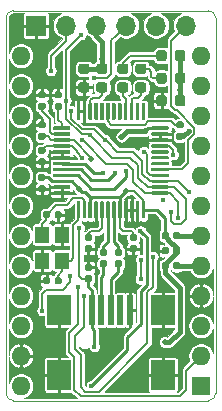
<source format=gbr>
%TF.GenerationSoftware,KiCad,Pcbnew,5.1.6+dfsg1-1~bpo10+1*%
%TF.CreationDate,2020-07-08T21:11:21+00:00*%
%TF.ProjectId,ProMicro_UART,50726f4d-6963-4726-9f5f-554152542e6b,v2*%
%TF.SameCoordinates,Original*%
%TF.FileFunction,Copper,L1,Top*%
%TF.FilePolarity,Positive*%
%FSLAX45Y45*%
G04 Gerber Fmt 4.5, Leading zero omitted, Abs format (unit mm)*
G04 Created by KiCad (PCBNEW 5.1.6+dfsg1-1~bpo10+1) date 2020-07-08 21:11:21*
%MOMM*%
%LPD*%
G01*
G04 APERTURE LIST*
%TA.AperFunction,Profile*%
%ADD10C,0.100000*%
%TD*%
%TA.AperFunction,ComponentPad*%
%ADD11O,1.600000X1.600000*%
%TD*%
%TA.AperFunction,ComponentPad*%
%ADD12R,1.600000X1.600000*%
%TD*%
%TA.AperFunction,SMDPad,CuDef*%
%ADD13R,1.200000X1.400000*%
%TD*%
%TA.AperFunction,SMDPad,CuDef*%
%ADD14R,0.500000X2.500000*%
%TD*%
%TA.AperFunction,SMDPad,CuDef*%
%ADD15R,2.000000X2.500000*%
%TD*%
%TA.AperFunction,ComponentPad*%
%ADD16O,1.700000X1.700000*%
%TD*%
%TA.AperFunction,ComponentPad*%
%ADD17R,1.700000X1.700000*%
%TD*%
%TA.AperFunction,ViaPad*%
%ADD18C,0.450000*%
%TD*%
%TA.AperFunction,ViaPad*%
%ADD19C,0.500000*%
%TD*%
%TA.AperFunction,Conductor*%
%ADD20C,0.400000*%
%TD*%
%TA.AperFunction,Conductor*%
%ADD21C,0.200000*%
%TD*%
%TA.AperFunction,Conductor*%
%ADD22C,0.250000*%
%TD*%
%TA.AperFunction,Conductor*%
%ADD23C,0.150000*%
%TD*%
%TA.AperFunction,Conductor*%
%ADD24C,0.125000*%
%TD*%
G04 APERTURE END LIST*
D10*
X-1651000Y3111500D02*
X-1651000Y-63500D01*
X127000Y3111500D02*
X127000Y-63500D01*
X-1587500Y-127000D02*
G75*
G02*
X-1651000Y-63500I0J63500D01*
G01*
X127000Y-63500D02*
G75*
G02*
X63500Y-127000I-63500J0D01*
G01*
X63500Y3175000D02*
G75*
G02*
X127000Y3111500I0J-63500D01*
G01*
X-1651000Y3111500D02*
G75*
G02*
X-1587500Y3175000I63500J0D01*
G01*
X63500Y-127000D02*
X-1587500Y-127000D01*
X-1587500Y3175000D02*
X63500Y3175000D01*
D11*
X-1524000Y0D03*
X-1524000Y254000D03*
X-1524000Y508000D03*
X0Y2794000D03*
X-1524000Y762000D03*
X0Y2540000D03*
X-1524000Y1016000D03*
X0Y2286000D03*
X-1524000Y1270000D03*
X0Y2032000D03*
X-1524000Y1524000D03*
X0Y1778000D03*
X-1524000Y1778000D03*
X0Y1524000D03*
X-1524000Y2032000D03*
X0Y1270000D03*
X-1524000Y2286000D03*
X0Y1016000D03*
X-1524000Y2540000D03*
X0Y762000D03*
X-1524000Y2794000D03*
X0Y508000D03*
X0Y254000D03*
D12*
X0Y0D03*
%TA.AperFunction,SMDPad,CuDef*%
G36*
G01*
X-634775Y2638500D02*
X-686025Y2638500D01*
G75*
G02*
X-707900Y2660375I0J21875D01*
G01*
X-707900Y2704125D01*
G75*
G02*
X-686025Y2726000I21875J0D01*
G01*
X-634775Y2726000D01*
G75*
G02*
X-612900Y2704125I0J-21875D01*
G01*
X-612900Y2660375D01*
G75*
G02*
X-634775Y2638500I-21875J0D01*
G01*
G37*
%TD.AperFunction*%
%TA.AperFunction,SMDPad,CuDef*%
G36*
G01*
X-634775Y2481000D02*
X-686025Y2481000D01*
G75*
G02*
X-707900Y2502875I0J21875D01*
G01*
X-707900Y2546625D01*
G75*
G02*
X-686025Y2568500I21875J0D01*
G01*
X-634775Y2568500D01*
G75*
G02*
X-612900Y2546625I0J-21875D01*
G01*
X-612900Y2502875D01*
G75*
G02*
X-634775Y2481000I-21875J0D01*
G01*
G37*
%TD.AperFunction*%
%TA.AperFunction,SMDPad,CuDef*%
G36*
G01*
X-482375Y2638500D02*
X-533625Y2638500D01*
G75*
G02*
X-555500Y2660375I0J21875D01*
G01*
X-555500Y2704125D01*
G75*
G02*
X-533625Y2726000I21875J0D01*
G01*
X-482375Y2726000D01*
G75*
G02*
X-460500Y2704125I0J-21875D01*
G01*
X-460500Y2660375D01*
G75*
G02*
X-482375Y2638500I-21875J0D01*
G01*
G37*
%TD.AperFunction*%
%TA.AperFunction,SMDPad,CuDef*%
G36*
G01*
X-482375Y2481000D02*
X-533625Y2481000D01*
G75*
G02*
X-555500Y2502875I0J21875D01*
G01*
X-555500Y2546625D01*
G75*
G02*
X-533625Y2568500I21875J0D01*
G01*
X-482375Y2568500D01*
G75*
G02*
X-460500Y2546625I0J-21875D01*
G01*
X-460500Y2502875D01*
G75*
G02*
X-482375Y2481000I-21875J0D01*
G01*
G37*
%TD.AperFunction*%
%TA.AperFunction,SMDPad,CuDef*%
G36*
G01*
X-812575Y2638500D02*
X-863825Y2638500D01*
G75*
G02*
X-885700Y2660375I0J21875D01*
G01*
X-885700Y2704125D01*
G75*
G02*
X-863825Y2726000I21875J0D01*
G01*
X-812575Y2726000D01*
G75*
G02*
X-790700Y2704125I0J-21875D01*
G01*
X-790700Y2660375D01*
G75*
G02*
X-812575Y2638500I-21875J0D01*
G01*
G37*
%TD.AperFunction*%
%TA.AperFunction,SMDPad,CuDef*%
G36*
G01*
X-812575Y2481000D02*
X-863825Y2481000D01*
G75*
G02*
X-885700Y2502875I0J21875D01*
G01*
X-885700Y2546625D01*
G75*
G02*
X-863825Y2568500I21875J0D01*
G01*
X-812575Y2568500D01*
G75*
G02*
X-790700Y2546625I0J-21875D01*
G01*
X-790700Y2502875D01*
G75*
G02*
X-812575Y2481000I-21875J0D01*
G01*
G37*
%TD.AperFunction*%
%TA.AperFunction,SMDPad,CuDef*%
G36*
G01*
X-1016225Y2568500D02*
X-964975Y2568500D01*
G75*
G02*
X-943100Y2546625I0J-21875D01*
G01*
X-943100Y2502875D01*
G75*
G02*
X-964975Y2481000I-21875J0D01*
G01*
X-1016225Y2481000D01*
G75*
G02*
X-1038100Y2502875I0J21875D01*
G01*
X-1038100Y2546625D01*
G75*
G02*
X-1016225Y2568500I21875J0D01*
G01*
G37*
%TD.AperFunction*%
%TA.AperFunction,SMDPad,CuDef*%
G36*
G01*
X-1016225Y2726000D02*
X-964975Y2726000D01*
G75*
G02*
X-943100Y2704125I0J-21875D01*
G01*
X-943100Y2660375D01*
G75*
G02*
X-964975Y2638500I-21875J0D01*
G01*
X-1016225Y2638500D01*
G75*
G02*
X-1038100Y2660375I0J21875D01*
G01*
X-1038100Y2704125D01*
G75*
G02*
X-1016225Y2726000I21875J0D01*
G01*
G37*
%TD.AperFunction*%
D13*
X-1342300Y1058400D03*
X-1342300Y1278400D03*
X-1172300Y1278400D03*
X-1172300Y1058400D03*
%TA.AperFunction,SMDPad,CuDef*%
G36*
G01*
X-1112000Y1615000D02*
X-1244500Y1615000D01*
G75*
G02*
X-1252000Y1622500I0J7500D01*
G01*
X-1252000Y1637500D01*
G75*
G02*
X-1244500Y1645000I7500J0D01*
G01*
X-1112000Y1645000D01*
G75*
G02*
X-1104500Y1637500I0J-7500D01*
G01*
X-1104500Y1622500D01*
G75*
G02*
X-1112000Y1615000I-7500J0D01*
G01*
G37*
%TD.AperFunction*%
%TA.AperFunction,SMDPad,CuDef*%
G36*
G01*
X-1112000Y1665000D02*
X-1244500Y1665000D01*
G75*
G02*
X-1252000Y1672500I0J7500D01*
G01*
X-1252000Y1687500D01*
G75*
G02*
X-1244500Y1695000I7500J0D01*
G01*
X-1112000Y1695000D01*
G75*
G02*
X-1104500Y1687500I0J-7500D01*
G01*
X-1104500Y1672500D01*
G75*
G02*
X-1112000Y1665000I-7500J0D01*
G01*
G37*
%TD.AperFunction*%
%TA.AperFunction,SMDPad,CuDef*%
G36*
G01*
X-1112000Y1715000D02*
X-1244500Y1715000D01*
G75*
G02*
X-1252000Y1722500I0J7500D01*
G01*
X-1252000Y1737500D01*
G75*
G02*
X-1244500Y1745000I7500J0D01*
G01*
X-1112000Y1745000D01*
G75*
G02*
X-1104500Y1737500I0J-7500D01*
G01*
X-1104500Y1722500D01*
G75*
G02*
X-1112000Y1715000I-7500J0D01*
G01*
G37*
%TD.AperFunction*%
%TA.AperFunction,SMDPad,CuDef*%
G36*
G01*
X-1112000Y1765000D02*
X-1244500Y1765000D01*
G75*
G02*
X-1252000Y1772500I0J7500D01*
G01*
X-1252000Y1787500D01*
G75*
G02*
X-1244500Y1795000I7500J0D01*
G01*
X-1112000Y1795000D01*
G75*
G02*
X-1104500Y1787500I0J-7500D01*
G01*
X-1104500Y1772500D01*
G75*
G02*
X-1112000Y1765000I-7500J0D01*
G01*
G37*
%TD.AperFunction*%
%TA.AperFunction,SMDPad,CuDef*%
G36*
G01*
X-1112000Y1815000D02*
X-1244500Y1815000D01*
G75*
G02*
X-1252000Y1822500I0J7500D01*
G01*
X-1252000Y1837500D01*
G75*
G02*
X-1244500Y1845000I7500J0D01*
G01*
X-1112000Y1845000D01*
G75*
G02*
X-1104500Y1837500I0J-7500D01*
G01*
X-1104500Y1822500D01*
G75*
G02*
X-1112000Y1815000I-7500J0D01*
G01*
G37*
%TD.AperFunction*%
%TA.AperFunction,SMDPad,CuDef*%
G36*
G01*
X-1112000Y1865000D02*
X-1244500Y1865000D01*
G75*
G02*
X-1252000Y1872500I0J7500D01*
G01*
X-1252000Y1887500D01*
G75*
G02*
X-1244500Y1895000I7500J0D01*
G01*
X-1112000Y1895000D01*
G75*
G02*
X-1104500Y1887500I0J-7500D01*
G01*
X-1104500Y1872500D01*
G75*
G02*
X-1112000Y1865000I-7500J0D01*
G01*
G37*
%TD.AperFunction*%
%TA.AperFunction,SMDPad,CuDef*%
G36*
G01*
X-1112000Y1915000D02*
X-1244500Y1915000D01*
G75*
G02*
X-1252000Y1922500I0J7500D01*
G01*
X-1252000Y1937500D01*
G75*
G02*
X-1244500Y1945000I7500J0D01*
G01*
X-1112000Y1945000D01*
G75*
G02*
X-1104500Y1937500I0J-7500D01*
G01*
X-1104500Y1922500D01*
G75*
G02*
X-1112000Y1915000I-7500J0D01*
G01*
G37*
%TD.AperFunction*%
%TA.AperFunction,SMDPad,CuDef*%
G36*
G01*
X-1112000Y1965000D02*
X-1244500Y1965000D01*
G75*
G02*
X-1252000Y1972500I0J7500D01*
G01*
X-1252000Y1987500D01*
G75*
G02*
X-1244500Y1995000I7500J0D01*
G01*
X-1112000Y1995000D01*
G75*
G02*
X-1104500Y1987500I0J-7500D01*
G01*
X-1104500Y1972500D01*
G75*
G02*
X-1112000Y1965000I-7500J0D01*
G01*
G37*
%TD.AperFunction*%
%TA.AperFunction,SMDPad,CuDef*%
G36*
G01*
X-1112000Y2015000D02*
X-1244500Y2015000D01*
G75*
G02*
X-1252000Y2022500I0J7500D01*
G01*
X-1252000Y2037500D01*
G75*
G02*
X-1244500Y2045000I7500J0D01*
G01*
X-1112000Y2045000D01*
G75*
G02*
X-1104500Y2037500I0J-7500D01*
G01*
X-1104500Y2022500D01*
G75*
G02*
X-1112000Y2015000I-7500J0D01*
G01*
G37*
%TD.AperFunction*%
%TA.AperFunction,SMDPad,CuDef*%
G36*
G01*
X-1112000Y2065000D02*
X-1244500Y2065000D01*
G75*
G02*
X-1252000Y2072500I0J7500D01*
G01*
X-1252000Y2087500D01*
G75*
G02*
X-1244500Y2095000I7500J0D01*
G01*
X-1112000Y2095000D01*
G75*
G02*
X-1104500Y2087500I0J-7500D01*
G01*
X-1104500Y2072500D01*
G75*
G02*
X-1112000Y2065000I-7500J0D01*
G01*
G37*
%TD.AperFunction*%
%TA.AperFunction,SMDPad,CuDef*%
G36*
G01*
X-1112000Y2115000D02*
X-1244500Y2115000D01*
G75*
G02*
X-1252000Y2122500I0J7500D01*
G01*
X-1252000Y2137500D01*
G75*
G02*
X-1244500Y2145000I7500J0D01*
G01*
X-1112000Y2145000D01*
G75*
G02*
X-1104500Y2137500I0J-7500D01*
G01*
X-1104500Y2122500D01*
G75*
G02*
X-1112000Y2115000I-7500J0D01*
G01*
G37*
%TD.AperFunction*%
%TA.AperFunction,SMDPad,CuDef*%
G36*
G01*
X-1112000Y2165000D02*
X-1244500Y2165000D01*
G75*
G02*
X-1252000Y2172500I0J7500D01*
G01*
X-1252000Y2187500D01*
G75*
G02*
X-1244500Y2195000I7500J0D01*
G01*
X-1112000Y2195000D01*
G75*
G02*
X-1104500Y2187500I0J-7500D01*
G01*
X-1104500Y2172500D01*
G75*
G02*
X-1112000Y2165000I-7500J0D01*
G01*
G37*
%TD.AperFunction*%
%TA.AperFunction,SMDPad,CuDef*%
G36*
G01*
X-1029500Y2247500D02*
X-1044500Y2247500D01*
G75*
G02*
X-1052000Y2255000I0J7500D01*
G01*
X-1052000Y2387500D01*
G75*
G02*
X-1044500Y2395000I7500J0D01*
G01*
X-1029500Y2395000D01*
G75*
G02*
X-1022000Y2387500I0J-7500D01*
G01*
X-1022000Y2255000D01*
G75*
G02*
X-1029500Y2247500I-7500J0D01*
G01*
G37*
%TD.AperFunction*%
%TA.AperFunction,SMDPad,CuDef*%
G36*
G01*
X-979500Y2247500D02*
X-994500Y2247500D01*
G75*
G02*
X-1002000Y2255000I0J7500D01*
G01*
X-1002000Y2387500D01*
G75*
G02*
X-994500Y2395000I7500J0D01*
G01*
X-979500Y2395000D01*
G75*
G02*
X-972000Y2387500I0J-7500D01*
G01*
X-972000Y2255000D01*
G75*
G02*
X-979500Y2247500I-7500J0D01*
G01*
G37*
%TD.AperFunction*%
%TA.AperFunction,SMDPad,CuDef*%
G36*
G01*
X-929500Y2247500D02*
X-944500Y2247500D01*
G75*
G02*
X-952000Y2255000I0J7500D01*
G01*
X-952000Y2387500D01*
G75*
G02*
X-944500Y2395000I7500J0D01*
G01*
X-929500Y2395000D01*
G75*
G02*
X-922000Y2387500I0J-7500D01*
G01*
X-922000Y2255000D01*
G75*
G02*
X-929500Y2247500I-7500J0D01*
G01*
G37*
%TD.AperFunction*%
%TA.AperFunction,SMDPad,CuDef*%
G36*
G01*
X-879500Y2247500D02*
X-894500Y2247500D01*
G75*
G02*
X-902000Y2255000I0J7500D01*
G01*
X-902000Y2387500D01*
G75*
G02*
X-894500Y2395000I7500J0D01*
G01*
X-879500Y2395000D01*
G75*
G02*
X-872000Y2387500I0J-7500D01*
G01*
X-872000Y2255000D01*
G75*
G02*
X-879500Y2247500I-7500J0D01*
G01*
G37*
%TD.AperFunction*%
%TA.AperFunction,SMDPad,CuDef*%
G36*
G01*
X-829500Y2247500D02*
X-844500Y2247500D01*
G75*
G02*
X-852000Y2255000I0J7500D01*
G01*
X-852000Y2387500D01*
G75*
G02*
X-844500Y2395000I7500J0D01*
G01*
X-829500Y2395000D01*
G75*
G02*
X-822000Y2387500I0J-7500D01*
G01*
X-822000Y2255000D01*
G75*
G02*
X-829500Y2247500I-7500J0D01*
G01*
G37*
%TD.AperFunction*%
%TA.AperFunction,SMDPad,CuDef*%
G36*
G01*
X-779500Y2247500D02*
X-794500Y2247500D01*
G75*
G02*
X-802000Y2255000I0J7500D01*
G01*
X-802000Y2387500D01*
G75*
G02*
X-794500Y2395000I7500J0D01*
G01*
X-779500Y2395000D01*
G75*
G02*
X-772000Y2387500I0J-7500D01*
G01*
X-772000Y2255000D01*
G75*
G02*
X-779500Y2247500I-7500J0D01*
G01*
G37*
%TD.AperFunction*%
%TA.AperFunction,SMDPad,CuDef*%
G36*
G01*
X-729500Y2247500D02*
X-744500Y2247500D01*
G75*
G02*
X-752000Y2255000I0J7500D01*
G01*
X-752000Y2387500D01*
G75*
G02*
X-744500Y2395000I7500J0D01*
G01*
X-729500Y2395000D01*
G75*
G02*
X-722000Y2387500I0J-7500D01*
G01*
X-722000Y2255000D01*
G75*
G02*
X-729500Y2247500I-7500J0D01*
G01*
G37*
%TD.AperFunction*%
%TA.AperFunction,SMDPad,CuDef*%
G36*
G01*
X-679500Y2247500D02*
X-694500Y2247500D01*
G75*
G02*
X-702000Y2255000I0J7500D01*
G01*
X-702000Y2387500D01*
G75*
G02*
X-694500Y2395000I7500J0D01*
G01*
X-679500Y2395000D01*
G75*
G02*
X-672000Y2387500I0J-7500D01*
G01*
X-672000Y2255000D01*
G75*
G02*
X-679500Y2247500I-7500J0D01*
G01*
G37*
%TD.AperFunction*%
%TA.AperFunction,SMDPad,CuDef*%
G36*
G01*
X-629500Y2247500D02*
X-644500Y2247500D01*
G75*
G02*
X-652000Y2255000I0J7500D01*
G01*
X-652000Y2387500D01*
G75*
G02*
X-644500Y2395000I7500J0D01*
G01*
X-629500Y2395000D01*
G75*
G02*
X-622000Y2387500I0J-7500D01*
G01*
X-622000Y2255000D01*
G75*
G02*
X-629500Y2247500I-7500J0D01*
G01*
G37*
%TD.AperFunction*%
%TA.AperFunction,SMDPad,CuDef*%
G36*
G01*
X-579500Y2247500D02*
X-594500Y2247500D01*
G75*
G02*
X-602000Y2255000I0J7500D01*
G01*
X-602000Y2387500D01*
G75*
G02*
X-594500Y2395000I7500J0D01*
G01*
X-579500Y2395000D01*
G75*
G02*
X-572000Y2387500I0J-7500D01*
G01*
X-572000Y2255000D01*
G75*
G02*
X-579500Y2247500I-7500J0D01*
G01*
G37*
%TD.AperFunction*%
%TA.AperFunction,SMDPad,CuDef*%
G36*
G01*
X-529500Y2247500D02*
X-544500Y2247500D01*
G75*
G02*
X-552000Y2255000I0J7500D01*
G01*
X-552000Y2387500D01*
G75*
G02*
X-544500Y2395000I7500J0D01*
G01*
X-529500Y2395000D01*
G75*
G02*
X-522000Y2387500I0J-7500D01*
G01*
X-522000Y2255000D01*
G75*
G02*
X-529500Y2247500I-7500J0D01*
G01*
G37*
%TD.AperFunction*%
%TA.AperFunction,SMDPad,CuDef*%
G36*
G01*
X-479500Y2247500D02*
X-494500Y2247500D01*
G75*
G02*
X-502000Y2255000I0J7500D01*
G01*
X-502000Y2387500D01*
G75*
G02*
X-494500Y2395000I7500J0D01*
G01*
X-479500Y2395000D01*
G75*
G02*
X-472000Y2387500I0J-7500D01*
G01*
X-472000Y2255000D01*
G75*
G02*
X-479500Y2247500I-7500J0D01*
G01*
G37*
%TD.AperFunction*%
%TA.AperFunction,SMDPad,CuDef*%
G36*
G01*
X-279500Y2165000D02*
X-412000Y2165000D01*
G75*
G02*
X-419500Y2172500I0J7500D01*
G01*
X-419500Y2187500D01*
G75*
G02*
X-412000Y2195000I7500J0D01*
G01*
X-279500Y2195000D01*
G75*
G02*
X-272000Y2187500I0J-7500D01*
G01*
X-272000Y2172500D01*
G75*
G02*
X-279500Y2165000I-7500J0D01*
G01*
G37*
%TD.AperFunction*%
%TA.AperFunction,SMDPad,CuDef*%
G36*
G01*
X-279500Y2115000D02*
X-412000Y2115000D01*
G75*
G02*
X-419500Y2122500I0J7500D01*
G01*
X-419500Y2137500D01*
G75*
G02*
X-412000Y2145000I7500J0D01*
G01*
X-279500Y2145000D01*
G75*
G02*
X-272000Y2137500I0J-7500D01*
G01*
X-272000Y2122500D01*
G75*
G02*
X-279500Y2115000I-7500J0D01*
G01*
G37*
%TD.AperFunction*%
%TA.AperFunction,SMDPad,CuDef*%
G36*
G01*
X-279500Y2065000D02*
X-412000Y2065000D01*
G75*
G02*
X-419500Y2072500I0J7500D01*
G01*
X-419500Y2087500D01*
G75*
G02*
X-412000Y2095000I7500J0D01*
G01*
X-279500Y2095000D01*
G75*
G02*
X-272000Y2087500I0J-7500D01*
G01*
X-272000Y2072500D01*
G75*
G02*
X-279500Y2065000I-7500J0D01*
G01*
G37*
%TD.AperFunction*%
%TA.AperFunction,SMDPad,CuDef*%
G36*
G01*
X-279500Y2015000D02*
X-412000Y2015000D01*
G75*
G02*
X-419500Y2022500I0J7500D01*
G01*
X-419500Y2037500D01*
G75*
G02*
X-412000Y2045000I7500J0D01*
G01*
X-279500Y2045000D01*
G75*
G02*
X-272000Y2037500I0J-7500D01*
G01*
X-272000Y2022500D01*
G75*
G02*
X-279500Y2015000I-7500J0D01*
G01*
G37*
%TD.AperFunction*%
%TA.AperFunction,SMDPad,CuDef*%
G36*
G01*
X-279500Y1965000D02*
X-412000Y1965000D01*
G75*
G02*
X-419500Y1972500I0J7500D01*
G01*
X-419500Y1987500D01*
G75*
G02*
X-412000Y1995000I7500J0D01*
G01*
X-279500Y1995000D01*
G75*
G02*
X-272000Y1987500I0J-7500D01*
G01*
X-272000Y1972500D01*
G75*
G02*
X-279500Y1965000I-7500J0D01*
G01*
G37*
%TD.AperFunction*%
%TA.AperFunction,SMDPad,CuDef*%
G36*
G01*
X-279500Y1915000D02*
X-412000Y1915000D01*
G75*
G02*
X-419500Y1922500I0J7500D01*
G01*
X-419500Y1937500D01*
G75*
G02*
X-412000Y1945000I7500J0D01*
G01*
X-279500Y1945000D01*
G75*
G02*
X-272000Y1937500I0J-7500D01*
G01*
X-272000Y1922500D01*
G75*
G02*
X-279500Y1915000I-7500J0D01*
G01*
G37*
%TD.AperFunction*%
%TA.AperFunction,SMDPad,CuDef*%
G36*
G01*
X-279500Y1865000D02*
X-412000Y1865000D01*
G75*
G02*
X-419500Y1872500I0J7500D01*
G01*
X-419500Y1887500D01*
G75*
G02*
X-412000Y1895000I7500J0D01*
G01*
X-279500Y1895000D01*
G75*
G02*
X-272000Y1887500I0J-7500D01*
G01*
X-272000Y1872500D01*
G75*
G02*
X-279500Y1865000I-7500J0D01*
G01*
G37*
%TD.AperFunction*%
%TA.AperFunction,SMDPad,CuDef*%
G36*
G01*
X-279500Y1815000D02*
X-412000Y1815000D01*
G75*
G02*
X-419500Y1822500I0J7500D01*
G01*
X-419500Y1837500D01*
G75*
G02*
X-412000Y1845000I7500J0D01*
G01*
X-279500Y1845000D01*
G75*
G02*
X-272000Y1837500I0J-7500D01*
G01*
X-272000Y1822500D01*
G75*
G02*
X-279500Y1815000I-7500J0D01*
G01*
G37*
%TD.AperFunction*%
%TA.AperFunction,SMDPad,CuDef*%
G36*
G01*
X-279500Y1765000D02*
X-412000Y1765000D01*
G75*
G02*
X-419500Y1772500I0J7500D01*
G01*
X-419500Y1787500D01*
G75*
G02*
X-412000Y1795000I7500J0D01*
G01*
X-279500Y1795000D01*
G75*
G02*
X-272000Y1787500I0J-7500D01*
G01*
X-272000Y1772500D01*
G75*
G02*
X-279500Y1765000I-7500J0D01*
G01*
G37*
%TD.AperFunction*%
%TA.AperFunction,SMDPad,CuDef*%
G36*
G01*
X-279500Y1715000D02*
X-412000Y1715000D01*
G75*
G02*
X-419500Y1722500I0J7500D01*
G01*
X-419500Y1737500D01*
G75*
G02*
X-412000Y1745000I7500J0D01*
G01*
X-279500Y1745000D01*
G75*
G02*
X-272000Y1737500I0J-7500D01*
G01*
X-272000Y1722500D01*
G75*
G02*
X-279500Y1715000I-7500J0D01*
G01*
G37*
%TD.AperFunction*%
%TA.AperFunction,SMDPad,CuDef*%
G36*
G01*
X-279500Y1665000D02*
X-412000Y1665000D01*
G75*
G02*
X-419500Y1672500I0J7500D01*
G01*
X-419500Y1687500D01*
G75*
G02*
X-412000Y1695000I7500J0D01*
G01*
X-279500Y1695000D01*
G75*
G02*
X-272000Y1687500I0J-7500D01*
G01*
X-272000Y1672500D01*
G75*
G02*
X-279500Y1665000I-7500J0D01*
G01*
G37*
%TD.AperFunction*%
%TA.AperFunction,SMDPad,CuDef*%
G36*
G01*
X-279500Y1615000D02*
X-412000Y1615000D01*
G75*
G02*
X-419500Y1622500I0J7500D01*
G01*
X-419500Y1637500D01*
G75*
G02*
X-412000Y1645000I7500J0D01*
G01*
X-279500Y1645000D01*
G75*
G02*
X-272000Y1637500I0J-7500D01*
G01*
X-272000Y1622500D01*
G75*
G02*
X-279500Y1615000I-7500J0D01*
G01*
G37*
%TD.AperFunction*%
%TA.AperFunction,SMDPad,CuDef*%
G36*
G01*
X-479500Y1415000D02*
X-494500Y1415000D01*
G75*
G02*
X-502000Y1422500I0J7500D01*
G01*
X-502000Y1555000D01*
G75*
G02*
X-494500Y1562500I7500J0D01*
G01*
X-479500Y1562500D01*
G75*
G02*
X-472000Y1555000I0J-7500D01*
G01*
X-472000Y1422500D01*
G75*
G02*
X-479500Y1415000I-7500J0D01*
G01*
G37*
%TD.AperFunction*%
%TA.AperFunction,SMDPad,CuDef*%
G36*
G01*
X-529500Y1415000D02*
X-544500Y1415000D01*
G75*
G02*
X-552000Y1422500I0J7500D01*
G01*
X-552000Y1555000D01*
G75*
G02*
X-544500Y1562500I7500J0D01*
G01*
X-529500Y1562500D01*
G75*
G02*
X-522000Y1555000I0J-7500D01*
G01*
X-522000Y1422500D01*
G75*
G02*
X-529500Y1415000I-7500J0D01*
G01*
G37*
%TD.AperFunction*%
%TA.AperFunction,SMDPad,CuDef*%
G36*
G01*
X-579500Y1415000D02*
X-594500Y1415000D01*
G75*
G02*
X-602000Y1422500I0J7500D01*
G01*
X-602000Y1555000D01*
G75*
G02*
X-594500Y1562500I7500J0D01*
G01*
X-579500Y1562500D01*
G75*
G02*
X-572000Y1555000I0J-7500D01*
G01*
X-572000Y1422500D01*
G75*
G02*
X-579500Y1415000I-7500J0D01*
G01*
G37*
%TD.AperFunction*%
%TA.AperFunction,SMDPad,CuDef*%
G36*
G01*
X-629500Y1415000D02*
X-644500Y1415000D01*
G75*
G02*
X-652000Y1422500I0J7500D01*
G01*
X-652000Y1555000D01*
G75*
G02*
X-644500Y1562500I7500J0D01*
G01*
X-629500Y1562500D01*
G75*
G02*
X-622000Y1555000I0J-7500D01*
G01*
X-622000Y1422500D01*
G75*
G02*
X-629500Y1415000I-7500J0D01*
G01*
G37*
%TD.AperFunction*%
%TA.AperFunction,SMDPad,CuDef*%
G36*
G01*
X-679500Y1415000D02*
X-694500Y1415000D01*
G75*
G02*
X-702000Y1422500I0J7500D01*
G01*
X-702000Y1555000D01*
G75*
G02*
X-694500Y1562500I7500J0D01*
G01*
X-679500Y1562500D01*
G75*
G02*
X-672000Y1555000I0J-7500D01*
G01*
X-672000Y1422500D01*
G75*
G02*
X-679500Y1415000I-7500J0D01*
G01*
G37*
%TD.AperFunction*%
%TA.AperFunction,SMDPad,CuDef*%
G36*
G01*
X-729500Y1415000D02*
X-744500Y1415000D01*
G75*
G02*
X-752000Y1422500I0J7500D01*
G01*
X-752000Y1555000D01*
G75*
G02*
X-744500Y1562500I7500J0D01*
G01*
X-729500Y1562500D01*
G75*
G02*
X-722000Y1555000I0J-7500D01*
G01*
X-722000Y1422500D01*
G75*
G02*
X-729500Y1415000I-7500J0D01*
G01*
G37*
%TD.AperFunction*%
%TA.AperFunction,SMDPad,CuDef*%
G36*
G01*
X-779500Y1415000D02*
X-794500Y1415000D01*
G75*
G02*
X-802000Y1422500I0J7500D01*
G01*
X-802000Y1555000D01*
G75*
G02*
X-794500Y1562500I7500J0D01*
G01*
X-779500Y1562500D01*
G75*
G02*
X-772000Y1555000I0J-7500D01*
G01*
X-772000Y1422500D01*
G75*
G02*
X-779500Y1415000I-7500J0D01*
G01*
G37*
%TD.AperFunction*%
%TA.AperFunction,SMDPad,CuDef*%
G36*
G01*
X-829500Y1415000D02*
X-844500Y1415000D01*
G75*
G02*
X-852000Y1422500I0J7500D01*
G01*
X-852000Y1555000D01*
G75*
G02*
X-844500Y1562500I7500J0D01*
G01*
X-829500Y1562500D01*
G75*
G02*
X-822000Y1555000I0J-7500D01*
G01*
X-822000Y1422500D01*
G75*
G02*
X-829500Y1415000I-7500J0D01*
G01*
G37*
%TD.AperFunction*%
%TA.AperFunction,SMDPad,CuDef*%
G36*
G01*
X-879500Y1415000D02*
X-894500Y1415000D01*
G75*
G02*
X-902000Y1422500I0J7500D01*
G01*
X-902000Y1555000D01*
G75*
G02*
X-894500Y1562500I7500J0D01*
G01*
X-879500Y1562500D01*
G75*
G02*
X-872000Y1555000I0J-7500D01*
G01*
X-872000Y1422500D01*
G75*
G02*
X-879500Y1415000I-7500J0D01*
G01*
G37*
%TD.AperFunction*%
%TA.AperFunction,SMDPad,CuDef*%
G36*
G01*
X-929500Y1415000D02*
X-944500Y1415000D01*
G75*
G02*
X-952000Y1422500I0J7500D01*
G01*
X-952000Y1555000D01*
G75*
G02*
X-944500Y1562500I7500J0D01*
G01*
X-929500Y1562500D01*
G75*
G02*
X-922000Y1555000I0J-7500D01*
G01*
X-922000Y1422500D01*
G75*
G02*
X-929500Y1415000I-7500J0D01*
G01*
G37*
%TD.AperFunction*%
%TA.AperFunction,SMDPad,CuDef*%
G36*
G01*
X-979500Y1415000D02*
X-994500Y1415000D01*
G75*
G02*
X-1002000Y1422500I0J7500D01*
G01*
X-1002000Y1555000D01*
G75*
G02*
X-994500Y1562500I7500J0D01*
G01*
X-979500Y1562500D01*
G75*
G02*
X-972000Y1555000I0J-7500D01*
G01*
X-972000Y1422500D01*
G75*
G02*
X-979500Y1415000I-7500J0D01*
G01*
G37*
%TD.AperFunction*%
%TA.AperFunction,SMDPad,CuDef*%
G36*
G01*
X-1029500Y1415000D02*
X-1044500Y1415000D01*
G75*
G02*
X-1052000Y1422500I0J7500D01*
G01*
X-1052000Y1555000D01*
G75*
G02*
X-1044500Y1562500I7500J0D01*
G01*
X-1029500Y1562500D01*
G75*
G02*
X-1022000Y1555000I0J-7500D01*
G01*
X-1022000Y1422500D01*
G75*
G02*
X-1029500Y1415000I-7500J0D01*
G01*
G37*
%TD.AperFunction*%
%TA.AperFunction,SMDPad,CuDef*%
G36*
G01*
X-969750Y1187500D02*
X-935250Y1187500D01*
G75*
G02*
X-920500Y1172750I0J-14750D01*
G01*
X-920500Y1143250D01*
G75*
G02*
X-935250Y1128500I-14750J0D01*
G01*
X-969750Y1128500D01*
G75*
G02*
X-984500Y1143250I0J14750D01*
G01*
X-984500Y1172750D01*
G75*
G02*
X-969750Y1187500I14750J0D01*
G01*
G37*
%TD.AperFunction*%
%TA.AperFunction,SMDPad,CuDef*%
G36*
G01*
X-969750Y1284500D02*
X-935250Y1284500D01*
G75*
G02*
X-920500Y1269750I0J-14750D01*
G01*
X-920500Y1240250D01*
G75*
G02*
X-935250Y1225500I-14750J0D01*
G01*
X-969750Y1225500D01*
G75*
G02*
X-984500Y1240250I0J14750D01*
G01*
X-984500Y1269750D01*
G75*
G02*
X-969750Y1284500I14750J0D01*
G01*
G37*
%TD.AperFunction*%
%TA.AperFunction,SMDPad,CuDef*%
G36*
G01*
X-1189250Y2432000D02*
X-1223750Y2432000D01*
G75*
G02*
X-1238500Y2446750I0J14750D01*
G01*
X-1238500Y2476250D01*
G75*
G02*
X-1223750Y2491000I14750J0D01*
G01*
X-1189250Y2491000D01*
G75*
G02*
X-1174500Y2476250I0J-14750D01*
G01*
X-1174500Y2446750D01*
G75*
G02*
X-1189250Y2432000I-14750J0D01*
G01*
G37*
%TD.AperFunction*%
%TA.AperFunction,SMDPad,CuDef*%
G36*
G01*
X-1189250Y2335000D02*
X-1223750Y2335000D01*
G75*
G02*
X-1238500Y2349750I0J14750D01*
G01*
X-1238500Y2379250D01*
G75*
G02*
X-1223750Y2394000I14750J0D01*
G01*
X-1189250Y2394000D01*
G75*
G02*
X-1174500Y2379250I0J-14750D01*
G01*
X-1174500Y2349750D01*
G75*
G02*
X-1189250Y2335000I-14750J0D01*
G01*
G37*
%TD.AperFunction*%
%TA.AperFunction,SMDPad,CuDef*%
G36*
G01*
X-1328950Y2432000D02*
X-1363450Y2432000D01*
G75*
G02*
X-1378200Y2446750I0J14750D01*
G01*
X-1378200Y2476250D01*
G75*
G02*
X-1363450Y2491000I14750J0D01*
G01*
X-1328950Y2491000D01*
G75*
G02*
X-1314200Y2476250I0J-14750D01*
G01*
X-1314200Y2446750D01*
G75*
G02*
X-1328950Y2432000I-14750J0D01*
G01*
G37*
%TD.AperFunction*%
%TA.AperFunction,SMDPad,CuDef*%
G36*
G01*
X-1328950Y2335000D02*
X-1363450Y2335000D01*
G75*
G02*
X-1378200Y2349750I0J14750D01*
G01*
X-1378200Y2379250D01*
G75*
G02*
X-1363450Y2394000I14750J0D01*
G01*
X-1328950Y2394000D01*
G75*
G02*
X-1314200Y2379250I0J-14750D01*
G01*
X-1314200Y2349750D01*
G75*
G02*
X-1328950Y2335000I-14750J0D01*
G01*
G37*
%TD.AperFunction*%
%TA.AperFunction,SMDPad,CuDef*%
G36*
G01*
X-273000Y1160250D02*
X-273000Y1125750D01*
G75*
G02*
X-287750Y1111000I-14750J0D01*
G01*
X-317250Y1111000D01*
G75*
G02*
X-332000Y1125750I0J14750D01*
G01*
X-332000Y1160250D01*
G75*
G02*
X-317250Y1175000I14750J0D01*
G01*
X-287750Y1175000D01*
G75*
G02*
X-273000Y1160250I0J-14750D01*
G01*
G37*
%TD.AperFunction*%
%TA.AperFunction,SMDPad,CuDef*%
G36*
G01*
X-176000Y1160250D02*
X-176000Y1125750D01*
G75*
G02*
X-190750Y1111000I-14750J0D01*
G01*
X-220250Y1111000D01*
G75*
G02*
X-235000Y1125750I0J14750D01*
G01*
X-235000Y1160250D01*
G75*
G02*
X-220250Y1175000I14750J0D01*
G01*
X-190750Y1175000D01*
G75*
G02*
X-176000Y1160250I0J-14750D01*
G01*
G37*
%TD.AperFunction*%
%TA.AperFunction,SMDPad,CuDef*%
G36*
G01*
X-935250Y971500D02*
X-969750Y971500D01*
G75*
G02*
X-984500Y986250I0J14750D01*
G01*
X-984500Y1015750D01*
G75*
G02*
X-969750Y1030500I14750J0D01*
G01*
X-935250Y1030500D01*
G75*
G02*
X-920500Y1015750I0J-14750D01*
G01*
X-920500Y986250D01*
G75*
G02*
X-935250Y971500I-14750J0D01*
G01*
G37*
%TD.AperFunction*%
%TA.AperFunction,SMDPad,CuDef*%
G36*
G01*
X-935250Y874500D02*
X-969750Y874500D01*
G75*
G02*
X-984500Y889250I0J14750D01*
G01*
X-984500Y918750D01*
G75*
G02*
X-969750Y933500I14750J0D01*
G01*
X-935250Y933500D01*
G75*
G02*
X-920500Y918750I0J-14750D01*
G01*
X-920500Y889250D01*
G75*
G02*
X-935250Y874500I-14750J0D01*
G01*
G37*
%TD.AperFunction*%
%TA.AperFunction,SMDPad,CuDef*%
G36*
G01*
X-1363450Y1924100D02*
X-1328950Y1924100D01*
G75*
G02*
X-1314200Y1909350I0J-14750D01*
G01*
X-1314200Y1879850D01*
G75*
G02*
X-1328950Y1865100I-14750J0D01*
G01*
X-1363450Y1865100D01*
G75*
G02*
X-1378200Y1879850I0J14750D01*
G01*
X-1378200Y1909350D01*
G75*
G02*
X-1363450Y1924100I14750J0D01*
G01*
G37*
%TD.AperFunction*%
%TA.AperFunction,SMDPad,CuDef*%
G36*
G01*
X-1363450Y2021100D02*
X-1328950Y2021100D01*
G75*
G02*
X-1314200Y2006350I0J-14750D01*
G01*
X-1314200Y1976850D01*
G75*
G02*
X-1328950Y1962100I-14750J0D01*
G01*
X-1363450Y1962100D01*
G75*
G02*
X-1378200Y1976850I0J14750D01*
G01*
X-1378200Y2006350D01*
G75*
G02*
X-1363450Y2021100I14750J0D01*
G01*
G37*
%TD.AperFunction*%
%TA.AperFunction,SMDPad,CuDef*%
G36*
G01*
X-1276300Y906250D02*
X-1276300Y871750D01*
G75*
G02*
X-1291050Y857000I-14750J0D01*
G01*
X-1320550Y857000D01*
G75*
G02*
X-1335300Y871750I0J14750D01*
G01*
X-1335300Y906250D01*
G75*
G02*
X-1320550Y921000I14750J0D01*
G01*
X-1291050Y921000D01*
G75*
G02*
X-1276300Y906250I0J-14750D01*
G01*
G37*
%TD.AperFunction*%
%TA.AperFunction,SMDPad,CuDef*%
G36*
G01*
X-1179300Y906250D02*
X-1179300Y871750D01*
G75*
G02*
X-1194050Y857000I-14750J0D01*
G01*
X-1223550Y857000D01*
G75*
G02*
X-1238300Y871750I0J14750D01*
G01*
X-1238300Y906250D01*
G75*
G02*
X-1223550Y921000I14750J0D01*
G01*
X-1194050Y921000D01*
G75*
G02*
X-1179300Y906250I0J-14750D01*
G01*
G37*
%TD.AperFunction*%
%TA.AperFunction,SMDPad,CuDef*%
G36*
G01*
X-1238300Y1430550D02*
X-1238300Y1465050D01*
G75*
G02*
X-1223550Y1479800I14750J0D01*
G01*
X-1194050Y1479800D01*
G75*
G02*
X-1179300Y1465050I0J-14750D01*
G01*
X-1179300Y1430550D01*
G75*
G02*
X-1194050Y1415800I-14750J0D01*
G01*
X-1223550Y1415800D01*
G75*
G02*
X-1238300Y1430550I0J14750D01*
G01*
G37*
%TD.AperFunction*%
%TA.AperFunction,SMDPad,CuDef*%
G36*
G01*
X-1335300Y1430550D02*
X-1335300Y1465050D01*
G75*
G02*
X-1320550Y1479800I14750J0D01*
G01*
X-1291050Y1479800D01*
G75*
G02*
X-1276300Y1465050I0J-14750D01*
G01*
X-1276300Y1430550D01*
G75*
G02*
X-1291050Y1415800I-14750J0D01*
G01*
X-1320550Y1415800D01*
G75*
G02*
X-1335300Y1430550I0J14750D01*
G01*
G37*
%TD.AperFunction*%
%TA.AperFunction,SMDPad,CuDef*%
G36*
G01*
X-554250Y1225500D02*
X-588750Y1225500D01*
G75*
G02*
X-603500Y1240250I0J14750D01*
G01*
X-603500Y1269750D01*
G75*
G02*
X-588750Y1284500I14750J0D01*
G01*
X-554250Y1284500D01*
G75*
G02*
X-539500Y1269750I0J-14750D01*
G01*
X-539500Y1240250D01*
G75*
G02*
X-554250Y1225500I-14750J0D01*
G01*
G37*
%TD.AperFunction*%
%TA.AperFunction,SMDPad,CuDef*%
G36*
G01*
X-554250Y1128500D02*
X-588750Y1128500D01*
G75*
G02*
X-603500Y1143250I0J14750D01*
G01*
X-603500Y1172750D01*
G75*
G02*
X-588750Y1187500I14750J0D01*
G01*
X-554250Y1187500D01*
G75*
G02*
X-539500Y1172750I0J-14750D01*
G01*
X-539500Y1143250D01*
G75*
G02*
X-554250Y1128500I-14750J0D01*
G01*
G37*
%TD.AperFunction*%
%TA.AperFunction,SMDPad,CuDef*%
G36*
G01*
X-1328950Y1733500D02*
X-1363450Y1733500D01*
G75*
G02*
X-1378200Y1748250I0J14750D01*
G01*
X-1378200Y1777750D01*
G75*
G02*
X-1363450Y1792500I14750J0D01*
G01*
X-1328950Y1792500D01*
G75*
G02*
X-1314200Y1777750I0J-14750D01*
G01*
X-1314200Y1748250D01*
G75*
G02*
X-1328950Y1733500I-14750J0D01*
G01*
G37*
%TD.AperFunction*%
%TA.AperFunction,SMDPad,CuDef*%
G36*
G01*
X-1328950Y1636500D02*
X-1363450Y1636500D01*
G75*
G02*
X-1378200Y1651250I0J14750D01*
G01*
X-1378200Y1680750D01*
G75*
G02*
X-1363450Y1695500I14750J0D01*
G01*
X-1328950Y1695500D01*
G75*
G02*
X-1314200Y1680750I0J-14750D01*
G01*
X-1314200Y1651250D01*
G75*
G02*
X-1328950Y1636500I-14750J0D01*
G01*
G37*
%TD.AperFunction*%
%TA.AperFunction,SMDPad,CuDef*%
G36*
G01*
X-1328950Y2178000D02*
X-1363450Y2178000D01*
G75*
G02*
X-1378200Y2192750I0J14750D01*
G01*
X-1378200Y2222250D01*
G75*
G02*
X-1363450Y2237000I14750J0D01*
G01*
X-1328950Y2237000D01*
G75*
G02*
X-1314200Y2222250I0J-14750D01*
G01*
X-1314200Y2192750D01*
G75*
G02*
X-1328950Y2178000I-14750J0D01*
G01*
G37*
%TD.AperFunction*%
%TA.AperFunction,SMDPad,CuDef*%
G36*
G01*
X-1328950Y2081000D02*
X-1363450Y2081000D01*
G75*
G02*
X-1378200Y2095750I0J14750D01*
G01*
X-1378200Y2125250D01*
G75*
G02*
X-1363450Y2140000I14750J0D01*
G01*
X-1328950Y2140000D01*
G75*
G02*
X-1314200Y2125250I0J-14750D01*
G01*
X-1314200Y2095750D01*
G75*
G02*
X-1328950Y2081000I-14750J0D01*
G01*
G37*
%TD.AperFunction*%
%TA.AperFunction,SMDPad,CuDef*%
G36*
G01*
X-842750Y1060500D02*
X-808250Y1060500D01*
G75*
G02*
X-793500Y1045750I0J-14750D01*
G01*
X-793500Y1016250D01*
G75*
G02*
X-808250Y1001500I-14750J0D01*
G01*
X-842750Y1001500D01*
G75*
G02*
X-857500Y1016250I0J14750D01*
G01*
X-857500Y1045750D01*
G75*
G02*
X-842750Y1060500I14750J0D01*
G01*
G37*
%TD.AperFunction*%
%TA.AperFunction,SMDPad,CuDef*%
G36*
G01*
X-842750Y1157500D02*
X-808250Y1157500D01*
G75*
G02*
X-793500Y1142750I0J-14750D01*
G01*
X-793500Y1113250D01*
G75*
G02*
X-808250Y1098500I-14750J0D01*
G01*
X-842750Y1098500D01*
G75*
G02*
X-857500Y1113250I0J14750D01*
G01*
X-857500Y1142750D01*
G75*
G02*
X-842750Y1157500I14750J0D01*
G01*
G37*
%TD.AperFunction*%
%TA.AperFunction,SMDPad,CuDef*%
G36*
G01*
X-715750Y1060500D02*
X-681250Y1060500D01*
G75*
G02*
X-666500Y1045750I0J-14750D01*
G01*
X-666500Y1016250D01*
G75*
G02*
X-681250Y1001500I-14750J0D01*
G01*
X-715750Y1001500D01*
G75*
G02*
X-730500Y1016250I0J14750D01*
G01*
X-730500Y1045750D01*
G75*
G02*
X-715750Y1060500I14750J0D01*
G01*
G37*
%TD.AperFunction*%
%TA.AperFunction,SMDPad,CuDef*%
G36*
G01*
X-715750Y1157500D02*
X-681250Y1157500D01*
G75*
G02*
X-666500Y1142750I0J-14750D01*
G01*
X-666500Y1113250D01*
G75*
G02*
X-681250Y1098500I-14750J0D01*
G01*
X-715750Y1098500D01*
G75*
G02*
X-730500Y1113250I0J14750D01*
G01*
X-730500Y1142750D01*
G75*
G02*
X-715750Y1157500I14750J0D01*
G01*
G37*
%TD.AperFunction*%
%TA.AperFunction,SMDPad,CuDef*%
G36*
G01*
X-273000Y1287250D02*
X-273000Y1252750D01*
G75*
G02*
X-287750Y1238000I-14750J0D01*
G01*
X-317250Y1238000D01*
G75*
G02*
X-332000Y1252750I0J14750D01*
G01*
X-332000Y1287250D01*
G75*
G02*
X-317250Y1302000I14750J0D01*
G01*
X-287750Y1302000D01*
G75*
G02*
X-273000Y1287250I0J-14750D01*
G01*
G37*
%TD.AperFunction*%
%TA.AperFunction,SMDPad,CuDef*%
G36*
G01*
X-176000Y1287250D02*
X-176000Y1252750D01*
G75*
G02*
X-190750Y1238000I-14750J0D01*
G01*
X-220250Y1238000D01*
G75*
G02*
X-235000Y1252750I0J14750D01*
G01*
X-235000Y1287250D01*
G75*
G02*
X-220250Y1302000I14750J0D01*
G01*
X-190750Y1302000D01*
G75*
G02*
X-176000Y1287250I0J-14750D01*
G01*
G37*
%TD.AperFunction*%
%TA.AperFunction,SMDPad,CuDef*%
G36*
G01*
X-273000Y1033250D02*
X-273000Y998750D01*
G75*
G02*
X-287750Y984000I-14750J0D01*
G01*
X-317250Y984000D01*
G75*
G02*
X-332000Y998750I0J14750D01*
G01*
X-332000Y1033250D01*
G75*
G02*
X-317250Y1048000I14750J0D01*
G01*
X-287750Y1048000D01*
G75*
G02*
X-273000Y1033250I0J-14750D01*
G01*
G37*
%TD.AperFunction*%
%TA.AperFunction,SMDPad,CuDef*%
G36*
G01*
X-176000Y1033250D02*
X-176000Y998750D01*
G75*
G02*
X-190750Y984000I-14750J0D01*
G01*
X-220250Y984000D01*
G75*
G02*
X-235000Y998750I0J14750D01*
G01*
X-235000Y1033250D01*
G75*
G02*
X-220250Y1048000I14750J0D01*
G01*
X-190750Y1048000D01*
G75*
G02*
X-176000Y1033250I0J-14750D01*
G01*
G37*
%TD.AperFunction*%
%TA.AperFunction,SMDPad,CuDef*%
G36*
G01*
X-195050Y2140000D02*
X-160550Y2140000D01*
G75*
G02*
X-145800Y2125250I0J-14750D01*
G01*
X-145800Y2095750D01*
G75*
G02*
X-160550Y2081000I-14750J0D01*
G01*
X-195050Y2081000D01*
G75*
G02*
X-209800Y2095750I0J14750D01*
G01*
X-209800Y2125250D01*
G75*
G02*
X-195050Y2140000I14750J0D01*
G01*
G37*
%TD.AperFunction*%
%TA.AperFunction,SMDPad,CuDef*%
G36*
G01*
X-195050Y2237000D02*
X-160550Y2237000D01*
G75*
G02*
X-145800Y2222250I0J-14750D01*
G01*
X-145800Y2192750D01*
G75*
G02*
X-160550Y2178000I-14750J0D01*
G01*
X-195050Y2178000D01*
G75*
G02*
X-209800Y2192750I0J14750D01*
G01*
X-209800Y2222250D01*
G75*
G02*
X-195050Y2237000I14750J0D01*
G01*
G37*
%TD.AperFunction*%
D14*
X-602000Y641000D03*
X-682000Y641000D03*
X-762000Y641000D03*
X-842000Y641000D03*
X-922000Y641000D03*
D15*
X-322000Y641000D03*
X-1202000Y641000D03*
X-322000Y91000D03*
X-1202000Y91000D03*
%TA.AperFunction,SMDPad,CuDef*%
G36*
G01*
X-289000Y2438625D02*
X-289000Y2387375D01*
G75*
G02*
X-310875Y2365500I-21875J0D01*
G01*
X-354625Y2365500D01*
G75*
G02*
X-376500Y2387375I0J21875D01*
G01*
X-376500Y2438625D01*
G75*
G02*
X-354625Y2460500I21875J0D01*
G01*
X-310875Y2460500D01*
G75*
G02*
X-289000Y2438625I0J-21875D01*
G01*
G37*
%TD.AperFunction*%
%TA.AperFunction,SMDPad,CuDef*%
G36*
G01*
X-131500Y2438625D02*
X-131500Y2387375D01*
G75*
G02*
X-153375Y2365500I-21875J0D01*
G01*
X-197125Y2365500D01*
G75*
G02*
X-219000Y2387375I0J21875D01*
G01*
X-219000Y2438625D01*
G75*
G02*
X-197125Y2460500I21875J0D01*
G01*
X-153375Y2460500D01*
G75*
G02*
X-131500Y2438625I0J-21875D01*
G01*
G37*
%TD.AperFunction*%
D16*
X-127000Y3048000D03*
X-381000Y3048000D03*
X-635000Y3048000D03*
X-889000Y3048000D03*
X-1143000Y3048000D03*
D17*
X-1397000Y3048000D03*
%TA.AperFunction,SMDPad,CuDef*%
G36*
G01*
X-219000Y2577875D02*
X-219000Y2629125D01*
G75*
G02*
X-197125Y2651000I21875J0D01*
G01*
X-153375Y2651000D01*
G75*
G02*
X-131500Y2629125I0J-21875D01*
G01*
X-131500Y2577875D01*
G75*
G02*
X-153375Y2556000I-21875J0D01*
G01*
X-197125Y2556000D01*
G75*
G02*
X-219000Y2577875I0J21875D01*
G01*
G37*
%TD.AperFunction*%
%TA.AperFunction,SMDPad,CuDef*%
G36*
G01*
X-376500Y2577875D02*
X-376500Y2629125D01*
G75*
G02*
X-354625Y2651000I21875J0D01*
G01*
X-310875Y2651000D01*
G75*
G02*
X-289000Y2629125I0J-21875D01*
G01*
X-289000Y2577875D01*
G75*
G02*
X-310875Y2556000I-21875J0D01*
G01*
X-354625Y2556000D01*
G75*
G02*
X-376500Y2577875I0J21875D01*
G01*
G37*
%TD.AperFunction*%
%TA.AperFunction,SMDPad,CuDef*%
G36*
G01*
X-219000Y2768375D02*
X-219000Y2819625D01*
G75*
G02*
X-197125Y2841500I21875J0D01*
G01*
X-153375Y2841500D01*
G75*
G02*
X-131500Y2819625I0J-21875D01*
G01*
X-131500Y2768375D01*
G75*
G02*
X-153375Y2746500I-21875J0D01*
G01*
X-197125Y2746500D01*
G75*
G02*
X-219000Y2768375I0J21875D01*
G01*
G37*
%TD.AperFunction*%
%TA.AperFunction,SMDPad,CuDef*%
G36*
G01*
X-376500Y2768375D02*
X-376500Y2819625D01*
G75*
G02*
X-354625Y2841500I21875J0D01*
G01*
X-310875Y2841500D01*
G75*
G02*
X-289000Y2819625I0J-21875D01*
G01*
X-289000Y2768375D01*
G75*
G02*
X-310875Y2746500I-21875J0D01*
G01*
X-354625Y2746500D01*
G75*
G02*
X-376500Y2768375I0J21875D01*
G01*
G37*
%TD.AperFunction*%
D18*
X-317500Y457200D03*
X-469900Y2070100D03*
X-1447800Y1397000D03*
X-952500Y1358900D03*
X-393700Y2311400D03*
D19*
X-406400Y2514600D03*
D18*
X-565150Y38100D03*
X-1447800Y1143000D03*
X-939800Y101600D03*
X-698500Y2774950D03*
X-431800Y2870200D03*
X-1016000Y2438400D03*
X-1447800Y2159000D03*
X-838200Y2197100D03*
X-342900Y889000D03*
X-1130300Y1397000D03*
X-622300Y1371600D03*
D19*
X-1435100Y889000D03*
D18*
X-63500Y381000D03*
X-533400Y2870200D03*
X-571500Y863600D03*
X-939800Y215900D03*
X-419100Y2736850D03*
X-1016000Y2895600D03*
X-254000Y279400D03*
X-1104900Y1473200D03*
X-1574800Y1143000D03*
X-673100Y457200D03*
X-749300Y457200D03*
X-177800Y1905000D03*
X-254000Y2296160D03*
X-381000Y419100D03*
X-1435100Y635000D03*
X-863600Y1231900D03*
X-660400Y1231900D03*
X-1193800Y355600D03*
X-927100Y2870200D03*
D19*
X-175250Y2504450D03*
X-635000Y1651000D03*
X-838199Y2768600D03*
X-473808Y2154799D03*
X-673100Y2108200D03*
X-304800Y368300D03*
X-927100Y1917700D03*
X-1028700Y1663700D03*
D18*
X-904536Y2600755D03*
X-190501Y1422400D03*
X-1003300Y2082800D03*
X-990600Y762000D03*
X-406400Y1092200D03*
X-1003300Y1930400D03*
X-901700Y330200D03*
X-1028700Y1333500D03*
X-635000Y1816100D03*
X-723900Y1803395D03*
X-825500Y1803399D03*
X-927100Y0D03*
X-511504Y1308100D03*
X-101600Y2159000D03*
X-234502Y1955800D03*
X-317500Y1574800D03*
X-1104900Y927100D03*
X-1344506Y635000D03*
X-1041400Y838200D03*
X-1270000Y2667000D03*
X-1097999Y2324946D03*
X-101600Y1638301D03*
X-510501Y901700D03*
X-812800Y2082800D03*
X-508000Y1066800D03*
X-482600Y1981200D03*
X-1143000Y2413000D03*
X-1016000Y2971800D03*
X-254000Y1473200D03*
X-939800Y2120900D03*
D20*
X-175250Y2791450D02*
X-177800Y2794000D01*
X-175250Y2603500D02*
X-175250Y2791450D01*
X-175250Y2600950D02*
X-177800Y2603500D01*
X-175250Y2413000D02*
X-175250Y2504450D01*
X-175250Y2504450D02*
X-175250Y2600950D01*
X-929650Y2682250D02*
X-990600Y2682250D01*
X-838200Y2682250D02*
X-929650Y2682250D01*
X-838200Y2682250D02*
X-838200Y2768599D01*
D21*
X-838200Y2768599D02*
X-838199Y2768600D01*
X-1267200Y2080000D02*
X-1262000Y2080000D01*
X-1297700Y2110500D02*
X-1267200Y2080000D01*
X-1262000Y2080000D02*
X-1178250Y2080000D01*
X-1333500Y2110500D02*
X-1297700Y2110500D01*
X-599645Y1651000D02*
X-635000Y1651000D01*
X-565500Y1651000D02*
X-599645Y1651000D01*
X-487000Y1488750D02*
X-487000Y1572500D01*
X-487000Y1572500D02*
X-565500Y1651000D01*
D20*
X-473808Y2154799D02*
X-626501Y2154799D01*
X-626501Y2154799D02*
X-648100Y2133200D01*
X-648100Y2133200D02*
X-673100Y2108200D01*
D22*
X-448607Y2180000D02*
X-473808Y2154799D01*
X-345750Y2180000D02*
X-448607Y2180000D01*
X-304800Y1422400D02*
X-304800Y1270000D01*
X-487680Y1488070D02*
X-370470Y1488070D01*
X-487000Y1488750D02*
X-487680Y1488070D01*
X-370470Y1488070D02*
X-304800Y1422400D01*
D20*
X-177800Y457200D02*
X-266700Y368300D01*
X-177800Y825500D02*
X-177800Y457200D01*
X-302500Y1016000D02*
X-302500Y950200D01*
X-266700Y368300D02*
X-304800Y368300D01*
X-302500Y950200D02*
X-177800Y825500D01*
D21*
X-1178250Y2080000D02*
X-1076700Y2080000D01*
X-1076700Y2080000D02*
X-927100Y1930400D01*
X-927100Y1930400D02*
X-927100Y1917700D01*
D22*
X-1178250Y1730000D02*
X-1095000Y1730000D01*
X-1095000Y1730000D02*
X-1028700Y1663700D01*
X-687000Y1599000D02*
X-635000Y1651000D01*
X-687000Y1488750D02*
X-687000Y1599000D01*
X-937000Y1577600D02*
X-937000Y1488750D01*
X-915600Y1599000D02*
X-937000Y1577600D01*
X-687000Y1599000D02*
X-915600Y1599000D01*
X-978300Y1638700D02*
X-927100Y1587500D01*
X-1003700Y1638700D02*
X-978300Y1638700D01*
X-1028700Y1663700D02*
X-1003700Y1638700D01*
X-1257755Y1730000D02*
X-1178250Y1730000D01*
X-1260254Y1732499D02*
X-1257755Y1730000D01*
X-1261069Y1732499D02*
X-1260254Y1732499D01*
X-1333500Y1763000D02*
X-1290755Y1763000D01*
X-1290755Y1763000D02*
X-1284501Y1756746D01*
X-1284501Y1756746D02*
X-1284501Y1755931D01*
X-1284501Y1755931D02*
X-1261069Y1732499D01*
D20*
X-275001Y1230071D02*
X-275001Y1240201D01*
X-242929Y1197999D02*
X-275001Y1230071D01*
X-302500Y1028430D02*
X-203200Y1127730D01*
X-203200Y1168400D02*
X-232799Y1197999D01*
X-275001Y1240201D02*
X-304800Y1270000D01*
X-302500Y1016000D02*
X-302500Y1028430D01*
X-232799Y1197999D02*
X-242929Y1197999D01*
X-203200Y1127730D02*
X-203200Y1168400D01*
D21*
X-571500Y1295400D02*
X-571500Y1257300D01*
X-584200Y1308100D02*
X-571500Y1295400D01*
X-660400Y1308100D02*
X-584200Y1308100D01*
X-687000Y1488750D02*
X-687000Y1334700D01*
X-687000Y1334700D02*
X-660400Y1308100D01*
D20*
X-838200Y2908300D02*
X-838200Y2768601D01*
X-838200Y2768601D02*
X-838199Y2768600D01*
X-889000Y3048000D02*
X-889000Y2959100D01*
X-889000Y2959100D02*
X-838200Y2908300D01*
D21*
X-720000Y2963000D02*
X-635000Y3048000D01*
X-760699Y2922301D02*
X-720000Y2963000D01*
X-760699Y2638887D02*
X-760699Y2922301D01*
X-904536Y2600755D02*
X-798831Y2600755D01*
X-798831Y2600755D02*
X-760699Y2638887D01*
X-190501Y1558501D02*
X-190501Y1454220D01*
X-190501Y1454220D02*
X-190501Y1422400D01*
X-262000Y1630000D02*
X-190501Y1558501D01*
X-345750Y1630000D02*
X-262000Y1630000D01*
X-980800Y2060300D02*
X-1003300Y2082800D01*
X-800100Y1879600D02*
X-980800Y2060300D01*
X-475800Y1630000D02*
X-571500Y1725700D01*
X-571500Y1828800D02*
X-622300Y1879600D01*
X-622300Y1879600D02*
X-800100Y1879600D01*
X-345750Y1630000D02*
X-475800Y1630000D01*
X-571500Y1725700D02*
X-571500Y1828800D01*
X-1016000Y-12700D02*
X-977900Y-50800D01*
X-1016000Y255050D02*
X-1016000Y-12700D01*
X-1066800Y419100D02*
X-1066800Y305850D01*
X-990600Y495300D02*
X-1066800Y419100D01*
X-1066800Y305850D02*
X-1016000Y255050D01*
X-452000Y360800D02*
X-452000Y790000D01*
X-990600Y762000D02*
X-990600Y495300D01*
X-977900Y-50800D02*
X-863600Y-50800D01*
X-863600Y-50800D02*
X-452000Y360800D01*
X-452000Y790000D02*
X-406400Y835600D01*
X-406400Y835600D02*
X-406400Y1060380D01*
X-406400Y1060380D02*
X-406400Y1092200D01*
X-1178250Y2030000D02*
X-1310100Y2030000D01*
X-1310100Y2030000D02*
X-1346200Y1993900D01*
X-1049900Y1977000D02*
X-1049900Y1985400D01*
X-1094500Y2030000D02*
X-1178250Y2030000D01*
X-1003300Y1930400D02*
X-1049900Y1977000D01*
X-1049900Y1985400D02*
X-1094500Y2030000D01*
D22*
X-952500Y838200D02*
X-952500Y901700D01*
X-922000Y641000D02*
X-922000Y807700D01*
X-922000Y807700D02*
X-952500Y838200D01*
X-922000Y491000D02*
X-901700Y470700D01*
X-922000Y641000D02*
X-922000Y491000D01*
X-901700Y470700D02*
X-901700Y330200D01*
D21*
X-1028700Y1301680D02*
X-1028700Y1333500D01*
X-1005600Y904000D02*
X-1028700Y927100D01*
X-952500Y904000D02*
X-1005600Y904000D01*
X-1028700Y927100D02*
X-1028700Y1301680D01*
X-1172300Y968400D02*
X-1172300Y1058400D01*
X-1208800Y889000D02*
X-1208800Y931900D01*
X-1208800Y931900D02*
X-1172300Y968400D01*
X-1037000Y1488750D02*
X-1037000Y1401400D01*
X-1037000Y1401400D02*
X-1082300Y1356100D01*
X-1082300Y1356100D02*
X-1082300Y1076700D01*
X-1082300Y1076700D02*
X-1100600Y1058400D01*
X-1100600Y1058400D02*
X-1172300Y1058400D01*
X-1342300Y1368400D02*
X-1308100Y1402600D01*
X-1342300Y1278400D02*
X-1342300Y1368400D01*
X-1308100Y1402600D02*
X-1308100Y1447800D01*
X-1136650Y1530350D02*
X-1079500Y1587500D01*
X-987000Y1571030D02*
X-987000Y1488750D01*
X-1079500Y1587500D02*
X-1003470Y1587500D01*
X-1003470Y1587500D02*
X-987000Y1571030D01*
X-1305800Y1447800D02*
X-1223250Y1530350D01*
X-1223250Y1530350D02*
X-1136650Y1530350D01*
X-1260630Y2130000D02*
X-1178250Y2130000D01*
X-1281131Y2150501D02*
X-1260630Y2130000D01*
X-1346200Y2364500D02*
X-1346200Y2324100D01*
X-1281131Y2259031D02*
X-1281131Y2150501D01*
X-1346200Y2324100D02*
X-1281131Y2259031D01*
X-1206500Y2364500D02*
X-1206500Y2247900D01*
X-1178250Y2219650D02*
X-1178250Y2180000D01*
X-1206500Y2247900D02*
X-1178250Y2219650D01*
D22*
X-787000Y1218800D02*
X-787000Y1333900D01*
X-787000Y1333900D02*
X-787000Y1488750D01*
X-825500Y1128000D02*
X-825500Y1180300D01*
X-825500Y1180300D02*
X-787000Y1218800D01*
X-737000Y1219600D02*
X-737000Y1488750D01*
X-698500Y1128000D02*
X-698500Y1181100D01*
X-698500Y1181100D02*
X-737000Y1219600D01*
X-635000Y1765300D02*
X-635000Y1816100D01*
X-736600Y1663700D02*
X-635000Y1765300D01*
X-927100Y1663700D02*
X-736600Y1663700D01*
X-1178250Y1780000D02*
X-1043400Y1780000D01*
X-1043400Y1780000D02*
X-927100Y1663700D01*
X-746400Y1780895D02*
X-723900Y1803395D01*
X-927100Y1739900D02*
X-787395Y1739900D01*
X-1178250Y1830000D02*
X-1017200Y1830000D01*
X-787395Y1739900D02*
X-746400Y1780895D01*
X-1017200Y1830000D02*
X-927100Y1739900D01*
D21*
X-952500Y1282700D02*
X-928800Y1306400D01*
X-928800Y1306400D02*
X-865300Y1306400D01*
X-837000Y1334700D02*
X-837000Y1488750D01*
X-952500Y1255000D02*
X-952500Y1282700D01*
X-865300Y1306400D02*
X-837000Y1334700D01*
D22*
X-978300Y1880000D02*
X-901699Y1803399D01*
X-1178250Y1880000D02*
X-978300Y1880000D01*
X-901699Y1803399D02*
X-825500Y1803399D01*
D21*
X-660400Y2733675D02*
X-660400Y2682250D01*
X-332750Y2794000D02*
X-600075Y2794000D01*
X-600075Y2794000D02*
X-660400Y2733675D01*
X-441950Y2682250D02*
X-508000Y2682250D01*
X-419100Y2659400D02*
X-441950Y2682250D01*
X-419100Y2616200D02*
X-419100Y2659400D01*
X-406400Y2603500D02*
X-419100Y2616200D01*
X-332750Y2603500D02*
X-406400Y2603500D01*
D20*
X-177800Y2110500D02*
X-150100Y2110500D01*
X-150100Y2110500D02*
X-101600Y2159000D01*
D22*
X-458000Y1254596D02*
X-489004Y1285601D01*
X-458000Y850100D02*
X-458000Y1254596D01*
X-622300Y304800D02*
X-622300Y408000D01*
X-489004Y1285601D02*
X-511504Y1308100D01*
X-927100Y0D02*
X-622300Y304800D01*
X-622300Y408000D02*
X-508000Y522300D01*
X-508000Y522300D02*
X-508000Y800100D01*
X-508000Y800100D02*
X-458000Y850100D01*
D21*
X-345750Y2030000D02*
X-270181Y2030000D01*
X-234502Y1987620D02*
X-234502Y1955800D01*
X-270181Y2030000D02*
X-234502Y1994321D01*
X-234502Y1994321D02*
X-234502Y1987620D01*
X-1344506Y666820D02*
X-1344506Y635000D01*
X-1104900Y876300D02*
X-1168400Y812800D01*
X-1168400Y812800D02*
X-1309200Y812800D01*
X-1104900Y927100D02*
X-1104900Y876300D01*
X-1309200Y812800D02*
X-1344506Y777495D01*
X-1344506Y777495D02*
X-1344506Y666820D01*
D20*
X-205500Y1270000D02*
X0Y1270000D01*
X-205500Y1016000D02*
X0Y1016000D01*
D21*
X-1041400Y806380D02*
X-1041400Y838200D01*
X-1041400Y522599D02*
X-1041400Y806380D01*
X-1117600Y446400D02*
X-1041400Y522599D01*
X-1117600Y285600D02*
X-1117600Y446400D01*
X-1016000Y-88900D02*
X-1072000Y-32900D01*
X-127000Y127000D02*
X-127000Y-38100D01*
X0Y254000D02*
X-127000Y127000D01*
X-1072000Y240000D02*
X-1117600Y285600D01*
X-1072000Y-32900D02*
X-1072000Y240000D01*
X-127000Y-38100D02*
X-177800Y-88900D01*
X-177800Y-88900D02*
X-1016000Y-88900D01*
X-204899Y2335499D02*
X-54100Y2184700D01*
X-218613Y2335499D02*
X-204899Y2335499D01*
X-254000Y2370886D02*
X-218613Y2335499D01*
X-127000Y3048000D02*
X-254000Y2921000D01*
X-105000Y2082400D02*
X-105000Y1888900D01*
X-254000Y2921000D02*
X-254000Y2370886D01*
X-54100Y2184700D02*
X-54100Y2133300D01*
X-54100Y2133300D02*
X-105000Y2082400D01*
X-105000Y1888900D02*
X-163900Y1830000D01*
X-163900Y1830000D02*
X-345750Y1830000D01*
X-787000Y2237500D02*
X-787000Y2321250D01*
X-177800Y2207500D02*
X-219800Y2207500D01*
X-759300Y2209800D02*
X-787000Y2237500D01*
X-444260Y2240917D02*
X-475377Y2209800D01*
X-219800Y2207500D02*
X-253217Y2240917D01*
X-253217Y2240917D02*
X-444260Y2240917D01*
X-475377Y2209800D02*
X-759300Y2209800D01*
X-637000Y2321250D02*
X-637000Y2427700D01*
X-660400Y2451100D02*
X-660400Y2527300D01*
X-637000Y2427700D02*
X-660400Y2451100D01*
D22*
X-508000Y2501900D02*
X-508000Y2552700D01*
D21*
X-571500Y2438400D02*
X-531350Y2438400D01*
X-508000Y2461750D02*
X-508000Y2524750D01*
X-531350Y2438400D02*
X-508000Y2461750D01*
X-587000Y2321250D02*
X-587000Y2422900D01*
X-587000Y2422900D02*
X-571500Y2438400D01*
D22*
X-762000Y901700D02*
X-762000Y641000D01*
X-698500Y1031000D02*
X-698500Y965200D01*
X-698500Y965200D02*
X-762000Y901700D01*
X-842000Y923300D02*
X-842000Y641000D01*
X-825500Y1031000D02*
X-825500Y939800D01*
X-825500Y939800D02*
X-842000Y923300D01*
D21*
X-863600Y2438400D02*
X-838200Y2463800D01*
X-914400Y2438400D02*
X-863600Y2438400D01*
X-838200Y2463800D02*
X-838200Y2524750D01*
X-937000Y2321250D02*
X-937000Y2415800D01*
X-937000Y2415800D02*
X-914400Y2438400D01*
X-1270000Y2794000D02*
X-1270000Y2667000D01*
X-1143000Y3048000D02*
X-1143000Y2921000D01*
X-1143000Y2921000D02*
X-1270000Y2794000D01*
X-345750Y1730000D02*
X-193299Y1730000D01*
X-193299Y1730000D02*
X-124100Y1660801D01*
X-124100Y1660801D02*
X-101600Y1638301D01*
D23*
X-901700Y2171700D02*
X-835300Y2105300D01*
X-1010699Y2171700D02*
X-901700Y2171700D01*
D21*
X-429500Y1730000D02*
X-495300Y1795800D01*
X-495300Y1905000D02*
X-571500Y1981200D01*
D23*
X-1097999Y2324946D02*
X-1097999Y2259000D01*
X-1097999Y2259000D02*
X-1010699Y2171700D01*
D21*
X-790300Y2060300D02*
X-812800Y2082800D01*
X-711200Y1981200D02*
X-790300Y2060300D01*
X-571500Y1981200D02*
X-711200Y1981200D01*
X-495300Y1795800D02*
X-495300Y1905000D01*
X-345750Y1730000D02*
X-429500Y1730000D01*
D23*
X-835300Y2105300D02*
X-812800Y2082800D01*
D21*
X-510501Y1064299D02*
X-508000Y1066800D01*
X-510501Y901700D02*
X-510501Y1064299D01*
X-429500Y1780000D02*
X-456097Y1806597D01*
X-460100Y1958700D02*
X-482600Y1981200D01*
X-345750Y1780000D02*
X-429500Y1780000D01*
X-456097Y1954697D02*
X-460100Y1958700D01*
X-456097Y1806597D02*
X-456097Y1954697D01*
X-1143000Y2413000D02*
X-1143000Y2735580D01*
X-1143000Y2844800D02*
X-1016000Y2971800D01*
X-1143000Y2735580D02*
X-1143000Y2844800D01*
X-165100Y1371600D02*
X-228600Y1371600D01*
X-345750Y1680000D02*
X-230000Y1680000D01*
X-254000Y1441380D02*
X-254000Y1473200D01*
X-127000Y1409700D02*
X-165100Y1371600D01*
X-228600Y1371600D02*
X-254000Y1397000D01*
X-127000Y1577000D02*
X-127000Y1409700D01*
X-230000Y1680000D02*
X-127000Y1577000D01*
X-254000Y1397000D02*
X-254000Y1441380D01*
D23*
X-1009228Y2127800D02*
X-946700Y2127800D01*
X-1143000Y2413000D02*
X-1143000Y2261573D01*
X-946700Y2127800D02*
X-939800Y2120900D01*
X-1143000Y2261573D02*
X-1009228Y2127800D01*
D21*
X-917300Y2098400D02*
X-939800Y2120900D01*
X-749300Y1930400D02*
X-917300Y2098400D01*
X-451500Y1680000D02*
X-533400Y1761900D01*
X-533400Y1761900D02*
X-533400Y1866900D01*
X-345750Y1680000D02*
X-451500Y1680000D01*
X-596900Y1930400D02*
X-749300Y1930400D01*
X-533400Y1866900D02*
X-596900Y1930400D01*
D24*
G36*
X-1078377Y1422500D02*
G01*
X-1077726Y1415891D01*
X-1076806Y1412859D01*
X-1106674Y1382991D01*
X-1108057Y1381857D01*
X-1109191Y1380474D01*
X-1109191Y1380474D01*
X-1112586Y1376337D01*
X-1113422Y1374774D01*
X-1156988Y1374650D01*
X-1163550Y1368088D01*
X-1163550Y1287150D01*
X-1161550Y1287150D01*
X-1161550Y1269650D01*
X-1163550Y1269650D01*
X-1163550Y1188713D01*
X-1156988Y1182150D01*
X-1118550Y1182041D01*
X-1118550Y1154777D01*
X-1232300Y1154777D01*
X-1237446Y1154270D01*
X-1242394Y1152769D01*
X-1246954Y1150332D01*
X-1250951Y1147051D01*
X-1254232Y1143054D01*
X-1256669Y1138494D01*
X-1257300Y1136415D01*
X-1257931Y1138494D01*
X-1260368Y1143054D01*
X-1263649Y1147051D01*
X-1267646Y1150332D01*
X-1272206Y1152769D01*
X-1277154Y1154270D01*
X-1282300Y1154777D01*
X-1326988Y1154650D01*
X-1333550Y1148088D01*
X-1333550Y1067150D01*
X-1331550Y1067150D01*
X-1331550Y1049650D01*
X-1333550Y1049650D01*
X-1333550Y968712D01*
X-1326988Y962150D01*
X-1282300Y962023D01*
X-1277154Y962530D01*
X-1272206Y964031D01*
X-1267646Y966468D01*
X-1263649Y969749D01*
X-1260368Y973746D01*
X-1257931Y978306D01*
X-1257300Y980385D01*
X-1256669Y978306D01*
X-1254232Y973746D01*
X-1250951Y969749D01*
X-1246954Y966468D01*
X-1242394Y964031D01*
X-1237446Y962530D01*
X-1232300Y962023D01*
X-1229942Y962023D01*
X-1233174Y958791D01*
X-1234557Y957657D01*
X-1235691Y956274D01*
X-1235691Y956274D01*
X-1239087Y952137D01*
X-1242453Y945839D01*
X-1243642Y941920D01*
X-1246399Y940446D01*
X-1252631Y935331D01*
X-1253579Y934177D01*
X-1254368Y935654D01*
X-1257649Y939651D01*
X-1261646Y942932D01*
X-1266206Y945369D01*
X-1271154Y946870D01*
X-1276300Y947377D01*
X-1290488Y947250D01*
X-1297050Y940687D01*
X-1297050Y897750D01*
X-1295050Y897750D01*
X-1295050Y880250D01*
X-1297050Y880250D01*
X-1297050Y878250D01*
X-1314550Y878250D01*
X-1314550Y880250D01*
X-1354988Y880250D01*
X-1361550Y873687D01*
X-1361677Y857000D01*
X-1361170Y851854D01*
X-1359669Y846906D01*
X-1357232Y842346D01*
X-1353951Y838349D01*
X-1349954Y835068D01*
X-1345394Y832631D01*
X-1341742Y831523D01*
X-1368880Y804386D01*
X-1370262Y803251D01*
X-1371397Y801869D01*
X-1371397Y801869D01*
X-1374792Y797731D01*
X-1377280Y793076D01*
X-1378158Y791434D01*
X-1380231Y784601D01*
X-1380692Y779919D01*
X-1380931Y777495D01*
X-1380756Y775715D01*
X-1380756Y668601D01*
X-1380756Y668600D01*
X-1380756Y667693D01*
X-1382372Y666076D01*
X-1387707Y658092D01*
X-1391382Y649220D01*
X-1393256Y639802D01*
X-1393256Y630199D01*
X-1391382Y620780D01*
X-1387707Y611908D01*
X-1382372Y603924D01*
X-1375582Y597133D01*
X-1367597Y591798D01*
X-1358726Y588123D01*
X-1349307Y586250D01*
X-1339704Y586250D01*
X-1330286Y588123D01*
X-1328293Y588949D01*
X-1328377Y516000D01*
X-1327870Y510854D01*
X-1326369Y505906D01*
X-1323932Y501346D01*
X-1320651Y497349D01*
X-1316654Y494068D01*
X-1312094Y491631D01*
X-1307146Y490130D01*
X-1302000Y489623D01*
X-1217313Y489750D01*
X-1210750Y496312D01*
X-1210750Y632250D01*
X-1212750Y632250D01*
X-1212750Y649750D01*
X-1210750Y649750D01*
X-1210750Y651750D01*
X-1193250Y651750D01*
X-1193250Y649750D01*
X-1191250Y649750D01*
X-1191250Y632250D01*
X-1193250Y632250D01*
X-1193250Y496312D01*
X-1186688Y489750D01*
X-1125607Y489658D01*
X-1141974Y473291D01*
X-1143357Y472156D01*
X-1144491Y470774D01*
X-1144491Y470774D01*
X-1147887Y466637D01*
X-1151253Y460339D01*
X-1153325Y453506D01*
X-1154025Y446400D01*
X-1153850Y444619D01*
X-1153850Y287380D01*
X-1154025Y285600D01*
X-1153850Y283821D01*
X-1153850Y283821D01*
X-1153325Y278494D01*
X-1152352Y275287D01*
X-1151253Y271661D01*
X-1147887Y265363D01*
X-1144491Y261226D01*
X-1143357Y259844D01*
X-1141974Y258709D01*
X-1125607Y242342D01*
X-1186688Y242250D01*
X-1193250Y235687D01*
X-1193250Y99750D01*
X-1191250Y99750D01*
X-1191250Y82250D01*
X-1193250Y82250D01*
X-1193250Y-53687D01*
X-1186688Y-60250D01*
X-1102000Y-60377D01*
X-1096854Y-59870D01*
X-1096433Y-59742D01*
X-1096374Y-59791D01*
X-1052915Y-103250D01*
X-1498453Y-103250D01*
X-1493008Y-102167D01*
X-1473672Y-94157D01*
X-1456270Y-82530D01*
X-1441470Y-67730D01*
X-1429842Y-50328D01*
X-1423079Y-34000D01*
X-1328377Y-34000D01*
X-1327870Y-39146D01*
X-1326369Y-44094D01*
X-1323932Y-48654D01*
X-1320651Y-52651D01*
X-1316654Y-55932D01*
X-1312094Y-58369D01*
X-1307146Y-59870D01*
X-1302000Y-60377D01*
X-1217313Y-60250D01*
X-1210750Y-53687D01*
X-1210750Y82250D01*
X-1321688Y82250D01*
X-1328250Y75688D01*
X-1328377Y-34000D01*
X-1423079Y-34000D01*
X-1421833Y-30992D01*
X-1417750Y-10465D01*
X-1417750Y10465D01*
X-1421833Y30992D01*
X-1429842Y50328D01*
X-1441470Y67730D01*
X-1456270Y82530D01*
X-1473672Y94157D01*
X-1493008Y102167D01*
X-1513535Y106250D01*
X-1534465Y106250D01*
X-1554992Y102167D01*
X-1574328Y94157D01*
X-1591730Y82530D01*
X-1606530Y67730D01*
X-1618157Y50328D01*
X-1626167Y30992D01*
X-1627250Y25547D01*
X-1627250Y245250D01*
X-1623303Y245250D01*
X-1627217Y228793D01*
X-1623826Y217615D01*
X-1614810Y198839D01*
X-1602303Y182182D01*
X-1586788Y168286D01*
X-1568859Y157684D01*
X-1549207Y150783D01*
X-1532750Y154673D01*
X-1532750Y245250D01*
X-1515250Y245250D01*
X-1515250Y154673D01*
X-1498793Y150783D01*
X-1479141Y157684D01*
X-1461212Y168286D01*
X-1445697Y182182D01*
X-1433190Y198839D01*
X-1424949Y216000D01*
X-1328377Y216000D01*
X-1328250Y106312D01*
X-1321688Y99750D01*
X-1210750Y99750D01*
X-1210750Y235687D01*
X-1217313Y242250D01*
X-1302000Y242377D01*
X-1307146Y241870D01*
X-1312094Y240369D01*
X-1316654Y237932D01*
X-1320651Y234651D01*
X-1323932Y230654D01*
X-1326369Y226094D01*
X-1327870Y221146D01*
X-1328377Y216000D01*
X-1424949Y216000D01*
X-1424174Y217615D01*
X-1420783Y228793D01*
X-1424697Y245250D01*
X-1515250Y245250D01*
X-1532750Y245250D01*
X-1534750Y245250D01*
X-1534750Y262750D01*
X-1532750Y262750D01*
X-1532750Y353327D01*
X-1515250Y353327D01*
X-1515250Y262750D01*
X-1424697Y262750D01*
X-1420783Y279207D01*
X-1424174Y290385D01*
X-1433190Y309161D01*
X-1445697Y325818D01*
X-1461212Y339714D01*
X-1479141Y350316D01*
X-1498793Y357217D01*
X-1515250Y353327D01*
X-1532750Y353327D01*
X-1549207Y357217D01*
X-1568859Y350316D01*
X-1586788Y339714D01*
X-1602303Y325818D01*
X-1614810Y309161D01*
X-1623826Y290385D01*
X-1627217Y279207D01*
X-1623303Y262750D01*
X-1627250Y262750D01*
X-1627250Y482453D01*
X-1626167Y477008D01*
X-1618157Y457672D01*
X-1606530Y440270D01*
X-1591730Y425470D01*
X-1574328Y413842D01*
X-1554992Y405833D01*
X-1534465Y401750D01*
X-1513535Y401750D01*
X-1493008Y405833D01*
X-1473672Y413842D01*
X-1456270Y425470D01*
X-1441470Y440270D01*
X-1429842Y457672D01*
X-1421833Y477008D01*
X-1417750Y497535D01*
X-1417750Y518465D01*
X-1421833Y538992D01*
X-1429842Y558328D01*
X-1441470Y575730D01*
X-1456270Y590530D01*
X-1473672Y602158D01*
X-1493008Y610167D01*
X-1513535Y614250D01*
X-1534465Y614250D01*
X-1554992Y610167D01*
X-1574328Y602158D01*
X-1591730Y590530D01*
X-1606530Y575730D01*
X-1618157Y558328D01*
X-1626167Y538992D01*
X-1627250Y533547D01*
X-1627250Y736453D01*
X-1626167Y731008D01*
X-1618157Y711672D01*
X-1606530Y694270D01*
X-1591730Y679470D01*
X-1574328Y667843D01*
X-1554992Y659833D01*
X-1534465Y655750D01*
X-1513535Y655750D01*
X-1493008Y659833D01*
X-1473672Y667843D01*
X-1456270Y679470D01*
X-1441470Y694270D01*
X-1429842Y711672D01*
X-1421833Y731008D01*
X-1417750Y751535D01*
X-1417750Y772465D01*
X-1421833Y792992D01*
X-1429842Y812328D01*
X-1441470Y829730D01*
X-1456270Y844530D01*
X-1473672Y856157D01*
X-1493008Y864167D01*
X-1513535Y868250D01*
X-1534465Y868250D01*
X-1554992Y864167D01*
X-1574328Y856157D01*
X-1591730Y844530D01*
X-1606530Y829730D01*
X-1618157Y812328D01*
X-1626167Y792992D01*
X-1627250Y787547D01*
X-1627250Y990453D01*
X-1626167Y985008D01*
X-1618157Y965672D01*
X-1606530Y948270D01*
X-1591730Y933470D01*
X-1574328Y921842D01*
X-1554992Y913833D01*
X-1534465Y909750D01*
X-1513535Y909750D01*
X-1493008Y913833D01*
X-1475706Y921000D01*
X-1361677Y921000D01*
X-1361550Y904312D01*
X-1354988Y897750D01*
X-1314550Y897750D01*
X-1314550Y940687D01*
X-1321113Y947250D01*
X-1335300Y947377D01*
X-1340446Y946870D01*
X-1345394Y945369D01*
X-1349954Y942932D01*
X-1353951Y939651D01*
X-1357232Y935654D01*
X-1359669Y931094D01*
X-1361170Y926146D01*
X-1361677Y921000D01*
X-1475706Y921000D01*
X-1473672Y921842D01*
X-1456270Y933470D01*
X-1441470Y948270D01*
X-1429842Y965672D01*
X-1425509Y976135D01*
X-1424232Y973746D01*
X-1420951Y969749D01*
X-1416954Y966468D01*
X-1412394Y964031D01*
X-1407446Y962530D01*
X-1402300Y962023D01*
X-1357613Y962150D01*
X-1351050Y968712D01*
X-1351050Y1049650D01*
X-1353050Y1049650D01*
X-1353050Y1067150D01*
X-1351050Y1067150D01*
X-1351050Y1148088D01*
X-1357613Y1154650D01*
X-1402300Y1154777D01*
X-1407446Y1154270D01*
X-1412394Y1152769D01*
X-1416954Y1150332D01*
X-1420951Y1147051D01*
X-1424232Y1143054D01*
X-1426669Y1138494D01*
X-1428170Y1133546D01*
X-1428677Y1128400D01*
X-1428550Y1073713D01*
X-1421988Y1067150D01*
X-1428550Y1067150D01*
X-1428550Y1063208D01*
X-1429842Y1066328D01*
X-1441470Y1083730D01*
X-1456270Y1098530D01*
X-1473672Y1110158D01*
X-1493008Y1118167D01*
X-1513535Y1122250D01*
X-1534465Y1122250D01*
X-1554992Y1118167D01*
X-1574328Y1110158D01*
X-1591730Y1098530D01*
X-1606530Y1083730D01*
X-1618157Y1066328D01*
X-1626167Y1046992D01*
X-1627250Y1041547D01*
X-1627250Y1244453D01*
X-1626167Y1239008D01*
X-1618157Y1219672D01*
X-1606530Y1202270D01*
X-1591730Y1187470D01*
X-1574328Y1175843D01*
X-1554992Y1167833D01*
X-1534465Y1163750D01*
X-1513535Y1163750D01*
X-1493008Y1167833D01*
X-1473672Y1175843D01*
X-1456270Y1187470D01*
X-1441470Y1202270D01*
X-1429842Y1219672D01*
X-1428677Y1222486D01*
X-1428677Y1208400D01*
X-1428170Y1203254D01*
X-1426669Y1198306D01*
X-1424232Y1193746D01*
X-1420951Y1189749D01*
X-1416954Y1186468D01*
X-1412394Y1184031D01*
X-1407446Y1182530D01*
X-1402300Y1182023D01*
X-1282300Y1182023D01*
X-1277154Y1182530D01*
X-1272206Y1184031D01*
X-1267646Y1186468D01*
X-1263649Y1189749D01*
X-1260368Y1193746D01*
X-1257931Y1198306D01*
X-1257300Y1200386D01*
X-1256669Y1198306D01*
X-1254232Y1193746D01*
X-1250951Y1189749D01*
X-1246954Y1186468D01*
X-1242394Y1184031D01*
X-1237446Y1182530D01*
X-1232300Y1182023D01*
X-1187613Y1182150D01*
X-1181050Y1188713D01*
X-1181050Y1269650D01*
X-1183050Y1269650D01*
X-1183050Y1287150D01*
X-1181050Y1287150D01*
X-1181050Y1368088D01*
X-1187613Y1374650D01*
X-1232300Y1374777D01*
X-1237446Y1374270D01*
X-1242394Y1372769D01*
X-1246954Y1370332D01*
X-1250951Y1367051D01*
X-1254232Y1363054D01*
X-1256669Y1358494D01*
X-1257300Y1356415D01*
X-1257931Y1358494D01*
X-1260368Y1363054D01*
X-1263649Y1367051D01*
X-1267646Y1370332D01*
X-1272206Y1372769D01*
X-1277154Y1374270D01*
X-1282300Y1374777D01*
X-1284658Y1374777D01*
X-1283725Y1375709D01*
X-1282344Y1376843D01*
X-1281209Y1378225D01*
X-1281209Y1378226D01*
X-1277814Y1382363D01*
X-1274447Y1388661D01*
X-1273976Y1390213D01*
X-1272871Y1393858D01*
X-1268201Y1396354D01*
X-1261969Y1401469D01*
X-1261021Y1402623D01*
X-1260232Y1401146D01*
X-1256951Y1397149D01*
X-1252954Y1393868D01*
X-1248394Y1391431D01*
X-1243446Y1389930D01*
X-1238300Y1389423D01*
X-1224113Y1389550D01*
X-1217550Y1396113D01*
X-1217550Y1439050D01*
X-1200050Y1439050D01*
X-1200050Y1396113D01*
X-1193488Y1389550D01*
X-1179300Y1389423D01*
X-1174154Y1389930D01*
X-1169206Y1391431D01*
X-1164646Y1393868D01*
X-1160649Y1397149D01*
X-1157368Y1401146D01*
X-1154931Y1405706D01*
X-1153430Y1410654D01*
X-1152923Y1415800D01*
X-1153050Y1432487D01*
X-1159613Y1439050D01*
X-1200050Y1439050D01*
X-1217550Y1439050D01*
X-1219550Y1439050D01*
X-1219550Y1456550D01*
X-1217550Y1456550D01*
X-1217550Y1458550D01*
X-1200050Y1458550D01*
X-1200050Y1456550D01*
X-1159613Y1456550D01*
X-1153050Y1463112D01*
X-1152923Y1479800D01*
X-1153430Y1484946D01*
X-1154931Y1489894D01*
X-1157179Y1494100D01*
X-1138430Y1494100D01*
X-1136650Y1493925D01*
X-1134870Y1494100D01*
X-1134870Y1494100D01*
X-1129544Y1494625D01*
X-1122711Y1496697D01*
X-1116413Y1500063D01*
X-1110893Y1504593D01*
X-1109759Y1505976D01*
X-1078377Y1537358D01*
X-1078377Y1422500D01*
G37*
X-1078377Y1422500D02*
X-1077726Y1415891D01*
X-1076806Y1412859D01*
X-1106674Y1382991D01*
X-1108057Y1381857D01*
X-1109191Y1380474D01*
X-1109191Y1380474D01*
X-1112586Y1376337D01*
X-1113422Y1374774D01*
X-1156988Y1374650D01*
X-1163550Y1368088D01*
X-1163550Y1287150D01*
X-1161550Y1287150D01*
X-1161550Y1269650D01*
X-1163550Y1269650D01*
X-1163550Y1188713D01*
X-1156988Y1182150D01*
X-1118550Y1182041D01*
X-1118550Y1154777D01*
X-1232300Y1154777D01*
X-1237446Y1154270D01*
X-1242394Y1152769D01*
X-1246954Y1150332D01*
X-1250951Y1147051D01*
X-1254232Y1143054D01*
X-1256669Y1138494D01*
X-1257300Y1136415D01*
X-1257931Y1138494D01*
X-1260368Y1143054D01*
X-1263649Y1147051D01*
X-1267646Y1150332D01*
X-1272206Y1152769D01*
X-1277154Y1154270D01*
X-1282300Y1154777D01*
X-1326988Y1154650D01*
X-1333550Y1148088D01*
X-1333550Y1067150D01*
X-1331550Y1067150D01*
X-1331550Y1049650D01*
X-1333550Y1049650D01*
X-1333550Y968712D01*
X-1326988Y962150D01*
X-1282300Y962023D01*
X-1277154Y962530D01*
X-1272206Y964031D01*
X-1267646Y966468D01*
X-1263649Y969749D01*
X-1260368Y973746D01*
X-1257931Y978306D01*
X-1257300Y980385D01*
X-1256669Y978306D01*
X-1254232Y973746D01*
X-1250951Y969749D01*
X-1246954Y966468D01*
X-1242394Y964031D01*
X-1237446Y962530D01*
X-1232300Y962023D01*
X-1229942Y962023D01*
X-1233174Y958791D01*
X-1234557Y957657D01*
X-1235691Y956274D01*
X-1235691Y956274D01*
X-1239087Y952137D01*
X-1242453Y945839D01*
X-1243642Y941920D01*
X-1246399Y940446D01*
X-1252631Y935331D01*
X-1253579Y934177D01*
X-1254368Y935654D01*
X-1257649Y939651D01*
X-1261646Y942932D01*
X-1266206Y945369D01*
X-1271154Y946870D01*
X-1276300Y947377D01*
X-1290488Y947250D01*
X-1297050Y940687D01*
X-1297050Y897750D01*
X-1295050Y897750D01*
X-1295050Y880250D01*
X-1297050Y880250D01*
X-1297050Y878250D01*
X-1314550Y878250D01*
X-1314550Y880250D01*
X-1354988Y880250D01*
X-1361550Y873687D01*
X-1361677Y857000D01*
X-1361170Y851854D01*
X-1359669Y846906D01*
X-1357232Y842346D01*
X-1353951Y838349D01*
X-1349954Y835068D01*
X-1345394Y832631D01*
X-1341742Y831523D01*
X-1368880Y804386D01*
X-1370262Y803251D01*
X-1371397Y801869D01*
X-1371397Y801869D01*
X-1374792Y797731D01*
X-1377280Y793076D01*
X-1378158Y791434D01*
X-1380231Y784601D01*
X-1380692Y779919D01*
X-1380931Y777495D01*
X-1380756Y775715D01*
X-1380756Y668601D01*
X-1380756Y668600D01*
X-1380756Y667693D01*
X-1382372Y666076D01*
X-1387707Y658092D01*
X-1391382Y649220D01*
X-1393256Y639802D01*
X-1393256Y630199D01*
X-1391382Y620780D01*
X-1387707Y611908D01*
X-1382372Y603924D01*
X-1375582Y597133D01*
X-1367597Y591798D01*
X-1358726Y588123D01*
X-1349307Y586250D01*
X-1339704Y586250D01*
X-1330286Y588123D01*
X-1328293Y588949D01*
X-1328377Y516000D01*
X-1327870Y510854D01*
X-1326369Y505906D01*
X-1323932Y501346D01*
X-1320651Y497349D01*
X-1316654Y494068D01*
X-1312094Y491631D01*
X-1307146Y490130D01*
X-1302000Y489623D01*
X-1217313Y489750D01*
X-1210750Y496312D01*
X-1210750Y632250D01*
X-1212750Y632250D01*
X-1212750Y649750D01*
X-1210750Y649750D01*
X-1210750Y651750D01*
X-1193250Y651750D01*
X-1193250Y649750D01*
X-1191250Y649750D01*
X-1191250Y632250D01*
X-1193250Y632250D01*
X-1193250Y496312D01*
X-1186688Y489750D01*
X-1125607Y489658D01*
X-1141974Y473291D01*
X-1143357Y472156D01*
X-1144491Y470774D01*
X-1144491Y470774D01*
X-1147887Y466637D01*
X-1151253Y460339D01*
X-1153325Y453506D01*
X-1154025Y446400D01*
X-1153850Y444619D01*
X-1153850Y287380D01*
X-1154025Y285600D01*
X-1153850Y283821D01*
X-1153850Y283821D01*
X-1153325Y278494D01*
X-1152352Y275287D01*
X-1151253Y271661D01*
X-1147887Y265363D01*
X-1144491Y261226D01*
X-1143357Y259844D01*
X-1141974Y258709D01*
X-1125607Y242342D01*
X-1186688Y242250D01*
X-1193250Y235687D01*
X-1193250Y99750D01*
X-1191250Y99750D01*
X-1191250Y82250D01*
X-1193250Y82250D01*
X-1193250Y-53687D01*
X-1186688Y-60250D01*
X-1102000Y-60377D01*
X-1096854Y-59870D01*
X-1096433Y-59742D01*
X-1096374Y-59791D01*
X-1052915Y-103250D01*
X-1498453Y-103250D01*
X-1493008Y-102167D01*
X-1473672Y-94157D01*
X-1456270Y-82530D01*
X-1441470Y-67730D01*
X-1429842Y-50328D01*
X-1423079Y-34000D01*
X-1328377Y-34000D01*
X-1327870Y-39146D01*
X-1326369Y-44094D01*
X-1323932Y-48654D01*
X-1320651Y-52651D01*
X-1316654Y-55932D01*
X-1312094Y-58369D01*
X-1307146Y-59870D01*
X-1302000Y-60377D01*
X-1217313Y-60250D01*
X-1210750Y-53687D01*
X-1210750Y82250D01*
X-1321688Y82250D01*
X-1328250Y75688D01*
X-1328377Y-34000D01*
X-1423079Y-34000D01*
X-1421833Y-30992D01*
X-1417750Y-10465D01*
X-1417750Y10465D01*
X-1421833Y30992D01*
X-1429842Y50328D01*
X-1441470Y67730D01*
X-1456270Y82530D01*
X-1473672Y94157D01*
X-1493008Y102167D01*
X-1513535Y106250D01*
X-1534465Y106250D01*
X-1554992Y102167D01*
X-1574328Y94157D01*
X-1591730Y82530D01*
X-1606530Y67730D01*
X-1618157Y50328D01*
X-1626167Y30992D01*
X-1627250Y25547D01*
X-1627250Y245250D01*
X-1623303Y245250D01*
X-1627217Y228793D01*
X-1623826Y217615D01*
X-1614810Y198839D01*
X-1602303Y182182D01*
X-1586788Y168286D01*
X-1568859Y157684D01*
X-1549207Y150783D01*
X-1532750Y154673D01*
X-1532750Y245250D01*
X-1515250Y245250D01*
X-1515250Y154673D01*
X-1498793Y150783D01*
X-1479141Y157684D01*
X-1461212Y168286D01*
X-1445697Y182182D01*
X-1433190Y198839D01*
X-1424949Y216000D01*
X-1328377Y216000D01*
X-1328250Y106312D01*
X-1321688Y99750D01*
X-1210750Y99750D01*
X-1210750Y235687D01*
X-1217313Y242250D01*
X-1302000Y242377D01*
X-1307146Y241870D01*
X-1312094Y240369D01*
X-1316654Y237932D01*
X-1320651Y234651D01*
X-1323932Y230654D01*
X-1326369Y226094D01*
X-1327870Y221146D01*
X-1328377Y216000D01*
X-1424949Y216000D01*
X-1424174Y217615D01*
X-1420783Y228793D01*
X-1424697Y245250D01*
X-1515250Y245250D01*
X-1532750Y245250D01*
X-1534750Y245250D01*
X-1534750Y262750D01*
X-1532750Y262750D01*
X-1532750Y353327D01*
X-1515250Y353327D01*
X-1515250Y262750D01*
X-1424697Y262750D01*
X-1420783Y279207D01*
X-1424174Y290385D01*
X-1433190Y309161D01*
X-1445697Y325818D01*
X-1461212Y339714D01*
X-1479141Y350316D01*
X-1498793Y357217D01*
X-1515250Y353327D01*
X-1532750Y353327D01*
X-1549207Y357217D01*
X-1568859Y350316D01*
X-1586788Y339714D01*
X-1602303Y325818D01*
X-1614810Y309161D01*
X-1623826Y290385D01*
X-1627217Y279207D01*
X-1623303Y262750D01*
X-1627250Y262750D01*
X-1627250Y482453D01*
X-1626167Y477008D01*
X-1618157Y457672D01*
X-1606530Y440270D01*
X-1591730Y425470D01*
X-1574328Y413842D01*
X-1554992Y405833D01*
X-1534465Y401750D01*
X-1513535Y401750D01*
X-1493008Y405833D01*
X-1473672Y413842D01*
X-1456270Y425470D01*
X-1441470Y440270D01*
X-1429842Y457672D01*
X-1421833Y477008D01*
X-1417750Y497535D01*
X-1417750Y518465D01*
X-1421833Y538992D01*
X-1429842Y558328D01*
X-1441470Y575730D01*
X-1456270Y590530D01*
X-1473672Y602158D01*
X-1493008Y610167D01*
X-1513535Y614250D01*
X-1534465Y614250D01*
X-1554992Y610167D01*
X-1574328Y602158D01*
X-1591730Y590530D01*
X-1606530Y575730D01*
X-1618157Y558328D01*
X-1626167Y538992D01*
X-1627250Y533547D01*
X-1627250Y736453D01*
X-1626167Y731008D01*
X-1618157Y711672D01*
X-1606530Y694270D01*
X-1591730Y679470D01*
X-1574328Y667843D01*
X-1554992Y659833D01*
X-1534465Y655750D01*
X-1513535Y655750D01*
X-1493008Y659833D01*
X-1473672Y667843D01*
X-1456270Y679470D01*
X-1441470Y694270D01*
X-1429842Y711672D01*
X-1421833Y731008D01*
X-1417750Y751535D01*
X-1417750Y772465D01*
X-1421833Y792992D01*
X-1429842Y812328D01*
X-1441470Y829730D01*
X-1456270Y844530D01*
X-1473672Y856157D01*
X-1493008Y864167D01*
X-1513535Y868250D01*
X-1534465Y868250D01*
X-1554992Y864167D01*
X-1574328Y856157D01*
X-1591730Y844530D01*
X-1606530Y829730D01*
X-1618157Y812328D01*
X-1626167Y792992D01*
X-1627250Y787547D01*
X-1627250Y990453D01*
X-1626167Y985008D01*
X-1618157Y965672D01*
X-1606530Y948270D01*
X-1591730Y933470D01*
X-1574328Y921842D01*
X-1554992Y913833D01*
X-1534465Y909750D01*
X-1513535Y909750D01*
X-1493008Y913833D01*
X-1475706Y921000D01*
X-1361677Y921000D01*
X-1361550Y904312D01*
X-1354988Y897750D01*
X-1314550Y897750D01*
X-1314550Y940687D01*
X-1321113Y947250D01*
X-1335300Y947377D01*
X-1340446Y946870D01*
X-1345394Y945369D01*
X-1349954Y942932D01*
X-1353951Y939651D01*
X-1357232Y935654D01*
X-1359669Y931094D01*
X-1361170Y926146D01*
X-1361677Y921000D01*
X-1475706Y921000D01*
X-1473672Y921842D01*
X-1456270Y933470D01*
X-1441470Y948270D01*
X-1429842Y965672D01*
X-1425509Y976135D01*
X-1424232Y973746D01*
X-1420951Y969749D01*
X-1416954Y966468D01*
X-1412394Y964031D01*
X-1407446Y962530D01*
X-1402300Y962023D01*
X-1357613Y962150D01*
X-1351050Y968712D01*
X-1351050Y1049650D01*
X-1353050Y1049650D01*
X-1353050Y1067150D01*
X-1351050Y1067150D01*
X-1351050Y1148088D01*
X-1357613Y1154650D01*
X-1402300Y1154777D01*
X-1407446Y1154270D01*
X-1412394Y1152769D01*
X-1416954Y1150332D01*
X-1420951Y1147051D01*
X-1424232Y1143054D01*
X-1426669Y1138494D01*
X-1428170Y1133546D01*
X-1428677Y1128400D01*
X-1428550Y1073713D01*
X-1421988Y1067150D01*
X-1428550Y1067150D01*
X-1428550Y1063208D01*
X-1429842Y1066328D01*
X-1441470Y1083730D01*
X-1456270Y1098530D01*
X-1473672Y1110158D01*
X-1493008Y1118167D01*
X-1513535Y1122250D01*
X-1534465Y1122250D01*
X-1554992Y1118167D01*
X-1574328Y1110158D01*
X-1591730Y1098530D01*
X-1606530Y1083730D01*
X-1618157Y1066328D01*
X-1626167Y1046992D01*
X-1627250Y1041547D01*
X-1627250Y1244453D01*
X-1626167Y1239008D01*
X-1618157Y1219672D01*
X-1606530Y1202270D01*
X-1591730Y1187470D01*
X-1574328Y1175843D01*
X-1554992Y1167833D01*
X-1534465Y1163750D01*
X-1513535Y1163750D01*
X-1493008Y1167833D01*
X-1473672Y1175843D01*
X-1456270Y1187470D01*
X-1441470Y1202270D01*
X-1429842Y1219672D01*
X-1428677Y1222486D01*
X-1428677Y1208400D01*
X-1428170Y1203254D01*
X-1426669Y1198306D01*
X-1424232Y1193746D01*
X-1420951Y1189749D01*
X-1416954Y1186468D01*
X-1412394Y1184031D01*
X-1407446Y1182530D01*
X-1402300Y1182023D01*
X-1282300Y1182023D01*
X-1277154Y1182530D01*
X-1272206Y1184031D01*
X-1267646Y1186468D01*
X-1263649Y1189749D01*
X-1260368Y1193746D01*
X-1257931Y1198306D01*
X-1257300Y1200386D01*
X-1256669Y1198306D01*
X-1254232Y1193746D01*
X-1250951Y1189749D01*
X-1246954Y1186468D01*
X-1242394Y1184031D01*
X-1237446Y1182530D01*
X-1232300Y1182023D01*
X-1187613Y1182150D01*
X-1181050Y1188713D01*
X-1181050Y1269650D01*
X-1183050Y1269650D01*
X-1183050Y1287150D01*
X-1181050Y1287150D01*
X-1181050Y1368088D01*
X-1187613Y1374650D01*
X-1232300Y1374777D01*
X-1237446Y1374270D01*
X-1242394Y1372769D01*
X-1246954Y1370332D01*
X-1250951Y1367051D01*
X-1254232Y1363054D01*
X-1256669Y1358494D01*
X-1257300Y1356415D01*
X-1257931Y1358494D01*
X-1260368Y1363054D01*
X-1263649Y1367051D01*
X-1267646Y1370332D01*
X-1272206Y1372769D01*
X-1277154Y1374270D01*
X-1282300Y1374777D01*
X-1284658Y1374777D01*
X-1283725Y1375709D01*
X-1282344Y1376843D01*
X-1281209Y1378225D01*
X-1281209Y1378226D01*
X-1277814Y1382363D01*
X-1274447Y1388661D01*
X-1273976Y1390213D01*
X-1272871Y1393858D01*
X-1268201Y1396354D01*
X-1261969Y1401469D01*
X-1261021Y1402623D01*
X-1260232Y1401146D01*
X-1256951Y1397149D01*
X-1252954Y1393868D01*
X-1248394Y1391431D01*
X-1243446Y1389930D01*
X-1238300Y1389423D01*
X-1224113Y1389550D01*
X-1217550Y1396113D01*
X-1217550Y1439050D01*
X-1200050Y1439050D01*
X-1200050Y1396113D01*
X-1193488Y1389550D01*
X-1179300Y1389423D01*
X-1174154Y1389930D01*
X-1169206Y1391431D01*
X-1164646Y1393868D01*
X-1160649Y1397149D01*
X-1157368Y1401146D01*
X-1154931Y1405706D01*
X-1153430Y1410654D01*
X-1152923Y1415800D01*
X-1153050Y1432487D01*
X-1159613Y1439050D01*
X-1200050Y1439050D01*
X-1217550Y1439050D01*
X-1219550Y1439050D01*
X-1219550Y1456550D01*
X-1217550Y1456550D01*
X-1217550Y1458550D01*
X-1200050Y1458550D01*
X-1200050Y1456550D01*
X-1159613Y1456550D01*
X-1153050Y1463112D01*
X-1152923Y1479800D01*
X-1153430Y1484946D01*
X-1154931Y1489894D01*
X-1157179Y1494100D01*
X-1138430Y1494100D01*
X-1136650Y1493925D01*
X-1134870Y1494100D01*
X-1134870Y1494100D01*
X-1129544Y1494625D01*
X-1122711Y1496697D01*
X-1116413Y1500063D01*
X-1110893Y1504593D01*
X-1109759Y1505976D01*
X-1078377Y1537358D01*
X-1078377Y1422500D01*
G36*
X-554353Y1588587D02*
G01*
X-557192Y1588361D01*
X-562000Y1586893D01*
X-566808Y1588361D01*
X-571688Y1588750D01*
X-578250Y1582187D01*
X-578250Y1563766D01*
X-578377Y1562453D01*
X-578250Y1504062D01*
X-578250Y1497500D01*
X-545750Y1497500D01*
X-545750Y1499500D01*
X-528377Y1499500D01*
X-528377Y1422500D01*
X-528250Y1421210D01*
X-528250Y1395313D01*
X-521687Y1388750D01*
X-516808Y1389139D01*
X-511862Y1390649D01*
X-509152Y1392104D01*
X-507464Y1391202D01*
X-501109Y1389274D01*
X-494500Y1388623D01*
X-479500Y1388623D01*
X-472891Y1389274D01*
X-466536Y1391202D01*
X-460679Y1394332D01*
X-455545Y1398545D01*
X-451332Y1403679D01*
X-448202Y1409536D01*
X-446274Y1415891D01*
X-445623Y1422500D01*
X-445623Y1449320D01*
X-386521Y1449320D01*
X-343550Y1406349D01*
X-343550Y1318614D01*
X-346331Y1316331D01*
X-351446Y1310099D01*
X-355246Y1302989D01*
X-357587Y1295274D01*
X-358377Y1287250D01*
X-358377Y1252750D01*
X-357587Y1244727D01*
X-355246Y1237011D01*
X-351446Y1229901D01*
X-346331Y1223669D01*
X-340099Y1218554D01*
X-332989Y1214754D01*
X-325274Y1212413D01*
X-317601Y1211658D01*
X-313643Y1204252D01*
X-311179Y1201250D01*
X-311250Y1201250D01*
X-311250Y1194688D01*
X-317813Y1201250D01*
X-332000Y1201377D01*
X-337146Y1200870D01*
X-342094Y1199369D01*
X-346654Y1196932D01*
X-350651Y1193651D01*
X-353932Y1189654D01*
X-356369Y1185094D01*
X-357870Y1180146D01*
X-358377Y1175000D01*
X-358250Y1158313D01*
X-351687Y1151750D01*
X-311250Y1151750D01*
X-311250Y1153750D01*
X-293750Y1153750D01*
X-293750Y1151750D01*
X-291750Y1151750D01*
X-291750Y1134250D01*
X-293750Y1134250D01*
X-293750Y1132250D01*
X-311250Y1132250D01*
X-311250Y1134250D01*
X-351687Y1134250D01*
X-358250Y1127688D01*
X-358377Y1111000D01*
X-357870Y1105854D01*
X-356369Y1100906D01*
X-353932Y1096346D01*
X-350651Y1092349D01*
X-346654Y1089068D01*
X-342094Y1086631D01*
X-337146Y1085130D01*
X-332000Y1084623D01*
X-317813Y1084750D01*
X-311250Y1091312D01*
X-311250Y1085087D01*
X-322475Y1073862D01*
X-325274Y1073587D01*
X-332989Y1071246D01*
X-340099Y1067446D01*
X-346331Y1062331D01*
X-351446Y1056099D01*
X-355246Y1048989D01*
X-357587Y1041273D01*
X-358377Y1033250D01*
X-358377Y998750D01*
X-357587Y990726D01*
X-355246Y983011D01*
X-351446Y975901D01*
X-348750Y972616D01*
X-348750Y952472D01*
X-348974Y950200D01*
X-348081Y941133D01*
X-346065Y934489D01*
X-345436Y932415D01*
X-341141Y924381D01*
X-335362Y917338D01*
X-333597Y915890D01*
X-224050Y806343D01*
X-224050Y792374D01*
X-306688Y792250D01*
X-313250Y785687D01*
X-313250Y649750D01*
X-311250Y649750D01*
X-311250Y632250D01*
X-313250Y632250D01*
X-313250Y496312D01*
X-306688Y489750D01*
X-224050Y489626D01*
X-224050Y476357D01*
X-284884Y415523D01*
X-289851Y417580D01*
X-299752Y419550D01*
X-309847Y419550D01*
X-319749Y417580D01*
X-329076Y413717D01*
X-337470Y408108D01*
X-344608Y400970D01*
X-350217Y392576D01*
X-354080Y383249D01*
X-356050Y373348D01*
X-356050Y363252D01*
X-354080Y353351D01*
X-350217Y344024D01*
X-344608Y335630D01*
X-337470Y328492D01*
X-329076Y322883D01*
X-319749Y319020D01*
X-309847Y317050D01*
X-299752Y317050D01*
X-289851Y319020D01*
X-282534Y322050D01*
X-268971Y322050D01*
X-266700Y321826D01*
X-264429Y322050D01*
X-257633Y322719D01*
X-248915Y325364D01*
X-240881Y329659D01*
X-233838Y335438D01*
X-232390Y337203D01*
X-146703Y422890D01*
X-144938Y424338D01*
X-139159Y431381D01*
X-134864Y439415D01*
X-132219Y448133D01*
X-131550Y454929D01*
X-131326Y457200D01*
X-131550Y459471D01*
X-131550Y736793D01*
X-103217Y736793D01*
X-99826Y725615D01*
X-90810Y706839D01*
X-78303Y690182D01*
X-62788Y676286D01*
X-44859Y665684D01*
X-25207Y658783D01*
X-8750Y662673D01*
X-8750Y753250D01*
X-99303Y753250D01*
X-103217Y736793D01*
X-131550Y736793D01*
X-131550Y787207D01*
X-103217Y787207D01*
X-99303Y770750D01*
X-8750Y770750D01*
X-8750Y861327D01*
X-25207Y865217D01*
X-44859Y858316D01*
X-62788Y847714D01*
X-78303Y833818D01*
X-90810Y817161D01*
X-99826Y798385D01*
X-103217Y787207D01*
X-131550Y787207D01*
X-131550Y823229D01*
X-131326Y825500D01*
X-132219Y834567D01*
X-133861Y839980D01*
X-134864Y843285D01*
X-139159Y851319D01*
X-144938Y858362D01*
X-146702Y859810D01*
X-256250Y969357D01*
X-256250Y972616D01*
X-254000Y975358D01*
X-249331Y969669D01*
X-243099Y964554D01*
X-235989Y960754D01*
X-228273Y958413D01*
X-220250Y957623D01*
X-190750Y957623D01*
X-182726Y958413D01*
X-175011Y960754D01*
X-167901Y964554D01*
X-161669Y969669D01*
X-161602Y969750D01*
X-95847Y969750D01*
X-94157Y965672D01*
X-82530Y948270D01*
X-67730Y933470D01*
X-50328Y921842D01*
X-30992Y913833D01*
X-10465Y909750D01*
X10465Y909750D01*
X30992Y913833D01*
X50328Y921842D01*
X67730Y933470D01*
X82530Y948270D01*
X94157Y965672D01*
X102167Y985008D01*
X103250Y990453D01*
X103250Y770750D01*
X99303Y770750D01*
X103217Y787207D01*
X99826Y798385D01*
X90810Y817161D01*
X78303Y833818D01*
X62788Y847714D01*
X44859Y858316D01*
X25207Y865217D01*
X8750Y861327D01*
X8750Y770750D01*
X10750Y770750D01*
X10750Y753250D01*
X8750Y753250D01*
X8750Y662673D01*
X25207Y658783D01*
X44859Y665684D01*
X62788Y676286D01*
X78303Y690182D01*
X90810Y706839D01*
X99826Y725615D01*
X103217Y736793D01*
X99303Y753250D01*
X103250Y753250D01*
X103250Y533546D01*
X102167Y538992D01*
X94157Y558328D01*
X82530Y575730D01*
X67730Y590530D01*
X50328Y602158D01*
X30992Y610167D01*
X10465Y614250D01*
X-10465Y614250D01*
X-30992Y610167D01*
X-50328Y602158D01*
X-67730Y590530D01*
X-82530Y575730D01*
X-94157Y558328D01*
X-102167Y538992D01*
X-106250Y518465D01*
X-106250Y497535D01*
X-102167Y477008D01*
X-94157Y457672D01*
X-82530Y440270D01*
X-67730Y425470D01*
X-50328Y413842D01*
X-30992Y405833D01*
X-10465Y401750D01*
X10465Y401750D01*
X30992Y405833D01*
X50328Y413842D01*
X67730Y425470D01*
X82530Y440270D01*
X94157Y457672D01*
X102167Y477008D01*
X103250Y482454D01*
X103250Y279546D01*
X102167Y284992D01*
X94157Y304328D01*
X82530Y321730D01*
X67730Y336530D01*
X50328Y348158D01*
X30992Y356167D01*
X10465Y360250D01*
X-10465Y360250D01*
X-30992Y356167D01*
X-50328Y348158D01*
X-67730Y336530D01*
X-82530Y321730D01*
X-94157Y304328D01*
X-102167Y284992D01*
X-106250Y264465D01*
X-106250Y243535D01*
X-102167Y223008D01*
X-96335Y208930D01*
X-151374Y153891D01*
X-152757Y152757D01*
X-153891Y151374D01*
X-153891Y151374D01*
X-157287Y147237D01*
X-160653Y140939D01*
X-160653Y140939D01*
X-162725Y134106D01*
X-163250Y128780D01*
X-163425Y127000D01*
X-163250Y125220D01*
X-163250Y-23085D01*
X-192815Y-52650D01*
X-203347Y-52650D01*
X-200068Y-48654D01*
X-197631Y-44094D01*
X-196130Y-39146D01*
X-195623Y-34000D01*
X-195750Y75688D01*
X-202312Y82250D01*
X-313250Y82250D01*
X-313250Y80250D01*
X-330750Y80250D01*
X-330750Y82250D01*
X-441687Y82250D01*
X-448250Y75688D01*
X-448377Y-34000D01*
X-447870Y-39146D01*
X-446369Y-44094D01*
X-443932Y-48654D01*
X-440652Y-52650D01*
X-814185Y-52650D01*
X-545535Y216000D01*
X-448377Y216000D01*
X-448250Y106312D01*
X-441687Y99750D01*
X-330750Y99750D01*
X-330750Y235687D01*
X-313250Y235687D01*
X-313250Y99750D01*
X-202312Y99750D01*
X-195750Y106312D01*
X-195623Y216000D01*
X-196130Y221146D01*
X-197631Y226094D01*
X-200068Y230654D01*
X-203349Y234651D01*
X-207346Y237932D01*
X-211906Y240369D01*
X-216854Y241870D01*
X-222000Y242377D01*
X-306688Y242250D01*
X-313250Y235687D01*
X-330750Y235687D01*
X-337313Y242250D01*
X-422000Y242377D01*
X-427146Y241870D01*
X-432094Y240369D01*
X-436654Y237932D01*
X-440651Y234651D01*
X-443932Y230654D01*
X-446369Y226094D01*
X-447870Y221146D01*
X-448377Y216000D01*
X-545535Y216000D01*
X-427626Y333909D01*
X-426244Y335043D01*
X-425109Y336426D01*
X-421714Y340563D01*
X-418347Y346861D01*
X-417954Y348158D01*
X-416275Y353694D01*
X-415750Y359020D01*
X-415750Y359020D01*
X-415575Y360800D01*
X-415750Y362579D01*
X-415750Y489632D01*
X-337313Y489750D01*
X-330750Y496312D01*
X-330750Y632250D01*
X-332750Y632250D01*
X-332750Y649750D01*
X-330750Y649750D01*
X-330750Y785687D01*
X-337313Y792250D01*
X-398393Y792342D01*
X-382026Y808709D01*
X-380643Y809844D01*
X-377654Y813486D01*
X-376113Y815363D01*
X-372747Y821661D01*
X-372250Y823299D01*
X-370675Y828494D01*
X-370150Y833820D01*
X-370150Y833821D01*
X-369975Y835600D01*
X-370150Y837380D01*
X-370150Y1059507D01*
X-368533Y1061124D01*
X-363198Y1069108D01*
X-359523Y1077980D01*
X-357650Y1087399D01*
X-357650Y1097002D01*
X-359523Y1106420D01*
X-363198Y1115292D01*
X-368533Y1123276D01*
X-375324Y1130067D01*
X-383308Y1135402D01*
X-392180Y1139077D01*
X-401598Y1140950D01*
X-411201Y1140950D01*
X-419250Y1139349D01*
X-419250Y1252694D01*
X-419063Y1254596D01*
X-419250Y1256498D01*
X-419250Y1256499D01*
X-419811Y1262192D01*
X-420035Y1262933D01*
X-420972Y1266021D01*
X-422026Y1269497D01*
X-425625Y1276229D01*
X-430467Y1282129D01*
X-431945Y1283342D01*
X-463064Y1314461D01*
X-464628Y1322320D01*
X-468302Y1331192D01*
X-473638Y1339177D01*
X-480428Y1345967D01*
X-488412Y1351302D01*
X-497284Y1354977D01*
X-506703Y1356850D01*
X-516306Y1356850D01*
X-525724Y1354977D01*
X-534596Y1351302D01*
X-542581Y1345967D01*
X-549371Y1339177D01*
X-554706Y1331192D01*
X-555093Y1330258D01*
X-557309Y1332474D01*
X-558443Y1333857D01*
X-563963Y1338387D01*
X-570261Y1341753D01*
X-577094Y1343825D01*
X-582420Y1344350D01*
X-582420Y1344350D01*
X-584200Y1344525D01*
X-585980Y1344350D01*
X-645385Y1344350D01*
X-650750Y1349715D01*
X-650750Y1390313D01*
X-645750Y1395313D01*
X-645750Y1415047D01*
X-628377Y1415047D01*
X-628250Y1413734D01*
X-628250Y1395313D01*
X-621688Y1388750D01*
X-616808Y1389139D01*
X-612000Y1390607D01*
X-607192Y1389139D01*
X-602313Y1388750D01*
X-595750Y1395313D01*
X-595750Y1413734D01*
X-595623Y1415047D01*
X-578377Y1415047D01*
X-578250Y1413734D01*
X-578250Y1395313D01*
X-571688Y1388750D01*
X-566808Y1389139D01*
X-562000Y1390607D01*
X-557192Y1389139D01*
X-552313Y1388750D01*
X-545750Y1395313D01*
X-545750Y1413734D01*
X-545623Y1415047D01*
X-545750Y1473437D01*
X-545750Y1480000D01*
X-578250Y1480000D01*
X-578250Y1473437D01*
X-578377Y1415047D01*
X-595623Y1415047D01*
X-595750Y1473437D01*
X-595750Y1480000D01*
X-628250Y1480000D01*
X-628250Y1473437D01*
X-628377Y1415047D01*
X-645750Y1415047D01*
X-645750Y1421210D01*
X-645623Y1422500D01*
X-645623Y1555000D01*
X-645750Y1556289D01*
X-645750Y1562453D01*
X-628377Y1562453D01*
X-628250Y1504062D01*
X-628250Y1497500D01*
X-595750Y1497500D01*
X-595750Y1504062D01*
X-595623Y1562453D01*
X-595750Y1563766D01*
X-595750Y1582187D01*
X-602313Y1588750D01*
X-607192Y1588361D01*
X-612000Y1586893D01*
X-616808Y1588361D01*
X-621688Y1588750D01*
X-628250Y1582187D01*
X-628250Y1563766D01*
X-628377Y1562453D01*
X-645750Y1562453D01*
X-645750Y1582187D01*
X-647381Y1583818D01*
X-631449Y1599750D01*
X-629952Y1599750D01*
X-620051Y1601719D01*
X-610724Y1605583D01*
X-602330Y1611191D01*
X-598772Y1614750D01*
X-580515Y1614750D01*
X-554353Y1588587D01*
G37*
X-554353Y1588587D02*
X-557192Y1588361D01*
X-562000Y1586893D01*
X-566808Y1588361D01*
X-571688Y1588750D01*
X-578250Y1582187D01*
X-578250Y1563766D01*
X-578377Y1562453D01*
X-578250Y1504062D01*
X-578250Y1497500D01*
X-545750Y1497500D01*
X-545750Y1499500D01*
X-528377Y1499500D01*
X-528377Y1422500D01*
X-528250Y1421210D01*
X-528250Y1395313D01*
X-521687Y1388750D01*
X-516808Y1389139D01*
X-511862Y1390649D01*
X-509152Y1392104D01*
X-507464Y1391202D01*
X-501109Y1389274D01*
X-494500Y1388623D01*
X-479500Y1388623D01*
X-472891Y1389274D01*
X-466536Y1391202D01*
X-460679Y1394332D01*
X-455545Y1398545D01*
X-451332Y1403679D01*
X-448202Y1409536D01*
X-446274Y1415891D01*
X-445623Y1422500D01*
X-445623Y1449320D01*
X-386521Y1449320D01*
X-343550Y1406349D01*
X-343550Y1318614D01*
X-346331Y1316331D01*
X-351446Y1310099D01*
X-355246Y1302989D01*
X-357587Y1295274D01*
X-358377Y1287250D01*
X-358377Y1252750D01*
X-357587Y1244727D01*
X-355246Y1237011D01*
X-351446Y1229901D01*
X-346331Y1223669D01*
X-340099Y1218554D01*
X-332989Y1214754D01*
X-325274Y1212413D01*
X-317601Y1211658D01*
X-313643Y1204252D01*
X-311179Y1201250D01*
X-311250Y1201250D01*
X-311250Y1194688D01*
X-317813Y1201250D01*
X-332000Y1201377D01*
X-337146Y1200870D01*
X-342094Y1199369D01*
X-346654Y1196932D01*
X-350651Y1193651D01*
X-353932Y1189654D01*
X-356369Y1185094D01*
X-357870Y1180146D01*
X-358377Y1175000D01*
X-358250Y1158313D01*
X-351687Y1151750D01*
X-311250Y1151750D01*
X-311250Y1153750D01*
X-293750Y1153750D01*
X-293750Y1151750D01*
X-291750Y1151750D01*
X-291750Y1134250D01*
X-293750Y1134250D01*
X-293750Y1132250D01*
X-311250Y1132250D01*
X-311250Y1134250D01*
X-351687Y1134250D01*
X-358250Y1127688D01*
X-358377Y1111000D01*
X-357870Y1105854D01*
X-356369Y1100906D01*
X-353932Y1096346D01*
X-350651Y1092349D01*
X-346654Y1089068D01*
X-342094Y1086631D01*
X-337146Y1085130D01*
X-332000Y1084623D01*
X-317813Y1084750D01*
X-311250Y1091312D01*
X-311250Y1085087D01*
X-322475Y1073862D01*
X-325274Y1073587D01*
X-332989Y1071246D01*
X-340099Y1067446D01*
X-346331Y1062331D01*
X-351446Y1056099D01*
X-355246Y1048989D01*
X-357587Y1041273D01*
X-358377Y1033250D01*
X-358377Y998750D01*
X-357587Y990726D01*
X-355246Y983011D01*
X-351446Y975901D01*
X-348750Y972616D01*
X-348750Y952472D01*
X-348974Y950200D01*
X-348081Y941133D01*
X-346065Y934489D01*
X-345436Y932415D01*
X-341141Y924381D01*
X-335362Y917338D01*
X-333597Y915890D01*
X-224050Y806343D01*
X-224050Y792374D01*
X-306688Y792250D01*
X-313250Y785687D01*
X-313250Y649750D01*
X-311250Y649750D01*
X-311250Y632250D01*
X-313250Y632250D01*
X-313250Y496312D01*
X-306688Y489750D01*
X-224050Y489626D01*
X-224050Y476357D01*
X-284884Y415523D01*
X-289851Y417580D01*
X-299752Y419550D01*
X-309847Y419550D01*
X-319749Y417580D01*
X-329076Y413717D01*
X-337470Y408108D01*
X-344608Y400970D01*
X-350217Y392576D01*
X-354080Y383249D01*
X-356050Y373348D01*
X-356050Y363252D01*
X-354080Y353351D01*
X-350217Y344024D01*
X-344608Y335630D01*
X-337470Y328492D01*
X-329076Y322883D01*
X-319749Y319020D01*
X-309847Y317050D01*
X-299752Y317050D01*
X-289851Y319020D01*
X-282534Y322050D01*
X-268971Y322050D01*
X-266700Y321826D01*
X-264429Y322050D01*
X-257633Y322719D01*
X-248915Y325364D01*
X-240881Y329659D01*
X-233838Y335438D01*
X-232390Y337203D01*
X-146703Y422890D01*
X-144938Y424338D01*
X-139159Y431381D01*
X-134864Y439415D01*
X-132219Y448133D01*
X-131550Y454929D01*
X-131326Y457200D01*
X-131550Y459471D01*
X-131550Y736793D01*
X-103217Y736793D01*
X-99826Y725615D01*
X-90810Y706839D01*
X-78303Y690182D01*
X-62788Y676286D01*
X-44859Y665684D01*
X-25207Y658783D01*
X-8750Y662673D01*
X-8750Y753250D01*
X-99303Y753250D01*
X-103217Y736793D01*
X-131550Y736793D01*
X-131550Y787207D01*
X-103217Y787207D01*
X-99303Y770750D01*
X-8750Y770750D01*
X-8750Y861327D01*
X-25207Y865217D01*
X-44859Y858316D01*
X-62788Y847714D01*
X-78303Y833818D01*
X-90810Y817161D01*
X-99826Y798385D01*
X-103217Y787207D01*
X-131550Y787207D01*
X-131550Y823229D01*
X-131326Y825500D01*
X-132219Y834567D01*
X-133861Y839980D01*
X-134864Y843285D01*
X-139159Y851319D01*
X-144938Y858362D01*
X-146702Y859810D01*
X-256250Y969357D01*
X-256250Y972616D01*
X-254000Y975358D01*
X-249331Y969669D01*
X-243099Y964554D01*
X-235989Y960754D01*
X-228273Y958413D01*
X-220250Y957623D01*
X-190750Y957623D01*
X-182726Y958413D01*
X-175011Y960754D01*
X-167901Y964554D01*
X-161669Y969669D01*
X-161602Y969750D01*
X-95847Y969750D01*
X-94157Y965672D01*
X-82530Y948270D01*
X-67730Y933470D01*
X-50328Y921842D01*
X-30992Y913833D01*
X-10465Y909750D01*
X10465Y909750D01*
X30992Y913833D01*
X50328Y921842D01*
X67730Y933470D01*
X82530Y948270D01*
X94157Y965672D01*
X102167Y985008D01*
X103250Y990453D01*
X103250Y770750D01*
X99303Y770750D01*
X103217Y787207D01*
X99826Y798385D01*
X90810Y817161D01*
X78303Y833818D01*
X62788Y847714D01*
X44859Y858316D01*
X25207Y865217D01*
X8750Y861327D01*
X8750Y770750D01*
X10750Y770750D01*
X10750Y753250D01*
X8750Y753250D01*
X8750Y662673D01*
X25207Y658783D01*
X44859Y665684D01*
X62788Y676286D01*
X78303Y690182D01*
X90810Y706839D01*
X99826Y725615D01*
X103217Y736793D01*
X99303Y753250D01*
X103250Y753250D01*
X103250Y533546D01*
X102167Y538992D01*
X94157Y558328D01*
X82530Y575730D01*
X67730Y590530D01*
X50328Y602158D01*
X30992Y610167D01*
X10465Y614250D01*
X-10465Y614250D01*
X-30992Y610167D01*
X-50328Y602158D01*
X-67730Y590530D01*
X-82530Y575730D01*
X-94157Y558328D01*
X-102167Y538992D01*
X-106250Y518465D01*
X-106250Y497535D01*
X-102167Y477008D01*
X-94157Y457672D01*
X-82530Y440270D01*
X-67730Y425470D01*
X-50328Y413842D01*
X-30992Y405833D01*
X-10465Y401750D01*
X10465Y401750D01*
X30992Y405833D01*
X50328Y413842D01*
X67730Y425470D01*
X82530Y440270D01*
X94157Y457672D01*
X102167Y477008D01*
X103250Y482454D01*
X103250Y279546D01*
X102167Y284992D01*
X94157Y304328D01*
X82530Y321730D01*
X67730Y336530D01*
X50328Y348158D01*
X30992Y356167D01*
X10465Y360250D01*
X-10465Y360250D01*
X-30992Y356167D01*
X-50328Y348158D01*
X-67730Y336530D01*
X-82530Y321730D01*
X-94157Y304328D01*
X-102167Y284992D01*
X-106250Y264465D01*
X-106250Y243535D01*
X-102167Y223008D01*
X-96335Y208930D01*
X-151374Y153891D01*
X-152757Y152757D01*
X-153891Y151374D01*
X-153891Y151374D01*
X-157287Y147237D01*
X-160653Y140939D01*
X-160653Y140939D01*
X-162725Y134106D01*
X-163250Y128780D01*
X-163425Y127000D01*
X-163250Y125220D01*
X-163250Y-23085D01*
X-192815Y-52650D01*
X-203347Y-52650D01*
X-200068Y-48654D01*
X-197631Y-44094D01*
X-196130Y-39146D01*
X-195623Y-34000D01*
X-195750Y75688D01*
X-202312Y82250D01*
X-313250Y82250D01*
X-313250Y80250D01*
X-330750Y80250D01*
X-330750Y82250D01*
X-441687Y82250D01*
X-448250Y75688D01*
X-448377Y-34000D01*
X-447870Y-39146D01*
X-446369Y-44094D01*
X-443932Y-48654D01*
X-440652Y-52650D01*
X-814185Y-52650D01*
X-545535Y216000D01*
X-448377Y216000D01*
X-448250Y106312D01*
X-441687Y99750D01*
X-330750Y99750D01*
X-330750Y235687D01*
X-313250Y235687D01*
X-313250Y99750D01*
X-202312Y99750D01*
X-195750Y106312D01*
X-195623Y216000D01*
X-196130Y221146D01*
X-197631Y226094D01*
X-200068Y230654D01*
X-203349Y234651D01*
X-207346Y237932D01*
X-211906Y240369D01*
X-216854Y241870D01*
X-222000Y242377D01*
X-306688Y242250D01*
X-313250Y235687D01*
X-330750Y235687D01*
X-337313Y242250D01*
X-422000Y242377D01*
X-427146Y241870D01*
X-432094Y240369D01*
X-436654Y237932D01*
X-440651Y234651D01*
X-443932Y230654D01*
X-446369Y226094D01*
X-447870Y221146D01*
X-448377Y216000D01*
X-545535Y216000D01*
X-427626Y333909D01*
X-426244Y335043D01*
X-425109Y336426D01*
X-421714Y340563D01*
X-418347Y346861D01*
X-417954Y348158D01*
X-416275Y353694D01*
X-415750Y359020D01*
X-415750Y359020D01*
X-415575Y360800D01*
X-415750Y362579D01*
X-415750Y489632D01*
X-337313Y489750D01*
X-330750Y496312D01*
X-330750Y632250D01*
X-332750Y632250D01*
X-332750Y649750D01*
X-330750Y649750D01*
X-330750Y785687D01*
X-337313Y792250D01*
X-398393Y792342D01*
X-382026Y808709D01*
X-380643Y809844D01*
X-377654Y813486D01*
X-376113Y815363D01*
X-372747Y821661D01*
X-372250Y823299D01*
X-370675Y828494D01*
X-370150Y833820D01*
X-370150Y833821D01*
X-369975Y835600D01*
X-370150Y837380D01*
X-370150Y1059507D01*
X-368533Y1061124D01*
X-363198Y1069108D01*
X-359523Y1077980D01*
X-357650Y1087399D01*
X-357650Y1097002D01*
X-359523Y1106420D01*
X-363198Y1115292D01*
X-368533Y1123276D01*
X-375324Y1130067D01*
X-383308Y1135402D01*
X-392180Y1139077D01*
X-401598Y1140950D01*
X-411201Y1140950D01*
X-419250Y1139349D01*
X-419250Y1252694D01*
X-419063Y1254596D01*
X-419250Y1256498D01*
X-419250Y1256499D01*
X-419811Y1262192D01*
X-420035Y1262933D01*
X-420972Y1266021D01*
X-422026Y1269497D01*
X-425625Y1276229D01*
X-430467Y1282129D01*
X-431945Y1283342D01*
X-463064Y1314461D01*
X-464628Y1322320D01*
X-468302Y1331192D01*
X-473638Y1339177D01*
X-480428Y1345967D01*
X-488412Y1351302D01*
X-497284Y1354977D01*
X-506703Y1356850D01*
X-516306Y1356850D01*
X-525724Y1354977D01*
X-534596Y1351302D01*
X-542581Y1345967D01*
X-549371Y1339177D01*
X-554706Y1331192D01*
X-555093Y1330258D01*
X-557309Y1332474D01*
X-558443Y1333857D01*
X-563963Y1338387D01*
X-570261Y1341753D01*
X-577094Y1343825D01*
X-582420Y1344350D01*
X-582420Y1344350D01*
X-584200Y1344525D01*
X-585980Y1344350D01*
X-645385Y1344350D01*
X-650750Y1349715D01*
X-650750Y1390313D01*
X-645750Y1395313D01*
X-645750Y1415047D01*
X-628377Y1415047D01*
X-628250Y1413734D01*
X-628250Y1395313D01*
X-621688Y1388750D01*
X-616808Y1389139D01*
X-612000Y1390607D01*
X-607192Y1389139D01*
X-602313Y1388750D01*
X-595750Y1395313D01*
X-595750Y1413734D01*
X-595623Y1415047D01*
X-578377Y1415047D01*
X-578250Y1413734D01*
X-578250Y1395313D01*
X-571688Y1388750D01*
X-566808Y1389139D01*
X-562000Y1390607D01*
X-557192Y1389139D01*
X-552313Y1388750D01*
X-545750Y1395313D01*
X-545750Y1413734D01*
X-545623Y1415047D01*
X-545750Y1473437D01*
X-545750Y1480000D01*
X-578250Y1480000D01*
X-578250Y1473437D01*
X-578377Y1415047D01*
X-595623Y1415047D01*
X-595750Y1473437D01*
X-595750Y1480000D01*
X-628250Y1480000D01*
X-628250Y1473437D01*
X-628377Y1415047D01*
X-645750Y1415047D01*
X-645750Y1421210D01*
X-645623Y1422500D01*
X-645623Y1555000D01*
X-645750Y1556289D01*
X-645750Y1562453D01*
X-628377Y1562453D01*
X-628250Y1504062D01*
X-628250Y1497500D01*
X-595750Y1497500D01*
X-595750Y1504062D01*
X-595623Y1562453D01*
X-595750Y1563766D01*
X-595750Y1582187D01*
X-602313Y1588750D01*
X-607192Y1588361D01*
X-612000Y1586893D01*
X-616808Y1588361D01*
X-621688Y1588750D01*
X-628250Y1582187D01*
X-628250Y1563766D01*
X-628377Y1562453D01*
X-645750Y1562453D01*
X-645750Y1582187D01*
X-647381Y1583818D01*
X-631449Y1599750D01*
X-629952Y1599750D01*
X-620051Y1601719D01*
X-610724Y1605583D01*
X-602330Y1611191D01*
X-598772Y1614750D01*
X-580515Y1614750D01*
X-554353Y1588587D01*
G36*
X-687292Y1283726D02*
G01*
X-686157Y1282343D01*
X-682904Y1279674D01*
X-680637Y1277814D01*
X-674339Y1274447D01*
X-667506Y1272375D01*
X-662180Y1271850D01*
X-662180Y1271850D01*
X-660400Y1271675D01*
X-658620Y1271850D01*
X-629670Y1271850D01*
X-629877Y1269750D01*
X-629877Y1240250D01*
X-629087Y1232227D01*
X-626746Y1224511D01*
X-622946Y1217401D01*
X-617831Y1211169D01*
X-616677Y1210221D01*
X-618154Y1209432D01*
X-622151Y1206151D01*
X-625432Y1202154D01*
X-627869Y1197594D01*
X-629370Y1192646D01*
X-629877Y1187500D01*
X-629750Y1173313D01*
X-623188Y1166750D01*
X-580250Y1166750D01*
X-580250Y1168750D01*
X-562750Y1168750D01*
X-562750Y1166750D01*
X-519812Y1166750D01*
X-513250Y1173313D01*
X-513123Y1187500D01*
X-513630Y1192646D01*
X-515131Y1197594D01*
X-517568Y1202154D01*
X-520849Y1206151D01*
X-524846Y1209432D01*
X-526323Y1210221D01*
X-525169Y1211169D01*
X-520054Y1217401D01*
X-516254Y1224511D01*
X-513913Y1232227D01*
X-513123Y1240250D01*
X-513123Y1254919D01*
X-496750Y1238545D01*
X-496750Y1114267D01*
X-503198Y1115550D01*
X-512801Y1115550D01*
X-517116Y1114692D01*
X-515131Y1118406D01*
X-513630Y1123354D01*
X-513123Y1128500D01*
X-513250Y1142688D01*
X-519812Y1149250D01*
X-562750Y1149250D01*
X-562750Y1108813D01*
X-556188Y1102250D01*
X-541604Y1102139D01*
X-545867Y1097876D01*
X-551202Y1089892D01*
X-554877Y1081020D01*
X-556750Y1071602D01*
X-556750Y1061999D01*
X-554877Y1052580D01*
X-551202Y1043708D01*
X-546751Y1037047D01*
X-546751Y934393D01*
X-548367Y932776D01*
X-553703Y924792D01*
X-557377Y915920D01*
X-559251Y906501D01*
X-559251Y896898D01*
X-557377Y887480D01*
X-553703Y878608D01*
X-548367Y870624D01*
X-541577Y863833D01*
X-533593Y858498D01*
X-524721Y854823D01*
X-515302Y852950D01*
X-509951Y852950D01*
X-534055Y828846D01*
X-535533Y827633D01*
X-540375Y821732D01*
X-543569Y815757D01*
X-543973Y815001D01*
X-546189Y807696D01*
X-546937Y800100D01*
X-546750Y798196D01*
X-546750Y538351D01*
X-550644Y534457D01*
X-550750Y625688D01*
X-557313Y632250D01*
X-593250Y632250D01*
X-593250Y496312D01*
X-591019Y494082D01*
X-648355Y436746D01*
X-649833Y435533D01*
X-654675Y429633D01*
X-656393Y426419D01*
X-658273Y422901D01*
X-660489Y415596D01*
X-661237Y408000D01*
X-661050Y406097D01*
X-661050Y320851D01*
X-933461Y48440D01*
X-941320Y46877D01*
X-950192Y43202D01*
X-958176Y37867D01*
X-964967Y31076D01*
X-970302Y23092D01*
X-973977Y14220D01*
X-975850Y4802D01*
X-975850Y-1585D01*
X-979750Y2315D01*
X-979750Y253271D01*
X-979575Y255050D01*
X-979750Y256829D01*
X-979750Y256830D01*
X-980275Y262156D01*
X-982347Y268989D01*
X-985713Y275287D01*
X-990243Y280807D01*
X-991626Y281941D01*
X-1030550Y320865D01*
X-1030550Y328787D01*
X-1027419Y325657D01*
X-1015749Y317859D01*
X-1002783Y312488D01*
X-989017Y309750D01*
X-974982Y309750D01*
X-961217Y312488D01*
X-948897Y317591D01*
X-948577Y315980D01*
X-944902Y307108D01*
X-939567Y299124D01*
X-932776Y292333D01*
X-924792Y286998D01*
X-915920Y283323D01*
X-906501Y281450D01*
X-896898Y281450D01*
X-887480Y283323D01*
X-878608Y286998D01*
X-870624Y292333D01*
X-863833Y299124D01*
X-858498Y307108D01*
X-854823Y315980D01*
X-852950Y325399D01*
X-852950Y335002D01*
X-854823Y344420D01*
X-858498Y353292D01*
X-862950Y359954D01*
X-862950Y468798D01*
X-862763Y470700D01*
X-862950Y472602D01*
X-862950Y472603D01*
X-863511Y478296D01*
X-865726Y485601D01*
X-867925Y489714D01*
X-867000Y489623D01*
X-817000Y489623D01*
X-811854Y490130D01*
X-806906Y491631D01*
X-802346Y494068D01*
X-802000Y494352D01*
X-801654Y494068D01*
X-797094Y491631D01*
X-792146Y490130D01*
X-787000Y489623D01*
X-737000Y489623D01*
X-731854Y490130D01*
X-726906Y491631D01*
X-722346Y494068D01*
X-722000Y494352D01*
X-721654Y494068D01*
X-717094Y491631D01*
X-712146Y490130D01*
X-707000Y489623D01*
X-657000Y489623D01*
X-651854Y490130D01*
X-646906Y491631D01*
X-642346Y494068D01*
X-642000Y494352D01*
X-641654Y494068D01*
X-637094Y491631D01*
X-632146Y490130D01*
X-627000Y489623D01*
X-617313Y489750D01*
X-610750Y496312D01*
X-610750Y632250D01*
X-612750Y632250D01*
X-612750Y649750D01*
X-610750Y649750D01*
X-610750Y785687D01*
X-593250Y785687D01*
X-593250Y649750D01*
X-557313Y649750D01*
X-550750Y656313D01*
X-550623Y766000D01*
X-551130Y771146D01*
X-552631Y776094D01*
X-555068Y780654D01*
X-558349Y784651D01*
X-562346Y787932D01*
X-566906Y790369D01*
X-571854Y791870D01*
X-577000Y792377D01*
X-586688Y792250D01*
X-593250Y785687D01*
X-610750Y785687D01*
X-617313Y792250D01*
X-627000Y792377D01*
X-632146Y791870D01*
X-637094Y790369D01*
X-641654Y787932D01*
X-642000Y787648D01*
X-642346Y787932D01*
X-646906Y790369D01*
X-651854Y791870D01*
X-657000Y792377D01*
X-707000Y792377D01*
X-712146Y791870D01*
X-717094Y790369D01*
X-721654Y787932D01*
X-722000Y787648D01*
X-722346Y787932D01*
X-723250Y788415D01*
X-723250Y885649D01*
X-672445Y936454D01*
X-670967Y937667D01*
X-666125Y943567D01*
X-662527Y950299D01*
X-661751Y952856D01*
X-660311Y957604D01*
X-659563Y965200D01*
X-659750Y967103D01*
X-659750Y981333D01*
X-658401Y982054D01*
X-652169Y987169D01*
X-647054Y993401D01*
X-643254Y1000511D01*
X-640913Y1008226D01*
X-640123Y1016250D01*
X-640123Y1045750D01*
X-640913Y1053774D01*
X-643254Y1061489D01*
X-647054Y1068599D01*
X-652169Y1074831D01*
X-657858Y1079500D01*
X-652169Y1084169D01*
X-647054Y1090401D01*
X-643254Y1097511D01*
X-640913Y1105227D01*
X-640123Y1113250D01*
X-640123Y1128500D01*
X-629877Y1128500D01*
X-629370Y1123354D01*
X-627869Y1118406D01*
X-625432Y1113846D01*
X-622151Y1109849D01*
X-618154Y1106568D01*
X-613594Y1104131D01*
X-608646Y1102630D01*
X-603500Y1102123D01*
X-586813Y1102250D01*
X-580250Y1108813D01*
X-580250Y1149250D01*
X-623188Y1149250D01*
X-629750Y1142688D01*
X-629877Y1128500D01*
X-640123Y1128500D01*
X-640123Y1142750D01*
X-640913Y1150774D01*
X-643254Y1158489D01*
X-647054Y1165599D01*
X-652169Y1171831D01*
X-658401Y1176946D01*
X-659750Y1177667D01*
X-659750Y1179198D01*
X-659563Y1181100D01*
X-659750Y1183002D01*
X-659750Y1183003D01*
X-660311Y1188696D01*
X-662527Y1196001D01*
X-666125Y1202733D01*
X-670967Y1208633D01*
X-672445Y1209846D01*
X-698250Y1235651D01*
X-698250Y1294685D01*
X-687292Y1283726D01*
G37*
X-687292Y1283726D02*
X-686157Y1282343D01*
X-682904Y1279674D01*
X-680637Y1277814D01*
X-674339Y1274447D01*
X-667506Y1272375D01*
X-662180Y1271850D01*
X-662180Y1271850D01*
X-660400Y1271675D01*
X-658620Y1271850D01*
X-629670Y1271850D01*
X-629877Y1269750D01*
X-629877Y1240250D01*
X-629087Y1232227D01*
X-626746Y1224511D01*
X-622946Y1217401D01*
X-617831Y1211169D01*
X-616677Y1210221D01*
X-618154Y1209432D01*
X-622151Y1206151D01*
X-625432Y1202154D01*
X-627869Y1197594D01*
X-629370Y1192646D01*
X-629877Y1187500D01*
X-629750Y1173313D01*
X-623188Y1166750D01*
X-580250Y1166750D01*
X-580250Y1168750D01*
X-562750Y1168750D01*
X-562750Y1166750D01*
X-519812Y1166750D01*
X-513250Y1173313D01*
X-513123Y1187500D01*
X-513630Y1192646D01*
X-515131Y1197594D01*
X-517568Y1202154D01*
X-520849Y1206151D01*
X-524846Y1209432D01*
X-526323Y1210221D01*
X-525169Y1211169D01*
X-520054Y1217401D01*
X-516254Y1224511D01*
X-513913Y1232227D01*
X-513123Y1240250D01*
X-513123Y1254919D01*
X-496750Y1238545D01*
X-496750Y1114267D01*
X-503198Y1115550D01*
X-512801Y1115550D01*
X-517116Y1114692D01*
X-515131Y1118406D01*
X-513630Y1123354D01*
X-513123Y1128500D01*
X-513250Y1142688D01*
X-519812Y1149250D01*
X-562750Y1149250D01*
X-562750Y1108813D01*
X-556188Y1102250D01*
X-541604Y1102139D01*
X-545867Y1097876D01*
X-551202Y1089892D01*
X-554877Y1081020D01*
X-556750Y1071602D01*
X-556750Y1061999D01*
X-554877Y1052580D01*
X-551202Y1043708D01*
X-546751Y1037047D01*
X-546751Y934393D01*
X-548367Y932776D01*
X-553703Y924792D01*
X-557377Y915920D01*
X-559251Y906501D01*
X-559251Y896898D01*
X-557377Y887480D01*
X-553703Y878608D01*
X-548367Y870624D01*
X-541577Y863833D01*
X-533593Y858498D01*
X-524721Y854823D01*
X-515302Y852950D01*
X-509951Y852950D01*
X-534055Y828846D01*
X-535533Y827633D01*
X-540375Y821732D01*
X-543569Y815757D01*
X-543973Y815001D01*
X-546189Y807696D01*
X-546937Y800100D01*
X-546750Y798196D01*
X-546750Y538351D01*
X-550644Y534457D01*
X-550750Y625688D01*
X-557313Y632250D01*
X-593250Y632250D01*
X-593250Y496312D01*
X-591019Y494082D01*
X-648355Y436746D01*
X-649833Y435533D01*
X-654675Y429633D01*
X-656393Y426419D01*
X-658273Y422901D01*
X-660489Y415596D01*
X-661237Y408000D01*
X-661050Y406097D01*
X-661050Y320851D01*
X-933461Y48440D01*
X-941320Y46877D01*
X-950192Y43202D01*
X-958176Y37867D01*
X-964967Y31076D01*
X-970302Y23092D01*
X-973977Y14220D01*
X-975850Y4802D01*
X-975850Y-1585D01*
X-979750Y2315D01*
X-979750Y253271D01*
X-979575Y255050D01*
X-979750Y256829D01*
X-979750Y256830D01*
X-980275Y262156D01*
X-982347Y268989D01*
X-985713Y275287D01*
X-990243Y280807D01*
X-991626Y281941D01*
X-1030550Y320865D01*
X-1030550Y328787D01*
X-1027419Y325657D01*
X-1015749Y317859D01*
X-1002783Y312488D01*
X-989017Y309750D01*
X-974982Y309750D01*
X-961217Y312488D01*
X-948897Y317591D01*
X-948577Y315980D01*
X-944902Y307108D01*
X-939567Y299124D01*
X-932776Y292333D01*
X-924792Y286998D01*
X-915920Y283323D01*
X-906501Y281450D01*
X-896898Y281450D01*
X-887480Y283323D01*
X-878608Y286998D01*
X-870624Y292333D01*
X-863833Y299124D01*
X-858498Y307108D01*
X-854823Y315980D01*
X-852950Y325399D01*
X-852950Y335002D01*
X-854823Y344420D01*
X-858498Y353292D01*
X-862950Y359954D01*
X-862950Y468798D01*
X-862763Y470700D01*
X-862950Y472602D01*
X-862950Y472603D01*
X-863511Y478296D01*
X-865726Y485601D01*
X-867925Y489714D01*
X-867000Y489623D01*
X-817000Y489623D01*
X-811854Y490130D01*
X-806906Y491631D01*
X-802346Y494068D01*
X-802000Y494352D01*
X-801654Y494068D01*
X-797094Y491631D01*
X-792146Y490130D01*
X-787000Y489623D01*
X-737000Y489623D01*
X-731854Y490130D01*
X-726906Y491631D01*
X-722346Y494068D01*
X-722000Y494352D01*
X-721654Y494068D01*
X-717094Y491631D01*
X-712146Y490130D01*
X-707000Y489623D01*
X-657000Y489623D01*
X-651854Y490130D01*
X-646906Y491631D01*
X-642346Y494068D01*
X-642000Y494352D01*
X-641654Y494068D01*
X-637094Y491631D01*
X-632146Y490130D01*
X-627000Y489623D01*
X-617313Y489750D01*
X-610750Y496312D01*
X-610750Y632250D01*
X-612750Y632250D01*
X-612750Y649750D01*
X-610750Y649750D01*
X-610750Y785687D01*
X-593250Y785687D01*
X-593250Y649750D01*
X-557313Y649750D01*
X-550750Y656313D01*
X-550623Y766000D01*
X-551130Y771146D01*
X-552631Y776094D01*
X-555068Y780654D01*
X-558349Y784651D01*
X-562346Y787932D01*
X-566906Y790369D01*
X-571854Y791870D01*
X-577000Y792377D01*
X-586688Y792250D01*
X-593250Y785687D01*
X-610750Y785687D01*
X-617313Y792250D01*
X-627000Y792377D01*
X-632146Y791870D01*
X-637094Y790369D01*
X-641654Y787932D01*
X-642000Y787648D01*
X-642346Y787932D01*
X-646906Y790369D01*
X-651854Y791870D01*
X-657000Y792377D01*
X-707000Y792377D01*
X-712146Y791870D01*
X-717094Y790369D01*
X-721654Y787932D01*
X-722000Y787648D01*
X-722346Y787932D01*
X-723250Y788415D01*
X-723250Y885649D01*
X-672445Y936454D01*
X-670967Y937667D01*
X-666125Y943567D01*
X-662527Y950299D01*
X-661751Y952856D01*
X-660311Y957604D01*
X-659563Y965200D01*
X-659750Y967103D01*
X-659750Y981333D01*
X-658401Y982054D01*
X-652169Y987169D01*
X-647054Y993401D01*
X-643254Y1000511D01*
X-640913Y1008226D01*
X-640123Y1016250D01*
X-640123Y1045750D01*
X-640913Y1053774D01*
X-643254Y1061489D01*
X-647054Y1068599D01*
X-652169Y1074831D01*
X-657858Y1079500D01*
X-652169Y1084169D01*
X-647054Y1090401D01*
X-643254Y1097511D01*
X-640913Y1105227D01*
X-640123Y1113250D01*
X-640123Y1128500D01*
X-629877Y1128500D01*
X-629370Y1123354D01*
X-627869Y1118406D01*
X-625432Y1113846D01*
X-622151Y1109849D01*
X-618154Y1106568D01*
X-613594Y1104131D01*
X-608646Y1102630D01*
X-603500Y1102123D01*
X-586813Y1102250D01*
X-580250Y1108813D01*
X-580250Y1149250D01*
X-623188Y1149250D01*
X-629750Y1142688D01*
X-629877Y1128500D01*
X-640123Y1128500D01*
X-640123Y1142750D01*
X-640913Y1150774D01*
X-643254Y1158489D01*
X-647054Y1165599D01*
X-652169Y1171831D01*
X-658401Y1176946D01*
X-659750Y1177667D01*
X-659750Y1179198D01*
X-659563Y1181100D01*
X-659750Y1183002D01*
X-659750Y1183003D01*
X-660311Y1188696D01*
X-662527Y1196001D01*
X-666125Y1202733D01*
X-670967Y1208633D01*
X-672445Y1209846D01*
X-698250Y1235651D01*
X-698250Y1294685D01*
X-687292Y1283726D01*
G36*
X-825750Y1234851D02*
G01*
X-851555Y1209046D01*
X-853033Y1207833D01*
X-857875Y1201933D01*
X-860370Y1197265D01*
X-861473Y1195201D01*
X-863689Y1187896D01*
X-864437Y1180300D01*
X-864250Y1178396D01*
X-864250Y1177667D01*
X-865599Y1176946D01*
X-871831Y1171831D01*
X-876946Y1165599D01*
X-880746Y1158489D01*
X-883087Y1150774D01*
X-883877Y1142750D01*
X-883877Y1113250D01*
X-883087Y1105227D01*
X-880746Y1097511D01*
X-876946Y1090401D01*
X-871831Y1084169D01*
X-866142Y1079500D01*
X-871831Y1074831D01*
X-876946Y1068599D01*
X-880746Y1061489D01*
X-883087Y1053774D01*
X-883877Y1045750D01*
X-883877Y1016250D01*
X-883087Y1008226D01*
X-880746Y1000511D01*
X-876946Y993401D01*
X-871831Y987169D01*
X-865599Y982054D01*
X-864250Y981333D01*
X-864250Y955851D01*
X-868054Y952046D01*
X-869533Y950833D01*
X-874375Y944932D01*
X-877973Y938201D01*
X-879345Y933680D01*
X-880189Y930896D01*
X-880937Y923300D01*
X-880750Y921397D01*
X-880750Y788415D01*
X-881654Y787932D01*
X-882000Y787648D01*
X-882346Y787932D01*
X-883250Y788415D01*
X-883250Y805798D01*
X-883063Y807700D01*
X-883250Y809602D01*
X-883250Y809603D01*
X-883811Y815296D01*
X-883831Y815363D01*
X-885209Y819906D01*
X-886026Y822601D01*
X-889625Y829332D01*
X-894467Y835233D01*
X-895945Y836446D01*
X-913750Y854251D01*
X-913750Y854333D01*
X-912401Y855054D01*
X-906169Y860169D01*
X-901054Y866401D01*
X-897254Y873511D01*
X-894913Y881226D01*
X-894123Y889250D01*
X-894123Y918750D01*
X-894913Y926773D01*
X-897254Y934489D01*
X-901054Y941599D01*
X-906169Y947831D01*
X-907323Y948779D01*
X-905846Y949568D01*
X-901849Y952849D01*
X-898568Y956846D01*
X-896131Y961406D01*
X-894630Y966354D01*
X-894123Y971500D01*
X-894250Y985687D01*
X-900812Y992250D01*
X-943750Y992250D01*
X-943750Y990250D01*
X-961250Y990250D01*
X-961250Y992250D01*
X-963250Y992250D01*
X-963250Y1009750D01*
X-961250Y1009750D01*
X-961250Y1050188D01*
X-943750Y1050188D01*
X-943750Y1009750D01*
X-900812Y1009750D01*
X-894250Y1016312D01*
X-894123Y1030500D01*
X-894630Y1035646D01*
X-896131Y1040594D01*
X-898568Y1045154D01*
X-901849Y1049151D01*
X-905846Y1052432D01*
X-910406Y1054869D01*
X-915354Y1056370D01*
X-920500Y1056877D01*
X-937187Y1056750D01*
X-943750Y1050188D01*
X-961250Y1050188D01*
X-967812Y1056750D01*
X-984500Y1056877D01*
X-989646Y1056370D01*
X-992450Y1055520D01*
X-992450Y1103480D01*
X-989646Y1102630D01*
X-984500Y1102123D01*
X-967812Y1102250D01*
X-961250Y1108813D01*
X-961250Y1149250D01*
X-943750Y1149250D01*
X-943750Y1108813D01*
X-937187Y1102250D01*
X-920500Y1102123D01*
X-915354Y1102630D01*
X-910406Y1104131D01*
X-905846Y1106568D01*
X-901849Y1109849D01*
X-898568Y1113846D01*
X-896131Y1118406D01*
X-894630Y1123354D01*
X-894123Y1128500D01*
X-894250Y1142688D01*
X-900812Y1149250D01*
X-943750Y1149250D01*
X-961250Y1149250D01*
X-963250Y1149250D01*
X-963250Y1166750D01*
X-961250Y1166750D01*
X-961250Y1168750D01*
X-943750Y1168750D01*
X-943750Y1166750D01*
X-900812Y1166750D01*
X-894250Y1173313D01*
X-894123Y1187500D01*
X-894630Y1192646D01*
X-896131Y1197594D01*
X-898568Y1202154D01*
X-901849Y1206151D01*
X-905846Y1209432D01*
X-907323Y1210221D01*
X-906169Y1211169D01*
X-901054Y1217401D01*
X-897254Y1224511D01*
X-894913Y1232227D01*
X-894123Y1240250D01*
X-894123Y1269750D01*
X-894162Y1270150D01*
X-867080Y1270150D01*
X-865300Y1269975D01*
X-863520Y1270150D01*
X-863520Y1270150D01*
X-858194Y1270675D01*
X-851361Y1272747D01*
X-845063Y1276113D01*
X-839543Y1280643D01*
X-838409Y1282026D01*
X-825750Y1294685D01*
X-825750Y1234851D01*
G37*
X-825750Y1234851D02*
X-851555Y1209046D01*
X-853033Y1207833D01*
X-857875Y1201933D01*
X-860370Y1197265D01*
X-861473Y1195201D01*
X-863689Y1187896D01*
X-864437Y1180300D01*
X-864250Y1178396D01*
X-864250Y1177667D01*
X-865599Y1176946D01*
X-871831Y1171831D01*
X-876946Y1165599D01*
X-880746Y1158489D01*
X-883087Y1150774D01*
X-883877Y1142750D01*
X-883877Y1113250D01*
X-883087Y1105227D01*
X-880746Y1097511D01*
X-876946Y1090401D01*
X-871831Y1084169D01*
X-866142Y1079500D01*
X-871831Y1074831D01*
X-876946Y1068599D01*
X-880746Y1061489D01*
X-883087Y1053774D01*
X-883877Y1045750D01*
X-883877Y1016250D01*
X-883087Y1008226D01*
X-880746Y1000511D01*
X-876946Y993401D01*
X-871831Y987169D01*
X-865599Y982054D01*
X-864250Y981333D01*
X-864250Y955851D01*
X-868054Y952046D01*
X-869533Y950833D01*
X-874375Y944932D01*
X-877973Y938201D01*
X-879345Y933680D01*
X-880189Y930896D01*
X-880937Y923300D01*
X-880750Y921397D01*
X-880750Y788415D01*
X-881654Y787932D01*
X-882000Y787648D01*
X-882346Y787932D01*
X-883250Y788415D01*
X-883250Y805798D01*
X-883063Y807700D01*
X-883250Y809602D01*
X-883250Y809603D01*
X-883811Y815296D01*
X-883831Y815363D01*
X-885209Y819906D01*
X-886026Y822601D01*
X-889625Y829332D01*
X-894467Y835233D01*
X-895945Y836446D01*
X-913750Y854251D01*
X-913750Y854333D01*
X-912401Y855054D01*
X-906169Y860169D01*
X-901054Y866401D01*
X-897254Y873511D01*
X-894913Y881226D01*
X-894123Y889250D01*
X-894123Y918750D01*
X-894913Y926773D01*
X-897254Y934489D01*
X-901054Y941599D01*
X-906169Y947831D01*
X-907323Y948779D01*
X-905846Y949568D01*
X-901849Y952849D01*
X-898568Y956846D01*
X-896131Y961406D01*
X-894630Y966354D01*
X-894123Y971500D01*
X-894250Y985687D01*
X-900812Y992250D01*
X-943750Y992250D01*
X-943750Y990250D01*
X-961250Y990250D01*
X-961250Y992250D01*
X-963250Y992250D01*
X-963250Y1009750D01*
X-961250Y1009750D01*
X-961250Y1050188D01*
X-943750Y1050188D01*
X-943750Y1009750D01*
X-900812Y1009750D01*
X-894250Y1016312D01*
X-894123Y1030500D01*
X-894630Y1035646D01*
X-896131Y1040594D01*
X-898568Y1045154D01*
X-901849Y1049151D01*
X-905846Y1052432D01*
X-910406Y1054869D01*
X-915354Y1056370D01*
X-920500Y1056877D01*
X-937187Y1056750D01*
X-943750Y1050188D01*
X-961250Y1050188D01*
X-967812Y1056750D01*
X-984500Y1056877D01*
X-989646Y1056370D01*
X-992450Y1055520D01*
X-992450Y1103480D01*
X-989646Y1102630D01*
X-984500Y1102123D01*
X-967812Y1102250D01*
X-961250Y1108813D01*
X-961250Y1149250D01*
X-943750Y1149250D01*
X-943750Y1108813D01*
X-937187Y1102250D01*
X-920500Y1102123D01*
X-915354Y1102630D01*
X-910406Y1104131D01*
X-905846Y1106568D01*
X-901849Y1109849D01*
X-898568Y1113846D01*
X-896131Y1118406D01*
X-894630Y1123354D01*
X-894123Y1128500D01*
X-894250Y1142688D01*
X-900812Y1149250D01*
X-943750Y1149250D01*
X-961250Y1149250D01*
X-963250Y1149250D01*
X-963250Y1166750D01*
X-961250Y1166750D01*
X-961250Y1168750D01*
X-943750Y1168750D01*
X-943750Y1166750D01*
X-900812Y1166750D01*
X-894250Y1173313D01*
X-894123Y1187500D01*
X-894630Y1192646D01*
X-896131Y1197594D01*
X-898568Y1202154D01*
X-901849Y1206151D01*
X-905846Y1209432D01*
X-907323Y1210221D01*
X-906169Y1211169D01*
X-901054Y1217401D01*
X-897254Y1224511D01*
X-894913Y1232227D01*
X-894123Y1240250D01*
X-894123Y1269750D01*
X-894162Y1270150D01*
X-867080Y1270150D01*
X-865300Y1269975D01*
X-863520Y1270150D01*
X-863520Y1270150D01*
X-858194Y1270675D01*
X-851361Y1272747D01*
X-845063Y1276113D01*
X-839543Y1280643D01*
X-838409Y1282026D01*
X-825750Y1294685D01*
X-825750Y1234851D01*
G36*
X-1503932Y3147654D02*
G01*
X-1506369Y3143094D01*
X-1507870Y3138146D01*
X-1508377Y3133000D01*
X-1508250Y3063312D01*
X-1501687Y3056750D01*
X-1405750Y3056750D01*
X-1405750Y3058750D01*
X-1388250Y3058750D01*
X-1388250Y3056750D01*
X-1292313Y3056750D01*
X-1285750Y3063312D01*
X-1285623Y3133000D01*
X-1286130Y3138146D01*
X-1287631Y3143094D01*
X-1290068Y3147654D01*
X-1293019Y3151250D01*
X-1184443Y3151250D01*
X-1195697Y3146588D01*
X-1213918Y3134413D01*
X-1229414Y3118918D01*
X-1241589Y3100697D01*
X-1249975Y3080450D01*
X-1254250Y3058957D01*
X-1254250Y3037043D01*
X-1249975Y3015550D01*
X-1241589Y2995303D01*
X-1229414Y2977082D01*
X-1213918Y2961586D01*
X-1195697Y2949411D01*
X-1179250Y2942599D01*
X-1179250Y2936015D01*
X-1294374Y2820891D01*
X-1295757Y2819756D01*
X-1296891Y2818374D01*
X-1296891Y2818374D01*
X-1300287Y2814237D01*
X-1301731Y2811535D01*
X-1303653Y2807939D01*
X-1305725Y2801106D01*
X-1305944Y2798886D01*
X-1306425Y2794000D01*
X-1306250Y2792220D01*
X-1306250Y2699693D01*
X-1307867Y2698076D01*
X-1313202Y2690092D01*
X-1316877Y2681220D01*
X-1318750Y2671802D01*
X-1318750Y2662199D01*
X-1316877Y2652780D01*
X-1313202Y2643908D01*
X-1307867Y2635924D01*
X-1301076Y2629133D01*
X-1293092Y2623798D01*
X-1284220Y2620123D01*
X-1274802Y2618250D01*
X-1265199Y2618250D01*
X-1255780Y2620123D01*
X-1246908Y2623798D01*
X-1238924Y2629133D01*
X-1232133Y2635924D01*
X-1226798Y2643908D01*
X-1223123Y2652780D01*
X-1221250Y2662199D01*
X-1221250Y2671802D01*
X-1223123Y2681220D01*
X-1226798Y2690092D01*
X-1232133Y2698076D01*
X-1233750Y2699693D01*
X-1233750Y2778985D01*
X-1179250Y2833485D01*
X-1179250Y2733800D01*
X-1179250Y2733799D01*
X-1179250Y2517341D01*
X-1191188Y2517250D01*
X-1197750Y2510688D01*
X-1197750Y2470250D01*
X-1195750Y2470250D01*
X-1195750Y2452750D01*
X-1197750Y2452750D01*
X-1197750Y2450750D01*
X-1215250Y2450750D01*
X-1215250Y2452750D01*
X-1258188Y2452750D01*
X-1264750Y2446188D01*
X-1264877Y2432000D01*
X-1264370Y2426854D01*
X-1262869Y2421906D01*
X-1260432Y2417346D01*
X-1257151Y2413349D01*
X-1253154Y2410068D01*
X-1251677Y2409279D01*
X-1252831Y2408331D01*
X-1257946Y2402099D01*
X-1261746Y2394989D01*
X-1264087Y2387274D01*
X-1264877Y2379250D01*
X-1264877Y2349750D01*
X-1264087Y2341727D01*
X-1261746Y2334011D01*
X-1257946Y2326901D01*
X-1252831Y2320669D01*
X-1246599Y2315554D01*
X-1242750Y2313497D01*
X-1242750Y2249681D01*
X-1242925Y2247900D01*
X-1242225Y2240794D01*
X-1240153Y2233961D01*
X-1236787Y2227663D01*
X-1233391Y2223526D01*
X-1232257Y2222143D01*
X-1231323Y2221377D01*
X-1244500Y2221377D01*
X-1244881Y2221340D01*
X-1244881Y2257252D01*
X-1244706Y2259031D01*
X-1244936Y2261369D01*
X-1245406Y2266137D01*
X-1247479Y2272971D01*
X-1247989Y2273925D01*
X-1250845Y2279268D01*
X-1254240Y2283405D01*
X-1254241Y2283406D01*
X-1255375Y2284788D01*
X-1256756Y2285922D01*
X-1296098Y2325263D01*
X-1294754Y2326901D01*
X-1290954Y2334011D01*
X-1288613Y2341727D01*
X-1287823Y2349750D01*
X-1287823Y2379250D01*
X-1288613Y2387274D01*
X-1290954Y2394989D01*
X-1294754Y2402099D01*
X-1299869Y2408331D01*
X-1301023Y2409279D01*
X-1299546Y2410068D01*
X-1295549Y2413349D01*
X-1292268Y2417346D01*
X-1289831Y2421906D01*
X-1288330Y2426854D01*
X-1287823Y2432000D01*
X-1287950Y2446188D01*
X-1294513Y2452750D01*
X-1337450Y2452750D01*
X-1337450Y2450750D01*
X-1354950Y2450750D01*
X-1354950Y2452750D01*
X-1397888Y2452750D01*
X-1404450Y2446188D01*
X-1404577Y2432000D01*
X-1404070Y2426854D01*
X-1402569Y2421906D01*
X-1400132Y2417346D01*
X-1396851Y2413349D01*
X-1392854Y2410068D01*
X-1391377Y2409279D01*
X-1392531Y2408331D01*
X-1397646Y2402099D01*
X-1401446Y2394989D01*
X-1403787Y2387274D01*
X-1404577Y2379250D01*
X-1404577Y2349750D01*
X-1403787Y2341727D01*
X-1401446Y2334011D01*
X-1397646Y2326901D01*
X-1392531Y2320669D01*
X-1386299Y2315554D01*
X-1380558Y2312485D01*
X-1379853Y2310161D01*
X-1376487Y2303863D01*
X-1373130Y2299774D01*
X-1371957Y2298343D01*
X-1370574Y2297209D01*
X-1333751Y2260386D01*
X-1337450Y2256688D01*
X-1337450Y2216250D01*
X-1335450Y2216250D01*
X-1335450Y2198750D01*
X-1337450Y2198750D01*
X-1337450Y2196750D01*
X-1354950Y2196750D01*
X-1354950Y2198750D01*
X-1397888Y2198750D01*
X-1404450Y2192188D01*
X-1404577Y2178000D01*
X-1404070Y2172854D01*
X-1402569Y2167906D01*
X-1400132Y2163346D01*
X-1396851Y2159349D01*
X-1392854Y2156068D01*
X-1391377Y2155279D01*
X-1392531Y2154331D01*
X-1397646Y2148099D01*
X-1401446Y2140989D01*
X-1403787Y2133274D01*
X-1404577Y2125250D01*
X-1404577Y2095750D01*
X-1403787Y2087726D01*
X-1401446Y2080011D01*
X-1397646Y2072901D01*
X-1392531Y2066669D01*
X-1386299Y2061554D01*
X-1379189Y2057754D01*
X-1371474Y2055413D01*
X-1363450Y2054623D01*
X-1336787Y2054623D01*
X-1336991Y2054374D01*
X-1343888Y2047477D01*
X-1363450Y2047477D01*
X-1371474Y2046687D01*
X-1379189Y2044346D01*
X-1386299Y2040546D01*
X-1392531Y2035431D01*
X-1397646Y2029199D01*
X-1401446Y2022089D01*
X-1403787Y2014373D01*
X-1404577Y2006350D01*
X-1404577Y1976850D01*
X-1403787Y1968826D01*
X-1401446Y1961111D01*
X-1397646Y1954001D01*
X-1392531Y1947769D01*
X-1391377Y1946821D01*
X-1392854Y1946032D01*
X-1396851Y1942751D01*
X-1400132Y1938754D01*
X-1402569Y1934194D01*
X-1404070Y1929246D01*
X-1404577Y1924100D01*
X-1404450Y1909912D01*
X-1397888Y1903350D01*
X-1354950Y1903350D01*
X-1354950Y1905350D01*
X-1337450Y1905350D01*
X-1337450Y1903350D01*
X-1294513Y1903350D01*
X-1287950Y1909912D01*
X-1287823Y1924100D01*
X-1288330Y1929246D01*
X-1289831Y1934194D01*
X-1292268Y1938754D01*
X-1295549Y1942751D01*
X-1299546Y1946032D01*
X-1301023Y1946821D01*
X-1299869Y1947769D01*
X-1294754Y1954001D01*
X-1290954Y1961111D01*
X-1289869Y1964687D01*
X-1278250Y1964687D01*
X-1277861Y1959808D01*
X-1276393Y1955000D01*
X-1277861Y1950192D01*
X-1278250Y1945312D01*
X-1271688Y1938750D01*
X-1253266Y1938750D01*
X-1251953Y1938623D01*
X-1193563Y1938750D01*
X-1187000Y1938750D01*
X-1187000Y1971250D01*
X-1193563Y1971250D01*
X-1251953Y1971377D01*
X-1253266Y1971250D01*
X-1271688Y1971250D01*
X-1278250Y1964687D01*
X-1289869Y1964687D01*
X-1288613Y1968826D01*
X-1287823Y1976850D01*
X-1287823Y1993750D01*
X-1276688Y1993750D01*
X-1271688Y1988750D01*
X-1245790Y1988750D01*
X-1244500Y1988623D01*
X-1167500Y1988623D01*
X-1167500Y1971250D01*
X-1169500Y1971250D01*
X-1169500Y1938750D01*
X-1162938Y1938750D01*
X-1104547Y1938623D01*
X-1103234Y1938750D01*
X-1084813Y1938750D01*
X-1078250Y1945312D01*
X-1078639Y1950192D01*
X-1080107Y1955000D01*
X-1079736Y1956214D01*
X-1077502Y1953492D01*
X-1075657Y1951243D01*
X-1074274Y1950109D01*
X-1052050Y1927885D01*
X-1052050Y1925598D01*
X-1050688Y1918750D01*
X-1082313Y1918750D01*
X-1084813Y1921250D01*
X-1110711Y1921250D01*
X-1112000Y1921377D01*
X-1244500Y1921377D01*
X-1245790Y1921250D01*
X-1271688Y1921250D01*
X-1278250Y1914687D01*
X-1277861Y1909808D01*
X-1276351Y1904862D01*
X-1274896Y1902152D01*
X-1275798Y1900464D01*
X-1277726Y1894109D01*
X-1278377Y1887500D01*
X-1278377Y1872500D01*
X-1277726Y1865891D01*
X-1275798Y1859536D01*
X-1273374Y1855000D01*
X-1275798Y1850464D01*
X-1277726Y1844109D01*
X-1278377Y1837500D01*
X-1278377Y1822500D01*
X-1277726Y1815891D01*
X-1275798Y1809536D01*
X-1273374Y1805000D01*
X-1275798Y1800464D01*
X-1276217Y1799084D01*
X-1283159Y1801189D01*
X-1288852Y1801750D01*
X-1290755Y1801937D01*
X-1292658Y1801750D01*
X-1295699Y1801750D01*
X-1299869Y1806831D01*
X-1306101Y1811946D01*
X-1313211Y1815746D01*
X-1320927Y1818087D01*
X-1328950Y1818877D01*
X-1363450Y1818877D01*
X-1371474Y1818087D01*
X-1379189Y1815746D01*
X-1386299Y1811946D01*
X-1392531Y1806831D01*
X-1397646Y1800599D01*
X-1401446Y1793489D01*
X-1403787Y1785773D01*
X-1404577Y1777750D01*
X-1404577Y1748250D01*
X-1403787Y1740226D01*
X-1401446Y1732511D01*
X-1397646Y1725401D01*
X-1392531Y1719169D01*
X-1391377Y1718221D01*
X-1392854Y1717432D01*
X-1396851Y1714151D01*
X-1400132Y1710154D01*
X-1402569Y1705594D01*
X-1404070Y1700646D01*
X-1404577Y1695500D01*
X-1404450Y1681312D01*
X-1397888Y1674750D01*
X-1354950Y1674750D01*
X-1354950Y1676750D01*
X-1337450Y1676750D01*
X-1337450Y1674750D01*
X-1294513Y1674750D01*
X-1287950Y1681312D01*
X-1287823Y1695500D01*
X-1288330Y1700646D01*
X-1289831Y1705594D01*
X-1290825Y1707454D01*
X-1289815Y1706444D01*
X-1288602Y1704966D01*
X-1282702Y1700124D01*
X-1281930Y1699711D01*
X-1279388Y1697625D01*
X-1278120Y1696947D01*
X-1278250Y1695312D01*
X-1271688Y1688750D01*
X-1245790Y1688750D01*
X-1244500Y1688623D01*
X-1167500Y1688623D01*
X-1167500Y1671250D01*
X-1169500Y1671250D01*
X-1169500Y1638750D01*
X-1162938Y1638750D01*
X-1104547Y1638623D01*
X-1103234Y1638750D01*
X-1084813Y1638750D01*
X-1078250Y1645312D01*
X-1078639Y1650192D01*
X-1080107Y1655000D01*
X-1079572Y1656752D01*
X-1077981Y1648751D01*
X-1074117Y1639424D01*
X-1068509Y1631030D01*
X-1061370Y1623891D01*
X-1061158Y1623750D01*
X-1077721Y1623750D01*
X-1079500Y1623925D01*
X-1081280Y1623750D01*
X-1081280Y1623750D01*
X-1086606Y1623225D01*
X-1093118Y1621250D01*
X-1169500Y1621250D01*
X-1169500Y1595312D01*
X-1162938Y1588750D01*
X-1129588Y1588677D01*
X-1151665Y1566600D01*
X-1221471Y1566600D01*
X-1223250Y1566775D01*
X-1225030Y1566600D01*
X-1225030Y1566600D01*
X-1230356Y1566075D01*
X-1237189Y1564003D01*
X-1243487Y1560636D01*
X-1249007Y1556107D01*
X-1250141Y1554724D01*
X-1298688Y1506177D01*
X-1320550Y1506177D01*
X-1328574Y1505387D01*
X-1336289Y1503046D01*
X-1343399Y1499246D01*
X-1349631Y1494131D01*
X-1354746Y1487899D01*
X-1358546Y1480789D01*
X-1360887Y1473073D01*
X-1361677Y1465050D01*
X-1361677Y1430550D01*
X-1360887Y1422526D01*
X-1358546Y1414811D01*
X-1354746Y1407701D01*
X-1354529Y1407436D01*
X-1366674Y1395291D01*
X-1368057Y1394157D01*
X-1369191Y1392774D01*
X-1369191Y1392774D01*
X-1372587Y1388637D01*
X-1375953Y1382339D01*
X-1378025Y1375506D01*
X-1378097Y1374777D01*
X-1402300Y1374777D01*
X-1407446Y1374270D01*
X-1412394Y1372769D01*
X-1416954Y1370332D01*
X-1420951Y1367051D01*
X-1424232Y1363054D01*
X-1426669Y1358494D01*
X-1428170Y1353546D01*
X-1428677Y1348400D01*
X-1428677Y1317515D01*
X-1429842Y1320328D01*
X-1441470Y1337730D01*
X-1456270Y1352530D01*
X-1473672Y1364158D01*
X-1493008Y1372167D01*
X-1513535Y1376250D01*
X-1534465Y1376250D01*
X-1554992Y1372167D01*
X-1574328Y1364158D01*
X-1591730Y1352530D01*
X-1606530Y1337730D01*
X-1618157Y1320328D01*
X-1626167Y1300992D01*
X-1627250Y1295547D01*
X-1627250Y1498453D01*
X-1626167Y1493008D01*
X-1618157Y1473672D01*
X-1606530Y1456270D01*
X-1591730Y1441470D01*
X-1574328Y1429842D01*
X-1554992Y1421833D01*
X-1534465Y1417750D01*
X-1513535Y1417750D01*
X-1493008Y1421833D01*
X-1473672Y1429842D01*
X-1456270Y1441470D01*
X-1441470Y1456270D01*
X-1429842Y1473672D01*
X-1421833Y1493008D01*
X-1417750Y1513535D01*
X-1417750Y1534465D01*
X-1421833Y1554992D01*
X-1429842Y1574328D01*
X-1441470Y1591730D01*
X-1456270Y1606530D01*
X-1473672Y1618157D01*
X-1493008Y1626167D01*
X-1513535Y1630250D01*
X-1534465Y1630250D01*
X-1554992Y1626167D01*
X-1574328Y1618157D01*
X-1591730Y1606530D01*
X-1606530Y1591730D01*
X-1618157Y1574328D01*
X-1626167Y1554992D01*
X-1627250Y1549547D01*
X-1627250Y1636500D01*
X-1404577Y1636500D01*
X-1404070Y1631354D01*
X-1402569Y1626406D01*
X-1400132Y1621846D01*
X-1396851Y1617849D01*
X-1392854Y1614568D01*
X-1388294Y1612131D01*
X-1383346Y1610630D01*
X-1378200Y1610123D01*
X-1361513Y1610250D01*
X-1354950Y1616812D01*
X-1354950Y1657250D01*
X-1337450Y1657250D01*
X-1337450Y1616812D01*
X-1330888Y1610250D01*
X-1314200Y1610123D01*
X-1309054Y1610630D01*
X-1304106Y1612131D01*
X-1299546Y1614568D01*
X-1299401Y1614687D01*
X-1278250Y1614687D01*
X-1277861Y1609808D01*
X-1276351Y1604862D01*
X-1273905Y1600306D01*
X-1270618Y1596315D01*
X-1266615Y1593042D01*
X-1262050Y1590613D01*
X-1257099Y1589121D01*
X-1251953Y1588623D01*
X-1193563Y1588750D01*
X-1187000Y1595312D01*
X-1187000Y1621250D01*
X-1271688Y1621250D01*
X-1278250Y1614687D01*
X-1299401Y1614687D01*
X-1295549Y1617849D01*
X-1292268Y1621846D01*
X-1289831Y1626406D01*
X-1288330Y1631354D01*
X-1287823Y1636500D01*
X-1287950Y1650687D01*
X-1294513Y1657250D01*
X-1337450Y1657250D01*
X-1354950Y1657250D01*
X-1397888Y1657250D01*
X-1404450Y1650687D01*
X-1404577Y1636500D01*
X-1627250Y1636500D01*
X-1627250Y1664687D01*
X-1278250Y1664687D01*
X-1277861Y1659808D01*
X-1276393Y1655000D01*
X-1277861Y1650192D01*
X-1278250Y1645312D01*
X-1271688Y1638750D01*
X-1253266Y1638750D01*
X-1251953Y1638623D01*
X-1193563Y1638750D01*
X-1187000Y1638750D01*
X-1187000Y1671250D01*
X-1193563Y1671250D01*
X-1251953Y1671377D01*
X-1253266Y1671250D01*
X-1271688Y1671250D01*
X-1278250Y1664687D01*
X-1627250Y1664687D01*
X-1627250Y1752453D01*
X-1626167Y1747008D01*
X-1618157Y1727672D01*
X-1606530Y1710270D01*
X-1591730Y1695470D01*
X-1574328Y1683842D01*
X-1554992Y1675833D01*
X-1534465Y1671750D01*
X-1513535Y1671750D01*
X-1493008Y1675833D01*
X-1473672Y1683842D01*
X-1456270Y1695470D01*
X-1441470Y1710270D01*
X-1429842Y1727672D01*
X-1421833Y1747008D01*
X-1417750Y1767535D01*
X-1417750Y1788465D01*
X-1421833Y1808992D01*
X-1429842Y1828328D01*
X-1441470Y1845730D01*
X-1456270Y1860530D01*
X-1463109Y1865100D01*
X-1404577Y1865100D01*
X-1404070Y1859954D01*
X-1402569Y1855006D01*
X-1400132Y1850446D01*
X-1396851Y1846449D01*
X-1392854Y1843168D01*
X-1388294Y1840731D01*
X-1383346Y1839230D01*
X-1378200Y1838723D01*
X-1361513Y1838850D01*
X-1354950Y1845412D01*
X-1354950Y1885850D01*
X-1337450Y1885850D01*
X-1337450Y1845412D01*
X-1330888Y1838850D01*
X-1314200Y1838723D01*
X-1309054Y1839230D01*
X-1304106Y1840731D01*
X-1299546Y1843168D01*
X-1295549Y1846449D01*
X-1292268Y1850446D01*
X-1289831Y1855006D01*
X-1288330Y1859954D01*
X-1287823Y1865100D01*
X-1287950Y1879287D01*
X-1294513Y1885850D01*
X-1337450Y1885850D01*
X-1354950Y1885850D01*
X-1397888Y1885850D01*
X-1404450Y1879287D01*
X-1404577Y1865100D01*
X-1463109Y1865100D01*
X-1473672Y1872157D01*
X-1493008Y1880167D01*
X-1513535Y1884250D01*
X-1534465Y1884250D01*
X-1554992Y1880167D01*
X-1574328Y1872157D01*
X-1591730Y1860530D01*
X-1606530Y1845730D01*
X-1618157Y1828328D01*
X-1626167Y1808992D01*
X-1627250Y1803547D01*
X-1627250Y2006453D01*
X-1626167Y2001008D01*
X-1618157Y1981672D01*
X-1606530Y1964270D01*
X-1591730Y1949470D01*
X-1574328Y1937842D01*
X-1554992Y1929833D01*
X-1534465Y1925750D01*
X-1513535Y1925750D01*
X-1493008Y1929833D01*
X-1473672Y1937842D01*
X-1456270Y1949470D01*
X-1441470Y1964270D01*
X-1429842Y1981672D01*
X-1421833Y2001008D01*
X-1417750Y2021535D01*
X-1417750Y2042465D01*
X-1421833Y2062992D01*
X-1429842Y2082328D01*
X-1441470Y2099730D01*
X-1456270Y2114530D01*
X-1473672Y2126158D01*
X-1493008Y2134167D01*
X-1513535Y2138250D01*
X-1534465Y2138250D01*
X-1554992Y2134167D01*
X-1574328Y2126158D01*
X-1591730Y2114530D01*
X-1606530Y2099730D01*
X-1618157Y2082328D01*
X-1626167Y2062992D01*
X-1627250Y2057547D01*
X-1627250Y2260453D01*
X-1626167Y2255008D01*
X-1618157Y2235672D01*
X-1606530Y2218270D01*
X-1591730Y2203470D01*
X-1574328Y2191843D01*
X-1554992Y2183833D01*
X-1534465Y2179750D01*
X-1513535Y2179750D01*
X-1493008Y2183833D01*
X-1473672Y2191843D01*
X-1456270Y2203470D01*
X-1441470Y2218270D01*
X-1429842Y2235672D01*
X-1429292Y2237000D01*
X-1404577Y2237000D01*
X-1404450Y2222813D01*
X-1397888Y2216250D01*
X-1354950Y2216250D01*
X-1354950Y2256688D01*
X-1361513Y2263250D01*
X-1378200Y2263377D01*
X-1383346Y2262870D01*
X-1388294Y2261369D01*
X-1392854Y2258932D01*
X-1396851Y2255651D01*
X-1400132Y2251654D01*
X-1402569Y2247094D01*
X-1404070Y2242146D01*
X-1404577Y2237000D01*
X-1429292Y2237000D01*
X-1421833Y2255008D01*
X-1417750Y2275535D01*
X-1417750Y2296465D01*
X-1421833Y2316992D01*
X-1429842Y2336328D01*
X-1441470Y2353730D01*
X-1456270Y2368530D01*
X-1473672Y2380158D01*
X-1493008Y2388167D01*
X-1513535Y2392250D01*
X-1534465Y2392250D01*
X-1554992Y2388167D01*
X-1574328Y2380158D01*
X-1591730Y2368530D01*
X-1606530Y2353730D01*
X-1618157Y2336328D01*
X-1626167Y2316992D01*
X-1627250Y2311547D01*
X-1627250Y2514453D01*
X-1626167Y2509008D01*
X-1618157Y2489672D01*
X-1606530Y2472270D01*
X-1591730Y2457470D01*
X-1574328Y2445843D01*
X-1554992Y2437833D01*
X-1534465Y2433750D01*
X-1513535Y2433750D01*
X-1493008Y2437833D01*
X-1473672Y2445843D01*
X-1456270Y2457470D01*
X-1441470Y2472270D01*
X-1429842Y2489672D01*
X-1429292Y2491000D01*
X-1404577Y2491000D01*
X-1404450Y2476813D01*
X-1397888Y2470250D01*
X-1354950Y2470250D01*
X-1354950Y2510688D01*
X-1337450Y2510688D01*
X-1337450Y2470250D01*
X-1294513Y2470250D01*
X-1287950Y2476813D01*
X-1287823Y2491000D01*
X-1264877Y2491000D01*
X-1264750Y2476813D01*
X-1258188Y2470250D01*
X-1215250Y2470250D01*
X-1215250Y2510688D01*
X-1221813Y2517250D01*
X-1238500Y2517377D01*
X-1243646Y2516870D01*
X-1248594Y2515369D01*
X-1253154Y2512932D01*
X-1257151Y2509651D01*
X-1260432Y2505654D01*
X-1262869Y2501094D01*
X-1264370Y2496146D01*
X-1264877Y2491000D01*
X-1287823Y2491000D01*
X-1288330Y2496146D01*
X-1289831Y2501094D01*
X-1292268Y2505654D01*
X-1295549Y2509651D01*
X-1299546Y2512932D01*
X-1304106Y2515369D01*
X-1309054Y2516870D01*
X-1314200Y2517377D01*
X-1330888Y2517250D01*
X-1337450Y2510688D01*
X-1354950Y2510688D01*
X-1361513Y2517250D01*
X-1378200Y2517377D01*
X-1383346Y2516870D01*
X-1388294Y2515369D01*
X-1392854Y2512932D01*
X-1396851Y2509651D01*
X-1400132Y2505654D01*
X-1402569Y2501094D01*
X-1404070Y2496146D01*
X-1404577Y2491000D01*
X-1429292Y2491000D01*
X-1421833Y2509008D01*
X-1417750Y2529535D01*
X-1417750Y2550465D01*
X-1421833Y2570992D01*
X-1429842Y2590328D01*
X-1441470Y2607730D01*
X-1456270Y2622530D01*
X-1473672Y2634158D01*
X-1493008Y2642167D01*
X-1513535Y2646250D01*
X-1534465Y2646250D01*
X-1554992Y2642167D01*
X-1574328Y2634158D01*
X-1591730Y2622530D01*
X-1606530Y2607730D01*
X-1618157Y2590328D01*
X-1626167Y2570992D01*
X-1627250Y2565547D01*
X-1627250Y2768453D01*
X-1626167Y2763008D01*
X-1618157Y2743672D01*
X-1606530Y2726270D01*
X-1591730Y2711470D01*
X-1574328Y2699843D01*
X-1554992Y2691833D01*
X-1534465Y2687750D01*
X-1513535Y2687750D01*
X-1493008Y2691833D01*
X-1473672Y2699843D01*
X-1456270Y2711470D01*
X-1441470Y2726270D01*
X-1429842Y2743672D01*
X-1421833Y2763008D01*
X-1417750Y2783535D01*
X-1417750Y2804465D01*
X-1421833Y2824992D01*
X-1429842Y2844328D01*
X-1441470Y2861730D01*
X-1456270Y2876530D01*
X-1473672Y2888157D01*
X-1493008Y2896167D01*
X-1513535Y2900250D01*
X-1534465Y2900250D01*
X-1554992Y2896167D01*
X-1574328Y2888157D01*
X-1591730Y2876530D01*
X-1606530Y2861730D01*
X-1618157Y2844328D01*
X-1626167Y2824992D01*
X-1627250Y2819547D01*
X-1627250Y2963000D01*
X-1508377Y2963000D01*
X-1507870Y2957854D01*
X-1506369Y2952906D01*
X-1503932Y2948346D01*
X-1500651Y2944349D01*
X-1496654Y2941068D01*
X-1492094Y2938631D01*
X-1487146Y2937130D01*
X-1482000Y2936623D01*
X-1412312Y2936750D01*
X-1405750Y2943312D01*
X-1405750Y3039250D01*
X-1388250Y3039250D01*
X-1388250Y2943312D01*
X-1381688Y2936750D01*
X-1312000Y2936623D01*
X-1306854Y2937130D01*
X-1301906Y2938631D01*
X-1297346Y2941068D01*
X-1293349Y2944349D01*
X-1290068Y2948346D01*
X-1287631Y2952906D01*
X-1286130Y2957854D01*
X-1285623Y2963000D01*
X-1285750Y3032687D01*
X-1292313Y3039250D01*
X-1388250Y3039250D01*
X-1405750Y3039250D01*
X-1501687Y3039250D01*
X-1508250Y3032687D01*
X-1508377Y2963000D01*
X-1627250Y2963000D01*
X-1627250Y3110338D01*
X-1626381Y3119199D01*
X-1624145Y3126604D01*
X-1620514Y3133434D01*
X-1615624Y3139429D01*
X-1609664Y3144360D01*
X-1602860Y3148039D01*
X-1595470Y3150326D01*
X-1586684Y3151250D01*
X-1500981Y3151250D01*
X-1503932Y3147654D01*
G37*
X-1503932Y3147654D02*
X-1506369Y3143094D01*
X-1507870Y3138146D01*
X-1508377Y3133000D01*
X-1508250Y3063312D01*
X-1501687Y3056750D01*
X-1405750Y3056750D01*
X-1405750Y3058750D01*
X-1388250Y3058750D01*
X-1388250Y3056750D01*
X-1292313Y3056750D01*
X-1285750Y3063312D01*
X-1285623Y3133000D01*
X-1286130Y3138146D01*
X-1287631Y3143094D01*
X-1290068Y3147654D01*
X-1293019Y3151250D01*
X-1184443Y3151250D01*
X-1195697Y3146588D01*
X-1213918Y3134413D01*
X-1229414Y3118918D01*
X-1241589Y3100697D01*
X-1249975Y3080450D01*
X-1254250Y3058957D01*
X-1254250Y3037043D01*
X-1249975Y3015550D01*
X-1241589Y2995303D01*
X-1229414Y2977082D01*
X-1213918Y2961586D01*
X-1195697Y2949411D01*
X-1179250Y2942599D01*
X-1179250Y2936015D01*
X-1294374Y2820891D01*
X-1295757Y2819756D01*
X-1296891Y2818374D01*
X-1296891Y2818374D01*
X-1300287Y2814237D01*
X-1301731Y2811535D01*
X-1303653Y2807939D01*
X-1305725Y2801106D01*
X-1305944Y2798886D01*
X-1306425Y2794000D01*
X-1306250Y2792220D01*
X-1306250Y2699693D01*
X-1307867Y2698076D01*
X-1313202Y2690092D01*
X-1316877Y2681220D01*
X-1318750Y2671802D01*
X-1318750Y2662199D01*
X-1316877Y2652780D01*
X-1313202Y2643908D01*
X-1307867Y2635924D01*
X-1301076Y2629133D01*
X-1293092Y2623798D01*
X-1284220Y2620123D01*
X-1274802Y2618250D01*
X-1265199Y2618250D01*
X-1255780Y2620123D01*
X-1246908Y2623798D01*
X-1238924Y2629133D01*
X-1232133Y2635924D01*
X-1226798Y2643908D01*
X-1223123Y2652780D01*
X-1221250Y2662199D01*
X-1221250Y2671802D01*
X-1223123Y2681220D01*
X-1226798Y2690092D01*
X-1232133Y2698076D01*
X-1233750Y2699693D01*
X-1233750Y2778985D01*
X-1179250Y2833485D01*
X-1179250Y2733800D01*
X-1179250Y2733799D01*
X-1179250Y2517341D01*
X-1191188Y2517250D01*
X-1197750Y2510688D01*
X-1197750Y2470250D01*
X-1195750Y2470250D01*
X-1195750Y2452750D01*
X-1197750Y2452750D01*
X-1197750Y2450750D01*
X-1215250Y2450750D01*
X-1215250Y2452750D01*
X-1258188Y2452750D01*
X-1264750Y2446188D01*
X-1264877Y2432000D01*
X-1264370Y2426854D01*
X-1262869Y2421906D01*
X-1260432Y2417346D01*
X-1257151Y2413349D01*
X-1253154Y2410068D01*
X-1251677Y2409279D01*
X-1252831Y2408331D01*
X-1257946Y2402099D01*
X-1261746Y2394989D01*
X-1264087Y2387274D01*
X-1264877Y2379250D01*
X-1264877Y2349750D01*
X-1264087Y2341727D01*
X-1261746Y2334011D01*
X-1257946Y2326901D01*
X-1252831Y2320669D01*
X-1246599Y2315554D01*
X-1242750Y2313497D01*
X-1242750Y2249681D01*
X-1242925Y2247900D01*
X-1242225Y2240794D01*
X-1240153Y2233961D01*
X-1236787Y2227663D01*
X-1233391Y2223526D01*
X-1232257Y2222143D01*
X-1231323Y2221377D01*
X-1244500Y2221377D01*
X-1244881Y2221340D01*
X-1244881Y2257252D01*
X-1244706Y2259031D01*
X-1244936Y2261369D01*
X-1245406Y2266137D01*
X-1247479Y2272971D01*
X-1247989Y2273925D01*
X-1250845Y2279268D01*
X-1254240Y2283405D01*
X-1254241Y2283406D01*
X-1255375Y2284788D01*
X-1256756Y2285922D01*
X-1296098Y2325263D01*
X-1294754Y2326901D01*
X-1290954Y2334011D01*
X-1288613Y2341727D01*
X-1287823Y2349750D01*
X-1287823Y2379250D01*
X-1288613Y2387274D01*
X-1290954Y2394989D01*
X-1294754Y2402099D01*
X-1299869Y2408331D01*
X-1301023Y2409279D01*
X-1299546Y2410068D01*
X-1295549Y2413349D01*
X-1292268Y2417346D01*
X-1289831Y2421906D01*
X-1288330Y2426854D01*
X-1287823Y2432000D01*
X-1287950Y2446188D01*
X-1294513Y2452750D01*
X-1337450Y2452750D01*
X-1337450Y2450750D01*
X-1354950Y2450750D01*
X-1354950Y2452750D01*
X-1397888Y2452750D01*
X-1404450Y2446188D01*
X-1404577Y2432000D01*
X-1404070Y2426854D01*
X-1402569Y2421906D01*
X-1400132Y2417346D01*
X-1396851Y2413349D01*
X-1392854Y2410068D01*
X-1391377Y2409279D01*
X-1392531Y2408331D01*
X-1397646Y2402099D01*
X-1401446Y2394989D01*
X-1403787Y2387274D01*
X-1404577Y2379250D01*
X-1404577Y2349750D01*
X-1403787Y2341727D01*
X-1401446Y2334011D01*
X-1397646Y2326901D01*
X-1392531Y2320669D01*
X-1386299Y2315554D01*
X-1380558Y2312485D01*
X-1379853Y2310161D01*
X-1376487Y2303863D01*
X-1373130Y2299774D01*
X-1371957Y2298343D01*
X-1370574Y2297209D01*
X-1333751Y2260386D01*
X-1337450Y2256688D01*
X-1337450Y2216250D01*
X-1335450Y2216250D01*
X-1335450Y2198750D01*
X-1337450Y2198750D01*
X-1337450Y2196750D01*
X-1354950Y2196750D01*
X-1354950Y2198750D01*
X-1397888Y2198750D01*
X-1404450Y2192188D01*
X-1404577Y2178000D01*
X-1404070Y2172854D01*
X-1402569Y2167906D01*
X-1400132Y2163346D01*
X-1396851Y2159349D01*
X-1392854Y2156068D01*
X-1391377Y2155279D01*
X-1392531Y2154331D01*
X-1397646Y2148099D01*
X-1401446Y2140989D01*
X-1403787Y2133274D01*
X-1404577Y2125250D01*
X-1404577Y2095750D01*
X-1403787Y2087726D01*
X-1401446Y2080011D01*
X-1397646Y2072901D01*
X-1392531Y2066669D01*
X-1386299Y2061554D01*
X-1379189Y2057754D01*
X-1371474Y2055413D01*
X-1363450Y2054623D01*
X-1336787Y2054623D01*
X-1336991Y2054374D01*
X-1343888Y2047477D01*
X-1363450Y2047477D01*
X-1371474Y2046687D01*
X-1379189Y2044346D01*
X-1386299Y2040546D01*
X-1392531Y2035431D01*
X-1397646Y2029199D01*
X-1401446Y2022089D01*
X-1403787Y2014373D01*
X-1404577Y2006350D01*
X-1404577Y1976850D01*
X-1403787Y1968826D01*
X-1401446Y1961111D01*
X-1397646Y1954001D01*
X-1392531Y1947769D01*
X-1391377Y1946821D01*
X-1392854Y1946032D01*
X-1396851Y1942751D01*
X-1400132Y1938754D01*
X-1402569Y1934194D01*
X-1404070Y1929246D01*
X-1404577Y1924100D01*
X-1404450Y1909912D01*
X-1397888Y1903350D01*
X-1354950Y1903350D01*
X-1354950Y1905350D01*
X-1337450Y1905350D01*
X-1337450Y1903350D01*
X-1294513Y1903350D01*
X-1287950Y1909912D01*
X-1287823Y1924100D01*
X-1288330Y1929246D01*
X-1289831Y1934194D01*
X-1292268Y1938754D01*
X-1295549Y1942751D01*
X-1299546Y1946032D01*
X-1301023Y1946821D01*
X-1299869Y1947769D01*
X-1294754Y1954001D01*
X-1290954Y1961111D01*
X-1289869Y1964687D01*
X-1278250Y1964687D01*
X-1277861Y1959808D01*
X-1276393Y1955000D01*
X-1277861Y1950192D01*
X-1278250Y1945312D01*
X-1271688Y1938750D01*
X-1253266Y1938750D01*
X-1251953Y1938623D01*
X-1193563Y1938750D01*
X-1187000Y1938750D01*
X-1187000Y1971250D01*
X-1193563Y1971250D01*
X-1251953Y1971377D01*
X-1253266Y1971250D01*
X-1271688Y1971250D01*
X-1278250Y1964687D01*
X-1289869Y1964687D01*
X-1288613Y1968826D01*
X-1287823Y1976850D01*
X-1287823Y1993750D01*
X-1276688Y1993750D01*
X-1271688Y1988750D01*
X-1245790Y1988750D01*
X-1244500Y1988623D01*
X-1167500Y1988623D01*
X-1167500Y1971250D01*
X-1169500Y1971250D01*
X-1169500Y1938750D01*
X-1162938Y1938750D01*
X-1104547Y1938623D01*
X-1103234Y1938750D01*
X-1084813Y1938750D01*
X-1078250Y1945312D01*
X-1078639Y1950192D01*
X-1080107Y1955000D01*
X-1079736Y1956214D01*
X-1077502Y1953492D01*
X-1075657Y1951243D01*
X-1074274Y1950109D01*
X-1052050Y1927885D01*
X-1052050Y1925598D01*
X-1050688Y1918750D01*
X-1082313Y1918750D01*
X-1084813Y1921250D01*
X-1110711Y1921250D01*
X-1112000Y1921377D01*
X-1244500Y1921377D01*
X-1245790Y1921250D01*
X-1271688Y1921250D01*
X-1278250Y1914687D01*
X-1277861Y1909808D01*
X-1276351Y1904862D01*
X-1274896Y1902152D01*
X-1275798Y1900464D01*
X-1277726Y1894109D01*
X-1278377Y1887500D01*
X-1278377Y1872500D01*
X-1277726Y1865891D01*
X-1275798Y1859536D01*
X-1273374Y1855000D01*
X-1275798Y1850464D01*
X-1277726Y1844109D01*
X-1278377Y1837500D01*
X-1278377Y1822500D01*
X-1277726Y1815891D01*
X-1275798Y1809536D01*
X-1273374Y1805000D01*
X-1275798Y1800464D01*
X-1276217Y1799084D01*
X-1283159Y1801189D01*
X-1288852Y1801750D01*
X-1290755Y1801937D01*
X-1292658Y1801750D01*
X-1295699Y1801750D01*
X-1299869Y1806831D01*
X-1306101Y1811946D01*
X-1313211Y1815746D01*
X-1320927Y1818087D01*
X-1328950Y1818877D01*
X-1363450Y1818877D01*
X-1371474Y1818087D01*
X-1379189Y1815746D01*
X-1386299Y1811946D01*
X-1392531Y1806831D01*
X-1397646Y1800599D01*
X-1401446Y1793489D01*
X-1403787Y1785773D01*
X-1404577Y1777750D01*
X-1404577Y1748250D01*
X-1403787Y1740226D01*
X-1401446Y1732511D01*
X-1397646Y1725401D01*
X-1392531Y1719169D01*
X-1391377Y1718221D01*
X-1392854Y1717432D01*
X-1396851Y1714151D01*
X-1400132Y1710154D01*
X-1402569Y1705594D01*
X-1404070Y1700646D01*
X-1404577Y1695500D01*
X-1404450Y1681312D01*
X-1397888Y1674750D01*
X-1354950Y1674750D01*
X-1354950Y1676750D01*
X-1337450Y1676750D01*
X-1337450Y1674750D01*
X-1294513Y1674750D01*
X-1287950Y1681312D01*
X-1287823Y1695500D01*
X-1288330Y1700646D01*
X-1289831Y1705594D01*
X-1290825Y1707454D01*
X-1289815Y1706444D01*
X-1288602Y1704966D01*
X-1282702Y1700124D01*
X-1281930Y1699711D01*
X-1279388Y1697625D01*
X-1278120Y1696947D01*
X-1278250Y1695312D01*
X-1271688Y1688750D01*
X-1245790Y1688750D01*
X-1244500Y1688623D01*
X-1167500Y1688623D01*
X-1167500Y1671250D01*
X-1169500Y1671250D01*
X-1169500Y1638750D01*
X-1162938Y1638750D01*
X-1104547Y1638623D01*
X-1103234Y1638750D01*
X-1084813Y1638750D01*
X-1078250Y1645312D01*
X-1078639Y1650192D01*
X-1080107Y1655000D01*
X-1079572Y1656752D01*
X-1077981Y1648751D01*
X-1074117Y1639424D01*
X-1068509Y1631030D01*
X-1061370Y1623891D01*
X-1061158Y1623750D01*
X-1077721Y1623750D01*
X-1079500Y1623925D01*
X-1081280Y1623750D01*
X-1081280Y1623750D01*
X-1086606Y1623225D01*
X-1093118Y1621250D01*
X-1169500Y1621250D01*
X-1169500Y1595312D01*
X-1162938Y1588750D01*
X-1129588Y1588677D01*
X-1151665Y1566600D01*
X-1221471Y1566600D01*
X-1223250Y1566775D01*
X-1225030Y1566600D01*
X-1225030Y1566600D01*
X-1230356Y1566075D01*
X-1237189Y1564003D01*
X-1243487Y1560636D01*
X-1249007Y1556107D01*
X-1250141Y1554724D01*
X-1298688Y1506177D01*
X-1320550Y1506177D01*
X-1328574Y1505387D01*
X-1336289Y1503046D01*
X-1343399Y1499246D01*
X-1349631Y1494131D01*
X-1354746Y1487899D01*
X-1358546Y1480789D01*
X-1360887Y1473073D01*
X-1361677Y1465050D01*
X-1361677Y1430550D01*
X-1360887Y1422526D01*
X-1358546Y1414811D01*
X-1354746Y1407701D01*
X-1354529Y1407436D01*
X-1366674Y1395291D01*
X-1368057Y1394157D01*
X-1369191Y1392774D01*
X-1369191Y1392774D01*
X-1372587Y1388637D01*
X-1375953Y1382339D01*
X-1378025Y1375506D01*
X-1378097Y1374777D01*
X-1402300Y1374777D01*
X-1407446Y1374270D01*
X-1412394Y1372769D01*
X-1416954Y1370332D01*
X-1420951Y1367051D01*
X-1424232Y1363054D01*
X-1426669Y1358494D01*
X-1428170Y1353546D01*
X-1428677Y1348400D01*
X-1428677Y1317515D01*
X-1429842Y1320328D01*
X-1441470Y1337730D01*
X-1456270Y1352530D01*
X-1473672Y1364158D01*
X-1493008Y1372167D01*
X-1513535Y1376250D01*
X-1534465Y1376250D01*
X-1554992Y1372167D01*
X-1574328Y1364158D01*
X-1591730Y1352530D01*
X-1606530Y1337730D01*
X-1618157Y1320328D01*
X-1626167Y1300992D01*
X-1627250Y1295547D01*
X-1627250Y1498453D01*
X-1626167Y1493008D01*
X-1618157Y1473672D01*
X-1606530Y1456270D01*
X-1591730Y1441470D01*
X-1574328Y1429842D01*
X-1554992Y1421833D01*
X-1534465Y1417750D01*
X-1513535Y1417750D01*
X-1493008Y1421833D01*
X-1473672Y1429842D01*
X-1456270Y1441470D01*
X-1441470Y1456270D01*
X-1429842Y1473672D01*
X-1421833Y1493008D01*
X-1417750Y1513535D01*
X-1417750Y1534465D01*
X-1421833Y1554992D01*
X-1429842Y1574328D01*
X-1441470Y1591730D01*
X-1456270Y1606530D01*
X-1473672Y1618157D01*
X-1493008Y1626167D01*
X-1513535Y1630250D01*
X-1534465Y1630250D01*
X-1554992Y1626167D01*
X-1574328Y1618157D01*
X-1591730Y1606530D01*
X-1606530Y1591730D01*
X-1618157Y1574328D01*
X-1626167Y1554992D01*
X-1627250Y1549547D01*
X-1627250Y1636500D01*
X-1404577Y1636500D01*
X-1404070Y1631354D01*
X-1402569Y1626406D01*
X-1400132Y1621846D01*
X-1396851Y1617849D01*
X-1392854Y1614568D01*
X-1388294Y1612131D01*
X-1383346Y1610630D01*
X-1378200Y1610123D01*
X-1361513Y1610250D01*
X-1354950Y1616812D01*
X-1354950Y1657250D01*
X-1337450Y1657250D01*
X-1337450Y1616812D01*
X-1330888Y1610250D01*
X-1314200Y1610123D01*
X-1309054Y1610630D01*
X-1304106Y1612131D01*
X-1299546Y1614568D01*
X-1299401Y1614687D01*
X-1278250Y1614687D01*
X-1277861Y1609808D01*
X-1276351Y1604862D01*
X-1273905Y1600306D01*
X-1270618Y1596315D01*
X-1266615Y1593042D01*
X-1262050Y1590613D01*
X-1257099Y1589121D01*
X-1251953Y1588623D01*
X-1193563Y1588750D01*
X-1187000Y1595312D01*
X-1187000Y1621250D01*
X-1271688Y1621250D01*
X-1278250Y1614687D01*
X-1299401Y1614687D01*
X-1295549Y1617849D01*
X-1292268Y1621846D01*
X-1289831Y1626406D01*
X-1288330Y1631354D01*
X-1287823Y1636500D01*
X-1287950Y1650687D01*
X-1294513Y1657250D01*
X-1337450Y1657250D01*
X-1354950Y1657250D01*
X-1397888Y1657250D01*
X-1404450Y1650687D01*
X-1404577Y1636500D01*
X-1627250Y1636500D01*
X-1627250Y1664687D01*
X-1278250Y1664687D01*
X-1277861Y1659808D01*
X-1276393Y1655000D01*
X-1277861Y1650192D01*
X-1278250Y1645312D01*
X-1271688Y1638750D01*
X-1253266Y1638750D01*
X-1251953Y1638623D01*
X-1193563Y1638750D01*
X-1187000Y1638750D01*
X-1187000Y1671250D01*
X-1193563Y1671250D01*
X-1251953Y1671377D01*
X-1253266Y1671250D01*
X-1271688Y1671250D01*
X-1278250Y1664687D01*
X-1627250Y1664687D01*
X-1627250Y1752453D01*
X-1626167Y1747008D01*
X-1618157Y1727672D01*
X-1606530Y1710270D01*
X-1591730Y1695470D01*
X-1574328Y1683842D01*
X-1554992Y1675833D01*
X-1534465Y1671750D01*
X-1513535Y1671750D01*
X-1493008Y1675833D01*
X-1473672Y1683842D01*
X-1456270Y1695470D01*
X-1441470Y1710270D01*
X-1429842Y1727672D01*
X-1421833Y1747008D01*
X-1417750Y1767535D01*
X-1417750Y1788465D01*
X-1421833Y1808992D01*
X-1429842Y1828328D01*
X-1441470Y1845730D01*
X-1456270Y1860530D01*
X-1463109Y1865100D01*
X-1404577Y1865100D01*
X-1404070Y1859954D01*
X-1402569Y1855006D01*
X-1400132Y1850446D01*
X-1396851Y1846449D01*
X-1392854Y1843168D01*
X-1388294Y1840731D01*
X-1383346Y1839230D01*
X-1378200Y1838723D01*
X-1361513Y1838850D01*
X-1354950Y1845412D01*
X-1354950Y1885850D01*
X-1337450Y1885850D01*
X-1337450Y1845412D01*
X-1330888Y1838850D01*
X-1314200Y1838723D01*
X-1309054Y1839230D01*
X-1304106Y1840731D01*
X-1299546Y1843168D01*
X-1295549Y1846449D01*
X-1292268Y1850446D01*
X-1289831Y1855006D01*
X-1288330Y1859954D01*
X-1287823Y1865100D01*
X-1287950Y1879287D01*
X-1294513Y1885850D01*
X-1337450Y1885850D01*
X-1354950Y1885850D01*
X-1397888Y1885850D01*
X-1404450Y1879287D01*
X-1404577Y1865100D01*
X-1463109Y1865100D01*
X-1473672Y1872157D01*
X-1493008Y1880167D01*
X-1513535Y1884250D01*
X-1534465Y1884250D01*
X-1554992Y1880167D01*
X-1574328Y1872157D01*
X-1591730Y1860530D01*
X-1606530Y1845730D01*
X-1618157Y1828328D01*
X-1626167Y1808992D01*
X-1627250Y1803547D01*
X-1627250Y2006453D01*
X-1626167Y2001008D01*
X-1618157Y1981672D01*
X-1606530Y1964270D01*
X-1591730Y1949470D01*
X-1574328Y1937842D01*
X-1554992Y1929833D01*
X-1534465Y1925750D01*
X-1513535Y1925750D01*
X-1493008Y1929833D01*
X-1473672Y1937842D01*
X-1456270Y1949470D01*
X-1441470Y1964270D01*
X-1429842Y1981672D01*
X-1421833Y2001008D01*
X-1417750Y2021535D01*
X-1417750Y2042465D01*
X-1421833Y2062992D01*
X-1429842Y2082328D01*
X-1441470Y2099730D01*
X-1456270Y2114530D01*
X-1473672Y2126158D01*
X-1493008Y2134167D01*
X-1513535Y2138250D01*
X-1534465Y2138250D01*
X-1554992Y2134167D01*
X-1574328Y2126158D01*
X-1591730Y2114530D01*
X-1606530Y2099730D01*
X-1618157Y2082328D01*
X-1626167Y2062992D01*
X-1627250Y2057547D01*
X-1627250Y2260453D01*
X-1626167Y2255008D01*
X-1618157Y2235672D01*
X-1606530Y2218270D01*
X-1591730Y2203470D01*
X-1574328Y2191843D01*
X-1554992Y2183833D01*
X-1534465Y2179750D01*
X-1513535Y2179750D01*
X-1493008Y2183833D01*
X-1473672Y2191843D01*
X-1456270Y2203470D01*
X-1441470Y2218270D01*
X-1429842Y2235672D01*
X-1429292Y2237000D01*
X-1404577Y2237000D01*
X-1404450Y2222813D01*
X-1397888Y2216250D01*
X-1354950Y2216250D01*
X-1354950Y2256688D01*
X-1361513Y2263250D01*
X-1378200Y2263377D01*
X-1383346Y2262870D01*
X-1388294Y2261369D01*
X-1392854Y2258932D01*
X-1396851Y2255651D01*
X-1400132Y2251654D01*
X-1402569Y2247094D01*
X-1404070Y2242146D01*
X-1404577Y2237000D01*
X-1429292Y2237000D01*
X-1421833Y2255008D01*
X-1417750Y2275535D01*
X-1417750Y2296465D01*
X-1421833Y2316992D01*
X-1429842Y2336328D01*
X-1441470Y2353730D01*
X-1456270Y2368530D01*
X-1473672Y2380158D01*
X-1493008Y2388167D01*
X-1513535Y2392250D01*
X-1534465Y2392250D01*
X-1554992Y2388167D01*
X-1574328Y2380158D01*
X-1591730Y2368530D01*
X-1606530Y2353730D01*
X-1618157Y2336328D01*
X-1626167Y2316992D01*
X-1627250Y2311547D01*
X-1627250Y2514453D01*
X-1626167Y2509008D01*
X-1618157Y2489672D01*
X-1606530Y2472270D01*
X-1591730Y2457470D01*
X-1574328Y2445843D01*
X-1554992Y2437833D01*
X-1534465Y2433750D01*
X-1513535Y2433750D01*
X-1493008Y2437833D01*
X-1473672Y2445843D01*
X-1456270Y2457470D01*
X-1441470Y2472270D01*
X-1429842Y2489672D01*
X-1429292Y2491000D01*
X-1404577Y2491000D01*
X-1404450Y2476813D01*
X-1397888Y2470250D01*
X-1354950Y2470250D01*
X-1354950Y2510688D01*
X-1337450Y2510688D01*
X-1337450Y2470250D01*
X-1294513Y2470250D01*
X-1287950Y2476813D01*
X-1287823Y2491000D01*
X-1264877Y2491000D01*
X-1264750Y2476813D01*
X-1258188Y2470250D01*
X-1215250Y2470250D01*
X-1215250Y2510688D01*
X-1221813Y2517250D01*
X-1238500Y2517377D01*
X-1243646Y2516870D01*
X-1248594Y2515369D01*
X-1253154Y2512932D01*
X-1257151Y2509651D01*
X-1260432Y2505654D01*
X-1262869Y2501094D01*
X-1264370Y2496146D01*
X-1264877Y2491000D01*
X-1287823Y2491000D01*
X-1288330Y2496146D01*
X-1289831Y2501094D01*
X-1292268Y2505654D01*
X-1295549Y2509651D01*
X-1299546Y2512932D01*
X-1304106Y2515369D01*
X-1309054Y2516870D01*
X-1314200Y2517377D01*
X-1330888Y2517250D01*
X-1337450Y2510688D01*
X-1354950Y2510688D01*
X-1361513Y2517250D01*
X-1378200Y2517377D01*
X-1383346Y2516870D01*
X-1388294Y2515369D01*
X-1392854Y2512932D01*
X-1396851Y2509651D01*
X-1400132Y2505654D01*
X-1402569Y2501094D01*
X-1404070Y2496146D01*
X-1404577Y2491000D01*
X-1429292Y2491000D01*
X-1421833Y2509008D01*
X-1417750Y2529535D01*
X-1417750Y2550465D01*
X-1421833Y2570992D01*
X-1429842Y2590328D01*
X-1441470Y2607730D01*
X-1456270Y2622530D01*
X-1473672Y2634158D01*
X-1493008Y2642167D01*
X-1513535Y2646250D01*
X-1534465Y2646250D01*
X-1554992Y2642167D01*
X-1574328Y2634158D01*
X-1591730Y2622530D01*
X-1606530Y2607730D01*
X-1618157Y2590328D01*
X-1626167Y2570992D01*
X-1627250Y2565547D01*
X-1627250Y2768453D01*
X-1626167Y2763008D01*
X-1618157Y2743672D01*
X-1606530Y2726270D01*
X-1591730Y2711470D01*
X-1574328Y2699843D01*
X-1554992Y2691833D01*
X-1534465Y2687750D01*
X-1513535Y2687750D01*
X-1493008Y2691833D01*
X-1473672Y2699843D01*
X-1456270Y2711470D01*
X-1441470Y2726270D01*
X-1429842Y2743672D01*
X-1421833Y2763008D01*
X-1417750Y2783535D01*
X-1417750Y2804465D01*
X-1421833Y2824992D01*
X-1429842Y2844328D01*
X-1441470Y2861730D01*
X-1456270Y2876530D01*
X-1473672Y2888157D01*
X-1493008Y2896167D01*
X-1513535Y2900250D01*
X-1534465Y2900250D01*
X-1554992Y2896167D01*
X-1574328Y2888157D01*
X-1591730Y2876530D01*
X-1606530Y2861730D01*
X-1618157Y2844328D01*
X-1626167Y2824992D01*
X-1627250Y2819547D01*
X-1627250Y2963000D01*
X-1508377Y2963000D01*
X-1507870Y2957854D01*
X-1506369Y2952906D01*
X-1503932Y2948346D01*
X-1500651Y2944349D01*
X-1496654Y2941068D01*
X-1492094Y2938631D01*
X-1487146Y2937130D01*
X-1482000Y2936623D01*
X-1412312Y2936750D01*
X-1405750Y2943312D01*
X-1405750Y3039250D01*
X-1388250Y3039250D01*
X-1388250Y2943312D01*
X-1381688Y2936750D01*
X-1312000Y2936623D01*
X-1306854Y2937130D01*
X-1301906Y2938631D01*
X-1297346Y2941068D01*
X-1293349Y2944349D01*
X-1290068Y2948346D01*
X-1287631Y2952906D01*
X-1286130Y2957854D01*
X-1285623Y2963000D01*
X-1285750Y3032687D01*
X-1292313Y3039250D01*
X-1388250Y3039250D01*
X-1405750Y3039250D01*
X-1501687Y3039250D01*
X-1508250Y3032687D01*
X-1508377Y2963000D01*
X-1627250Y2963000D01*
X-1627250Y3110338D01*
X-1626381Y3119199D01*
X-1624145Y3126604D01*
X-1620514Y3133434D01*
X-1615624Y3139429D01*
X-1609664Y3144360D01*
X-1602860Y3148039D01*
X-1595470Y3150326D01*
X-1586684Y3151250D01*
X-1500981Y3151250D01*
X-1503932Y3147654D01*
G36*
X-878377Y1422500D02*
G01*
X-878250Y1421210D01*
X-878250Y1395313D01*
X-873250Y1390313D01*
X-873250Y1349715D01*
X-880315Y1342650D01*
X-927021Y1342650D01*
X-928800Y1342825D01*
X-930580Y1342650D01*
X-930580Y1342650D01*
X-935906Y1342125D01*
X-941345Y1340476D01*
X-942739Y1340053D01*
X-949037Y1336686D01*
X-951103Y1334991D01*
X-954557Y1332157D01*
X-955692Y1330774D01*
X-976226Y1310239D01*
X-977773Y1310087D01*
X-985489Y1307746D01*
X-988270Y1306260D01*
X-985498Y1310408D01*
X-981823Y1319280D01*
X-979950Y1328699D01*
X-979950Y1338302D01*
X-981823Y1347720D01*
X-985498Y1356592D01*
X-990833Y1364576D01*
X-997624Y1371367D01*
X-1005608Y1376702D01*
X-1009166Y1378175D01*
X-1006713Y1381163D01*
X-1003347Y1387461D01*
X-1002655Y1389743D01*
X-1001109Y1389274D01*
X-994500Y1388623D01*
X-979500Y1388623D01*
X-972891Y1389274D01*
X-966536Y1391202D01*
X-962000Y1393626D01*
X-957464Y1391202D01*
X-951109Y1389274D01*
X-944500Y1388623D01*
X-929500Y1388623D01*
X-922891Y1389274D01*
X-916536Y1391202D01*
X-914848Y1392104D01*
X-912138Y1390649D01*
X-907192Y1389139D01*
X-902312Y1388750D01*
X-895750Y1395313D01*
X-895750Y1421210D01*
X-895623Y1422500D01*
X-895623Y1499500D01*
X-878377Y1499500D01*
X-878377Y1422500D01*
G37*
X-878377Y1422500D02*
X-878250Y1421210D01*
X-878250Y1395313D01*
X-873250Y1390313D01*
X-873250Y1349715D01*
X-880315Y1342650D01*
X-927021Y1342650D01*
X-928800Y1342825D01*
X-930580Y1342650D01*
X-930580Y1342650D01*
X-935906Y1342125D01*
X-941345Y1340476D01*
X-942739Y1340053D01*
X-949037Y1336686D01*
X-951103Y1334991D01*
X-954557Y1332157D01*
X-955692Y1330774D01*
X-976226Y1310239D01*
X-977773Y1310087D01*
X-985489Y1307746D01*
X-988270Y1306260D01*
X-985498Y1310408D01*
X-981823Y1319280D01*
X-979950Y1328699D01*
X-979950Y1338302D01*
X-981823Y1347720D01*
X-985498Y1356592D01*
X-990833Y1364576D01*
X-997624Y1371367D01*
X-1005608Y1376702D01*
X-1009166Y1378175D01*
X-1006713Y1381163D01*
X-1003347Y1387461D01*
X-1002655Y1389743D01*
X-1001109Y1389274D01*
X-994500Y1388623D01*
X-979500Y1388623D01*
X-972891Y1389274D01*
X-966536Y1391202D01*
X-962000Y1393626D01*
X-957464Y1391202D01*
X-951109Y1389274D01*
X-944500Y1388623D01*
X-929500Y1388623D01*
X-922891Y1389274D01*
X-916536Y1391202D01*
X-914848Y1392104D01*
X-912138Y1390649D01*
X-907192Y1389139D01*
X-902312Y1388750D01*
X-895750Y1395313D01*
X-895750Y1421210D01*
X-895623Y1422500D01*
X-895623Y1499500D01*
X-878377Y1499500D01*
X-878377Y1422500D01*
G36*
X-959918Y2961586D02*
G01*
X-941697Y2949411D01*
X-933342Y2945951D01*
X-931936Y2941315D01*
X-927641Y2933281D01*
X-921862Y2926238D01*
X-920097Y2924790D01*
X-884450Y2889143D01*
X-884450Y2790863D01*
X-887479Y2783549D01*
X-889449Y2773648D01*
X-889449Y2763552D01*
X-887479Y2753651D01*
X-884861Y2747330D01*
X-890632Y2744245D01*
X-897944Y2738244D01*
X-903945Y2730932D01*
X-905245Y2728500D01*
X-923555Y2728500D01*
X-924855Y2730932D01*
X-930856Y2738244D01*
X-938168Y2744245D01*
X-946510Y2748704D01*
X-955561Y2751450D01*
X-964975Y2752377D01*
X-1016225Y2752377D01*
X-1025638Y2751450D01*
X-1034690Y2748704D01*
X-1043032Y2744245D01*
X-1050344Y2738244D01*
X-1056345Y2730932D01*
X-1060804Y2722590D01*
X-1063550Y2713539D01*
X-1064477Y2704125D01*
X-1064477Y2660375D01*
X-1063550Y2650962D01*
X-1060804Y2641910D01*
X-1056345Y2633568D01*
X-1050344Y2626256D01*
X-1043032Y2620255D01*
X-1034690Y2615796D01*
X-1025638Y2613050D01*
X-1016225Y2612123D01*
X-964975Y2612123D01*
X-955561Y2613050D01*
X-951554Y2614266D01*
X-953286Y2605556D01*
X-953286Y2595953D01*
X-953064Y2594838D01*
X-975287Y2594750D01*
X-981850Y2588188D01*
X-981850Y2533500D01*
X-923412Y2533500D01*
X-916850Y2540063D01*
X-916790Y2553487D01*
X-911505Y2552436D01*
X-912077Y2546625D01*
X-912077Y2502875D01*
X-911150Y2493462D01*
X-908404Y2484410D01*
X-903945Y2476068D01*
X-902782Y2474650D01*
X-912620Y2474650D01*
X-914400Y2474825D01*
X-916180Y2474650D01*
X-916180Y2474650D01*
X-917639Y2474506D01*
X-917230Y2475854D01*
X-916723Y2481000D01*
X-916850Y2509438D01*
X-923412Y2516000D01*
X-981850Y2516000D01*
X-981850Y2461313D01*
X-975287Y2454750D01*
X-949417Y2454648D01*
X-961374Y2442691D01*
X-962756Y2441557D01*
X-963891Y2440174D01*
X-963891Y2440174D01*
X-967286Y2436037D01*
X-970653Y2429739D01*
X-972725Y2422906D01*
X-973020Y2419918D01*
X-978250Y2414688D01*
X-978250Y2388790D01*
X-978377Y2387500D01*
X-978377Y2255000D01*
X-978250Y2253711D01*
X-978250Y2227813D01*
X-971687Y2221250D01*
X-966808Y2221639D01*
X-961862Y2223149D01*
X-959152Y2224604D01*
X-957464Y2223702D01*
X-951109Y2221774D01*
X-944500Y2221123D01*
X-929500Y2221123D01*
X-922891Y2221774D01*
X-916536Y2223702D01*
X-912000Y2226126D01*
X-907464Y2223702D01*
X-901109Y2221774D01*
X-894500Y2221123D01*
X-879500Y2221123D01*
X-872891Y2221774D01*
X-866536Y2223702D01*
X-862000Y2226126D01*
X-857464Y2223702D01*
X-851109Y2221774D01*
X-844500Y2221123D01*
X-829500Y2221123D01*
X-822891Y2221774D01*
X-820143Y2222607D01*
X-817286Y2217263D01*
X-814811Y2214247D01*
X-812757Y2211744D01*
X-811374Y2210609D01*
X-786191Y2185426D01*
X-785057Y2184043D01*
X-783674Y2182909D01*
X-783674Y2182909D01*
X-779537Y2179514D01*
X-775568Y2177392D01*
X-773239Y2176147D01*
X-766406Y2174075D01*
X-761080Y2173550D01*
X-761080Y2173550D01*
X-759300Y2173375D01*
X-757520Y2173550D01*
X-673157Y2173550D01*
X-690060Y2156648D01*
X-697376Y2153617D01*
X-705770Y2148009D01*
X-712908Y2140870D01*
X-718517Y2132476D01*
X-722380Y2123149D01*
X-724350Y2113248D01*
X-724350Y2103152D01*
X-722380Y2093251D01*
X-718517Y2083924D01*
X-712908Y2075530D01*
X-705770Y2068391D01*
X-697376Y2062783D01*
X-688049Y2058919D01*
X-678148Y2056950D01*
X-668052Y2056950D01*
X-658151Y2058919D01*
X-648824Y2062783D01*
X-640430Y2068391D01*
X-633292Y2075530D01*
X-627683Y2083924D01*
X-624652Y2091240D01*
X-607344Y2108549D01*
X-496074Y2108549D01*
X-488757Y2105519D01*
X-478856Y2103549D01*
X-468760Y2103549D01*
X-458859Y2105519D01*
X-449532Y2109382D01*
X-445540Y2112050D01*
X-445361Y2109808D01*
X-443893Y2105000D01*
X-445361Y2100192D01*
X-445750Y2095312D01*
X-439187Y2088750D01*
X-420766Y2088750D01*
X-419453Y2088623D01*
X-361062Y2088750D01*
X-354500Y2088750D01*
X-354500Y2121250D01*
X-337000Y2121250D01*
X-337000Y2088750D01*
X-330438Y2088750D01*
X-272047Y2088623D01*
X-270734Y2088750D01*
X-252312Y2088750D01*
X-245750Y2095312D01*
X-246139Y2100192D01*
X-247607Y2105000D01*
X-246139Y2109808D01*
X-245750Y2114688D01*
X-252312Y2121250D01*
X-270734Y2121250D01*
X-272047Y2121377D01*
X-330438Y2121250D01*
X-337000Y2121250D01*
X-354500Y2121250D01*
X-356500Y2121250D01*
X-356500Y2138623D01*
X-279500Y2138623D01*
X-278211Y2138750D01*
X-252312Y2138750D01*
X-245750Y2145313D01*
X-246139Y2150192D01*
X-247649Y2155138D01*
X-249104Y2157848D01*
X-248202Y2159536D01*
X-246274Y2165891D01*
X-245623Y2172500D01*
X-245623Y2181824D01*
X-245557Y2181743D01*
X-244174Y2180609D01*
X-244174Y2180609D01*
X-240037Y2177214D01*
X-234165Y2174075D01*
X-233739Y2173847D01*
X-230894Y2172984D01*
X-229246Y2169901D01*
X-224131Y2163669D01*
X-218442Y2159000D01*
X-224131Y2154331D01*
X-229246Y2148099D01*
X-233046Y2140989D01*
X-235387Y2133274D01*
X-236177Y2125250D01*
X-236177Y2095750D01*
X-235387Y2087726D01*
X-233046Y2080011D01*
X-229246Y2072901D01*
X-224131Y2066669D01*
X-217899Y2061554D01*
X-210789Y2057754D01*
X-203073Y2055413D01*
X-195050Y2054623D01*
X-160550Y2054623D01*
X-152527Y2055413D01*
X-144811Y2057754D01*
X-141250Y2059657D01*
X-141250Y1903915D01*
X-178915Y1866250D01*
X-246238Y1866250D01*
X-245623Y1872500D01*
X-245623Y1887500D01*
X-246274Y1894109D01*
X-248202Y1900464D01*
X-250626Y1905000D01*
X-248548Y1908889D01*
X-239303Y1907050D01*
X-229700Y1907050D01*
X-220282Y1908923D01*
X-211410Y1912598D01*
X-203426Y1917933D01*
X-196635Y1924724D01*
X-191300Y1932708D01*
X-187625Y1941580D01*
X-185752Y1950998D01*
X-185752Y1960601D01*
X-187625Y1970020D01*
X-191300Y1978892D01*
X-196635Y1986876D01*
X-198252Y1988493D01*
X-198252Y1992541D01*
X-198077Y1994321D01*
X-198493Y1998545D01*
X-198777Y2001427D01*
X-200849Y2008260D01*
X-203236Y2012725D01*
X-204215Y2014558D01*
X-207611Y2018695D01*
X-207611Y2018695D01*
X-208745Y2020077D01*
X-210127Y2021211D01*
X-243290Y2054374D01*
X-244425Y2055757D01*
X-246785Y2057693D01*
X-246139Y2059808D01*
X-245750Y2064687D01*
X-252312Y2071250D01*
X-278211Y2071250D01*
X-279500Y2071377D01*
X-412000Y2071377D01*
X-413289Y2071250D01*
X-439187Y2071250D01*
X-445750Y2064687D01*
X-445361Y2059808D01*
X-443851Y2054862D01*
X-442396Y2052152D01*
X-443298Y2050464D01*
X-445226Y2044109D01*
X-445877Y2037500D01*
X-445877Y2022500D01*
X-445226Y2015891D01*
X-443628Y2010621D01*
X-444733Y2012276D01*
X-451524Y2019067D01*
X-459508Y2024402D01*
X-468380Y2028077D01*
X-477798Y2029950D01*
X-487401Y2029950D01*
X-496820Y2028077D01*
X-505692Y2024402D01*
X-513676Y2019067D01*
X-520467Y2012276D01*
X-525802Y2004292D01*
X-529477Y1995420D01*
X-530303Y1991268D01*
X-544609Y2005574D01*
X-545743Y2006957D01*
X-551263Y2011486D01*
X-557561Y2014853D01*
X-564394Y2016925D01*
X-569720Y2017450D01*
X-569720Y2017450D01*
X-571500Y2017625D01*
X-573280Y2017450D01*
X-696185Y2017450D01*
X-764050Y2085315D01*
X-764050Y2087601D01*
X-765923Y2097020D01*
X-769598Y2105892D01*
X-774933Y2113876D01*
X-781724Y2120667D01*
X-789708Y2126002D01*
X-798580Y2129677D01*
X-807998Y2131550D01*
X-813820Y2131550D01*
X-876663Y2194393D01*
X-877720Y2195680D01*
X-880223Y2197735D01*
X-882859Y2199898D01*
X-885012Y2201049D01*
X-888722Y2203032D01*
X-895084Y2204962D01*
X-900042Y2205450D01*
X-900043Y2205450D01*
X-901700Y2205613D01*
X-903357Y2205450D01*
X-996719Y2205450D01*
X-1013821Y2222551D01*
X-1012000Y2223107D01*
X-1007192Y2221639D01*
X-1002312Y2221250D01*
X-995750Y2227813D01*
X-995750Y2246234D01*
X-995623Y2247547D01*
X-995750Y2305938D01*
X-995750Y2312500D01*
X-1028250Y2312500D01*
X-1028250Y2310500D01*
X-1045750Y2310500D01*
X-1045750Y2312500D01*
X-1047750Y2312500D01*
X-1047750Y2330000D01*
X-1045750Y2330000D01*
X-1045750Y2394953D01*
X-1028377Y2394953D01*
X-1028250Y2336563D01*
X-1028250Y2330000D01*
X-995750Y2330000D01*
X-995750Y2336563D01*
X-995623Y2394953D01*
X-995750Y2396266D01*
X-995750Y2414688D01*
X-1002312Y2421250D01*
X-1007192Y2420861D01*
X-1012000Y2419393D01*
X-1016808Y2420861D01*
X-1021687Y2421250D01*
X-1028250Y2414688D01*
X-1028250Y2396266D01*
X-1028377Y2394953D01*
X-1045750Y2394953D01*
X-1045750Y2414688D01*
X-1052313Y2421250D01*
X-1057192Y2420861D01*
X-1062138Y2419351D01*
X-1066694Y2416905D01*
X-1070685Y2413618D01*
X-1073958Y2409615D01*
X-1076387Y2405050D01*
X-1077879Y2400099D01*
X-1078377Y2394953D01*
X-1078322Y2369562D01*
X-1083779Y2371823D01*
X-1093198Y2373696D01*
X-1102801Y2373696D01*
X-1109250Y2372413D01*
X-1109250Y2377807D01*
X-1105133Y2381924D01*
X-1099798Y2389908D01*
X-1096123Y2398780D01*
X-1094250Y2408199D01*
X-1094250Y2417802D01*
X-1096123Y2427220D01*
X-1099798Y2436092D01*
X-1105133Y2444076D01*
X-1106750Y2445693D01*
X-1106750Y2481000D01*
X-1064477Y2481000D01*
X-1063970Y2475854D01*
X-1062469Y2470906D01*
X-1060032Y2466346D01*
X-1056751Y2462349D01*
X-1052754Y2459068D01*
X-1048194Y2456631D01*
X-1043246Y2455130D01*
X-1038100Y2454623D01*
X-1005912Y2454750D01*
X-999350Y2461313D01*
X-999350Y2516000D01*
X-1057788Y2516000D01*
X-1064350Y2509438D01*
X-1064477Y2481000D01*
X-1106750Y2481000D01*
X-1106750Y2568500D01*
X-1064477Y2568500D01*
X-1064350Y2540063D01*
X-1057788Y2533500D01*
X-999350Y2533500D01*
X-999350Y2588188D01*
X-1005912Y2594750D01*
X-1038100Y2594877D01*
X-1043246Y2594370D01*
X-1048194Y2592869D01*
X-1052754Y2590432D01*
X-1056751Y2587151D01*
X-1060032Y2583154D01*
X-1062469Y2578594D01*
X-1063970Y2573646D01*
X-1064477Y2568500D01*
X-1106750Y2568500D01*
X-1106750Y2829785D01*
X-1013485Y2923050D01*
X-1011198Y2923050D01*
X-1001780Y2924923D01*
X-992908Y2928598D01*
X-984924Y2933933D01*
X-978133Y2940724D01*
X-972798Y2948708D01*
X-969123Y2957580D01*
X-967250Y2966998D01*
X-967250Y2968919D01*
X-959918Y2961586D01*
G37*
X-959918Y2961586D02*
X-941697Y2949411D01*
X-933342Y2945951D01*
X-931936Y2941315D01*
X-927641Y2933281D01*
X-921862Y2926238D01*
X-920097Y2924790D01*
X-884450Y2889143D01*
X-884450Y2790863D01*
X-887479Y2783549D01*
X-889449Y2773648D01*
X-889449Y2763552D01*
X-887479Y2753651D01*
X-884861Y2747330D01*
X-890632Y2744245D01*
X-897944Y2738244D01*
X-903945Y2730932D01*
X-905245Y2728500D01*
X-923555Y2728500D01*
X-924855Y2730932D01*
X-930856Y2738244D01*
X-938168Y2744245D01*
X-946510Y2748704D01*
X-955561Y2751450D01*
X-964975Y2752377D01*
X-1016225Y2752377D01*
X-1025638Y2751450D01*
X-1034690Y2748704D01*
X-1043032Y2744245D01*
X-1050344Y2738244D01*
X-1056345Y2730932D01*
X-1060804Y2722590D01*
X-1063550Y2713539D01*
X-1064477Y2704125D01*
X-1064477Y2660375D01*
X-1063550Y2650962D01*
X-1060804Y2641910D01*
X-1056345Y2633568D01*
X-1050344Y2626256D01*
X-1043032Y2620255D01*
X-1034690Y2615796D01*
X-1025638Y2613050D01*
X-1016225Y2612123D01*
X-964975Y2612123D01*
X-955561Y2613050D01*
X-951554Y2614266D01*
X-953286Y2605556D01*
X-953286Y2595953D01*
X-953064Y2594838D01*
X-975287Y2594750D01*
X-981850Y2588188D01*
X-981850Y2533500D01*
X-923412Y2533500D01*
X-916850Y2540063D01*
X-916790Y2553487D01*
X-911505Y2552436D01*
X-912077Y2546625D01*
X-912077Y2502875D01*
X-911150Y2493462D01*
X-908404Y2484410D01*
X-903945Y2476068D01*
X-902782Y2474650D01*
X-912620Y2474650D01*
X-914400Y2474825D01*
X-916180Y2474650D01*
X-916180Y2474650D01*
X-917639Y2474506D01*
X-917230Y2475854D01*
X-916723Y2481000D01*
X-916850Y2509438D01*
X-923412Y2516000D01*
X-981850Y2516000D01*
X-981850Y2461313D01*
X-975287Y2454750D01*
X-949417Y2454648D01*
X-961374Y2442691D01*
X-962756Y2441557D01*
X-963891Y2440174D01*
X-963891Y2440174D01*
X-967286Y2436037D01*
X-970653Y2429739D01*
X-972725Y2422906D01*
X-973020Y2419918D01*
X-978250Y2414688D01*
X-978250Y2388790D01*
X-978377Y2387500D01*
X-978377Y2255000D01*
X-978250Y2253711D01*
X-978250Y2227813D01*
X-971687Y2221250D01*
X-966808Y2221639D01*
X-961862Y2223149D01*
X-959152Y2224604D01*
X-957464Y2223702D01*
X-951109Y2221774D01*
X-944500Y2221123D01*
X-929500Y2221123D01*
X-922891Y2221774D01*
X-916536Y2223702D01*
X-912000Y2226126D01*
X-907464Y2223702D01*
X-901109Y2221774D01*
X-894500Y2221123D01*
X-879500Y2221123D01*
X-872891Y2221774D01*
X-866536Y2223702D01*
X-862000Y2226126D01*
X-857464Y2223702D01*
X-851109Y2221774D01*
X-844500Y2221123D01*
X-829500Y2221123D01*
X-822891Y2221774D01*
X-820143Y2222607D01*
X-817286Y2217263D01*
X-814811Y2214247D01*
X-812757Y2211744D01*
X-811374Y2210609D01*
X-786191Y2185426D01*
X-785057Y2184043D01*
X-783674Y2182909D01*
X-783674Y2182909D01*
X-779537Y2179514D01*
X-775568Y2177392D01*
X-773239Y2176147D01*
X-766406Y2174075D01*
X-761080Y2173550D01*
X-761080Y2173550D01*
X-759300Y2173375D01*
X-757520Y2173550D01*
X-673157Y2173550D01*
X-690060Y2156648D01*
X-697376Y2153617D01*
X-705770Y2148009D01*
X-712908Y2140870D01*
X-718517Y2132476D01*
X-722380Y2123149D01*
X-724350Y2113248D01*
X-724350Y2103152D01*
X-722380Y2093251D01*
X-718517Y2083924D01*
X-712908Y2075530D01*
X-705770Y2068391D01*
X-697376Y2062783D01*
X-688049Y2058919D01*
X-678148Y2056950D01*
X-668052Y2056950D01*
X-658151Y2058919D01*
X-648824Y2062783D01*
X-640430Y2068391D01*
X-633292Y2075530D01*
X-627683Y2083924D01*
X-624652Y2091240D01*
X-607344Y2108549D01*
X-496074Y2108549D01*
X-488757Y2105519D01*
X-478856Y2103549D01*
X-468760Y2103549D01*
X-458859Y2105519D01*
X-449532Y2109382D01*
X-445540Y2112050D01*
X-445361Y2109808D01*
X-443893Y2105000D01*
X-445361Y2100192D01*
X-445750Y2095312D01*
X-439187Y2088750D01*
X-420766Y2088750D01*
X-419453Y2088623D01*
X-361062Y2088750D01*
X-354500Y2088750D01*
X-354500Y2121250D01*
X-337000Y2121250D01*
X-337000Y2088750D01*
X-330438Y2088750D01*
X-272047Y2088623D01*
X-270734Y2088750D01*
X-252312Y2088750D01*
X-245750Y2095312D01*
X-246139Y2100192D01*
X-247607Y2105000D01*
X-246139Y2109808D01*
X-245750Y2114688D01*
X-252312Y2121250D01*
X-270734Y2121250D01*
X-272047Y2121377D01*
X-330438Y2121250D01*
X-337000Y2121250D01*
X-354500Y2121250D01*
X-356500Y2121250D01*
X-356500Y2138623D01*
X-279500Y2138623D01*
X-278211Y2138750D01*
X-252312Y2138750D01*
X-245750Y2145313D01*
X-246139Y2150192D01*
X-247649Y2155138D01*
X-249104Y2157848D01*
X-248202Y2159536D01*
X-246274Y2165891D01*
X-245623Y2172500D01*
X-245623Y2181824D01*
X-245557Y2181743D01*
X-244174Y2180609D01*
X-244174Y2180609D01*
X-240037Y2177214D01*
X-234165Y2174075D01*
X-233739Y2173847D01*
X-230894Y2172984D01*
X-229246Y2169901D01*
X-224131Y2163669D01*
X-218442Y2159000D01*
X-224131Y2154331D01*
X-229246Y2148099D01*
X-233046Y2140989D01*
X-235387Y2133274D01*
X-236177Y2125250D01*
X-236177Y2095750D01*
X-235387Y2087726D01*
X-233046Y2080011D01*
X-229246Y2072901D01*
X-224131Y2066669D01*
X-217899Y2061554D01*
X-210789Y2057754D01*
X-203073Y2055413D01*
X-195050Y2054623D01*
X-160550Y2054623D01*
X-152527Y2055413D01*
X-144811Y2057754D01*
X-141250Y2059657D01*
X-141250Y1903915D01*
X-178915Y1866250D01*
X-246238Y1866250D01*
X-245623Y1872500D01*
X-245623Y1887500D01*
X-246274Y1894109D01*
X-248202Y1900464D01*
X-250626Y1905000D01*
X-248548Y1908889D01*
X-239303Y1907050D01*
X-229700Y1907050D01*
X-220282Y1908923D01*
X-211410Y1912598D01*
X-203426Y1917933D01*
X-196635Y1924724D01*
X-191300Y1932708D01*
X-187625Y1941580D01*
X-185752Y1950998D01*
X-185752Y1960601D01*
X-187625Y1970020D01*
X-191300Y1978892D01*
X-196635Y1986876D01*
X-198252Y1988493D01*
X-198252Y1992541D01*
X-198077Y1994321D01*
X-198493Y1998545D01*
X-198777Y2001427D01*
X-200849Y2008260D01*
X-203236Y2012725D01*
X-204215Y2014558D01*
X-207611Y2018695D01*
X-207611Y2018695D01*
X-208745Y2020077D01*
X-210127Y2021211D01*
X-243290Y2054374D01*
X-244425Y2055757D01*
X-246785Y2057693D01*
X-246139Y2059808D01*
X-245750Y2064687D01*
X-252312Y2071250D01*
X-278211Y2071250D01*
X-279500Y2071377D01*
X-412000Y2071377D01*
X-413289Y2071250D01*
X-439187Y2071250D01*
X-445750Y2064687D01*
X-445361Y2059808D01*
X-443851Y2054862D01*
X-442396Y2052152D01*
X-443298Y2050464D01*
X-445226Y2044109D01*
X-445877Y2037500D01*
X-445877Y2022500D01*
X-445226Y2015891D01*
X-443628Y2010621D01*
X-444733Y2012276D01*
X-451524Y2019067D01*
X-459508Y2024402D01*
X-468380Y2028077D01*
X-477798Y2029950D01*
X-487401Y2029950D01*
X-496820Y2028077D01*
X-505692Y2024402D01*
X-513676Y2019067D01*
X-520467Y2012276D01*
X-525802Y2004292D01*
X-529477Y1995420D01*
X-530303Y1991268D01*
X-544609Y2005574D01*
X-545743Y2006957D01*
X-551263Y2011486D01*
X-557561Y2014853D01*
X-564394Y2016925D01*
X-569720Y2017450D01*
X-569720Y2017450D01*
X-571500Y2017625D01*
X-573280Y2017450D01*
X-696185Y2017450D01*
X-764050Y2085315D01*
X-764050Y2087601D01*
X-765923Y2097020D01*
X-769598Y2105892D01*
X-774933Y2113876D01*
X-781724Y2120667D01*
X-789708Y2126002D01*
X-798580Y2129677D01*
X-807998Y2131550D01*
X-813820Y2131550D01*
X-876663Y2194393D01*
X-877720Y2195680D01*
X-880223Y2197735D01*
X-882859Y2199898D01*
X-885012Y2201049D01*
X-888722Y2203032D01*
X-895084Y2204962D01*
X-900042Y2205450D01*
X-900043Y2205450D01*
X-901700Y2205613D01*
X-903357Y2205450D01*
X-996719Y2205450D01*
X-1013821Y2222551D01*
X-1012000Y2223107D01*
X-1007192Y2221639D01*
X-1002312Y2221250D01*
X-995750Y2227813D01*
X-995750Y2246234D01*
X-995623Y2247547D01*
X-995750Y2305938D01*
X-995750Y2312500D01*
X-1028250Y2312500D01*
X-1028250Y2310500D01*
X-1045750Y2310500D01*
X-1045750Y2312500D01*
X-1047750Y2312500D01*
X-1047750Y2330000D01*
X-1045750Y2330000D01*
X-1045750Y2394953D01*
X-1028377Y2394953D01*
X-1028250Y2336563D01*
X-1028250Y2330000D01*
X-995750Y2330000D01*
X-995750Y2336563D01*
X-995623Y2394953D01*
X-995750Y2396266D01*
X-995750Y2414688D01*
X-1002312Y2421250D01*
X-1007192Y2420861D01*
X-1012000Y2419393D01*
X-1016808Y2420861D01*
X-1021687Y2421250D01*
X-1028250Y2414688D01*
X-1028250Y2396266D01*
X-1028377Y2394953D01*
X-1045750Y2394953D01*
X-1045750Y2414688D01*
X-1052313Y2421250D01*
X-1057192Y2420861D01*
X-1062138Y2419351D01*
X-1066694Y2416905D01*
X-1070685Y2413618D01*
X-1073958Y2409615D01*
X-1076387Y2405050D01*
X-1077879Y2400099D01*
X-1078377Y2394953D01*
X-1078322Y2369562D01*
X-1083779Y2371823D01*
X-1093198Y2373696D01*
X-1102801Y2373696D01*
X-1109250Y2372413D01*
X-1109250Y2377807D01*
X-1105133Y2381924D01*
X-1099798Y2389908D01*
X-1096123Y2398780D01*
X-1094250Y2408199D01*
X-1094250Y2417802D01*
X-1096123Y2427220D01*
X-1099798Y2436092D01*
X-1105133Y2444076D01*
X-1106750Y2445693D01*
X-1106750Y2481000D01*
X-1064477Y2481000D01*
X-1063970Y2475854D01*
X-1062469Y2470906D01*
X-1060032Y2466346D01*
X-1056751Y2462349D01*
X-1052754Y2459068D01*
X-1048194Y2456631D01*
X-1043246Y2455130D01*
X-1038100Y2454623D01*
X-1005912Y2454750D01*
X-999350Y2461313D01*
X-999350Y2516000D01*
X-1057788Y2516000D01*
X-1064350Y2509438D01*
X-1064477Y2481000D01*
X-1106750Y2481000D01*
X-1106750Y2568500D01*
X-1064477Y2568500D01*
X-1064350Y2540063D01*
X-1057788Y2533500D01*
X-999350Y2533500D01*
X-999350Y2588188D01*
X-1005912Y2594750D01*
X-1038100Y2594877D01*
X-1043246Y2594370D01*
X-1048194Y2592869D01*
X-1052754Y2590432D01*
X-1056751Y2587151D01*
X-1060032Y2583154D01*
X-1062469Y2578594D01*
X-1063970Y2573646D01*
X-1064477Y2568500D01*
X-1106750Y2568500D01*
X-1106750Y2829785D01*
X-1013485Y2923050D01*
X-1011198Y2923050D01*
X-1001780Y2924923D01*
X-992908Y2928598D01*
X-984924Y2933933D01*
X-978133Y2940724D01*
X-972798Y2948708D01*
X-969123Y2957580D01*
X-967250Y2966998D01*
X-967250Y2968919D01*
X-959918Y2961586D01*
G36*
X-399204Y2749910D02*
G01*
X-394745Y2741568D01*
X-388744Y2734256D01*
X-381432Y2728255D01*
X-373090Y2723796D01*
X-364038Y2721050D01*
X-354625Y2720123D01*
X-310875Y2720123D01*
X-301462Y2721050D01*
X-292410Y2723796D01*
X-290250Y2724950D01*
X-290250Y2672550D01*
X-292410Y2673704D01*
X-301462Y2676450D01*
X-310875Y2677377D01*
X-354625Y2677377D01*
X-364038Y2676450D01*
X-373090Y2673704D01*
X-381432Y2669245D01*
X-383653Y2667423D01*
X-385447Y2673339D01*
X-386412Y2675144D01*
X-388813Y2679637D01*
X-390958Y2682250D01*
X-393343Y2685157D01*
X-394727Y2686292D01*
X-415058Y2706624D01*
X-416193Y2708007D01*
X-421713Y2712537D01*
X-428011Y2715903D01*
X-434844Y2717975D01*
X-436444Y2718133D01*
X-437796Y2722590D01*
X-442255Y2730932D01*
X-448256Y2738244D01*
X-455568Y2744245D01*
X-463910Y2748704D01*
X-472961Y2751450D01*
X-482375Y2752377D01*
X-533625Y2752377D01*
X-543039Y2751450D01*
X-552090Y2748704D01*
X-560432Y2744245D01*
X-567744Y2738244D01*
X-573745Y2730932D01*
X-578204Y2722590D01*
X-580950Y2713539D01*
X-581877Y2704125D01*
X-581877Y2660375D01*
X-580950Y2650962D01*
X-578204Y2641910D01*
X-573745Y2633568D01*
X-567744Y2626256D01*
X-560432Y2620255D01*
X-552090Y2615796D01*
X-543039Y2613050D01*
X-533625Y2612123D01*
X-482375Y2612123D01*
X-472961Y2613050D01*
X-463910Y2615796D01*
X-455568Y2620255D01*
X-455350Y2620434D01*
X-455350Y2617980D01*
X-455525Y2616200D01*
X-455350Y2614420D01*
X-455350Y2614420D01*
X-454825Y2609094D01*
X-453752Y2605556D01*
X-452753Y2602261D01*
X-449386Y2595963D01*
X-446847Y2592869D01*
X-444857Y2590444D01*
X-443474Y2589309D01*
X-433291Y2579126D01*
X-432157Y2577743D01*
X-426637Y2573214D01*
X-420339Y2569847D01*
X-413506Y2567775D01*
X-408180Y2567250D01*
X-408180Y2567250D01*
X-406400Y2567075D01*
X-404620Y2567250D01*
X-401582Y2567250D01*
X-399204Y2559410D01*
X-394745Y2551068D01*
X-388744Y2543756D01*
X-381432Y2537755D01*
X-373090Y2533296D01*
X-364038Y2530550D01*
X-354625Y2529623D01*
X-310875Y2529623D01*
X-301462Y2530550D01*
X-292410Y2533296D01*
X-290250Y2534450D01*
X-290250Y2486871D01*
X-317438Y2486750D01*
X-324000Y2480188D01*
X-324000Y2421750D01*
X-322000Y2421750D01*
X-322000Y2404250D01*
X-324000Y2404250D01*
X-324000Y2345813D01*
X-317438Y2339250D01*
X-289000Y2339123D01*
X-283854Y2339630D01*
X-278906Y2341131D01*
X-276693Y2342314D01*
X-245504Y2311125D01*
X-244370Y2309742D01*
X-241406Y2307311D01*
X-238850Y2305213D01*
X-236325Y2303863D01*
X-232552Y2301846D01*
X-225719Y2299774D01*
X-220393Y2299249D01*
X-220393Y2299249D01*
X-219862Y2299197D01*
X-184042Y2263377D01*
X-195050Y2263377D01*
X-203073Y2262587D01*
X-210789Y2260246D01*
X-217626Y2256592D01*
X-226325Y2265291D01*
X-227460Y2266673D01*
X-232980Y2271203D01*
X-239277Y2274569D01*
X-246111Y2276642D01*
X-251437Y2277167D01*
X-251437Y2277167D01*
X-253217Y2277342D01*
X-254996Y2277167D01*
X-442481Y2277167D01*
X-444260Y2277342D01*
X-445623Y2277208D01*
X-445623Y2365500D01*
X-402877Y2365500D01*
X-402370Y2360354D01*
X-400869Y2355406D01*
X-398432Y2350846D01*
X-395151Y2346849D01*
X-391154Y2343568D01*
X-386594Y2341131D01*
X-381646Y2339630D01*
X-376500Y2339123D01*
X-348063Y2339250D01*
X-341500Y2345813D01*
X-341500Y2404250D01*
X-396187Y2404250D01*
X-402750Y2397688D01*
X-402877Y2365500D01*
X-445623Y2365500D01*
X-445623Y2387500D01*
X-446274Y2394109D01*
X-448202Y2400464D01*
X-451332Y2406321D01*
X-455545Y2411455D01*
X-460679Y2415668D01*
X-466536Y2418798D01*
X-472891Y2420726D01*
X-479500Y2421377D01*
X-494500Y2421377D01*
X-497393Y2421092D01*
X-483626Y2434859D01*
X-482243Y2435993D01*
X-480084Y2438625D01*
X-477713Y2441513D01*
X-474347Y2447811D01*
X-473889Y2449320D01*
X-472275Y2454644D01*
X-472161Y2455793D01*
X-463910Y2458296D01*
X-459786Y2460500D01*
X-402877Y2460500D01*
X-402750Y2428313D01*
X-396187Y2421750D01*
X-341500Y2421750D01*
X-341500Y2480188D01*
X-348063Y2486750D01*
X-376500Y2486877D01*
X-381646Y2486370D01*
X-386594Y2484869D01*
X-391154Y2482432D01*
X-395151Y2479151D01*
X-398432Y2475154D01*
X-400869Y2470594D01*
X-402370Y2465646D01*
X-402877Y2460500D01*
X-459786Y2460500D01*
X-455568Y2462755D01*
X-448256Y2468756D01*
X-442255Y2476068D01*
X-437796Y2484410D01*
X-435050Y2493462D01*
X-434123Y2502875D01*
X-434123Y2546625D01*
X-435050Y2556039D01*
X-437796Y2565090D01*
X-442255Y2573432D01*
X-448256Y2580744D01*
X-455568Y2586745D01*
X-463910Y2591204D01*
X-472961Y2593950D01*
X-482375Y2594877D01*
X-533625Y2594877D01*
X-543039Y2593950D01*
X-552090Y2591204D01*
X-560432Y2586745D01*
X-567744Y2580744D01*
X-573745Y2573432D01*
X-578204Y2565090D01*
X-580950Y2556039D01*
X-581877Y2546625D01*
X-581877Y2502875D01*
X-580950Y2493462D01*
X-578204Y2484410D01*
X-573745Y2476068D01*
X-572634Y2474714D01*
X-573280Y2474650D01*
X-573280Y2474650D01*
X-578606Y2474125D01*
X-585439Y2472053D01*
X-591737Y2468687D01*
X-597257Y2464157D01*
X-598392Y2462774D01*
X-609650Y2451515D01*
X-611243Y2453457D01*
X-612626Y2454592D01*
X-616326Y2458291D01*
X-616310Y2458296D01*
X-607968Y2462755D01*
X-600656Y2468756D01*
X-594655Y2476068D01*
X-590196Y2484410D01*
X-587450Y2493462D01*
X-586523Y2502875D01*
X-586523Y2546625D01*
X-587450Y2556039D01*
X-590196Y2565090D01*
X-594655Y2573432D01*
X-600656Y2580744D01*
X-607968Y2586745D01*
X-616310Y2591204D01*
X-625362Y2593950D01*
X-634775Y2594877D01*
X-686025Y2594877D01*
X-695439Y2593950D01*
X-704490Y2591204D01*
X-712832Y2586745D01*
X-720144Y2580744D01*
X-726145Y2573432D01*
X-730604Y2565090D01*
X-733350Y2556039D01*
X-734277Y2546625D01*
X-734277Y2502875D01*
X-733350Y2493462D01*
X-730604Y2484410D01*
X-726145Y2476068D01*
X-720144Y2468756D01*
X-712832Y2462755D01*
X-704490Y2458296D01*
X-696650Y2455918D01*
X-696650Y2452880D01*
X-696825Y2451100D01*
X-696650Y2449320D01*
X-696650Y2449320D01*
X-696125Y2443994D01*
X-694967Y2440174D01*
X-694053Y2437161D01*
X-690687Y2430863D01*
X-687697Y2427220D01*
X-686157Y2425344D01*
X-684774Y2424209D01*
X-681942Y2421377D01*
X-694500Y2421377D01*
X-701109Y2420726D01*
X-707464Y2418798D01*
X-712000Y2416374D01*
X-716536Y2418798D01*
X-722891Y2420726D01*
X-729500Y2421377D01*
X-744500Y2421377D01*
X-751109Y2420726D01*
X-757464Y2418798D01*
X-762000Y2416374D01*
X-766536Y2418798D01*
X-772891Y2420726D01*
X-779500Y2421377D01*
X-794500Y2421377D01*
X-801109Y2420726D01*
X-807464Y2418798D01*
X-812000Y2416374D01*
X-816536Y2418798D01*
X-822891Y2420726D01*
X-829370Y2421364D01*
X-813825Y2436909D01*
X-812443Y2438043D01*
X-811309Y2439425D01*
X-811309Y2439426D01*
X-807914Y2443563D01*
X-807913Y2443563D01*
X-804547Y2449861D01*
X-802787Y2455664D01*
X-794110Y2458296D01*
X-785768Y2462755D01*
X-778456Y2468756D01*
X-772455Y2476068D01*
X-767996Y2484410D01*
X-765250Y2493462D01*
X-764323Y2502875D01*
X-764323Y2546625D01*
X-765250Y2556039D01*
X-767996Y2565090D01*
X-772455Y2573432D01*
X-773472Y2574672D01*
X-773075Y2574998D01*
X-771940Y2576381D01*
X-736325Y2611996D01*
X-734942Y2613130D01*
X-732423Y2616200D01*
X-730412Y2618650D01*
X-727046Y2624948D01*
X-726159Y2627874D01*
X-724974Y2631781D01*
X-724942Y2632102D01*
X-720144Y2626256D01*
X-712832Y2620255D01*
X-704490Y2615796D01*
X-695439Y2613050D01*
X-686025Y2612123D01*
X-634775Y2612123D01*
X-625362Y2613050D01*
X-616310Y2615796D01*
X-607968Y2620255D01*
X-600656Y2626256D01*
X-594655Y2633568D01*
X-590196Y2641910D01*
X-587450Y2650962D01*
X-586523Y2660375D01*
X-586523Y2704125D01*
X-587450Y2713539D01*
X-590196Y2722590D01*
X-594655Y2730932D01*
X-600656Y2738244D01*
X-602803Y2740007D01*
X-585060Y2757750D01*
X-401582Y2757750D01*
X-399204Y2749910D01*
G37*
X-399204Y2749910D02*
X-394745Y2741568D01*
X-388744Y2734256D01*
X-381432Y2728255D01*
X-373090Y2723796D01*
X-364038Y2721050D01*
X-354625Y2720123D01*
X-310875Y2720123D01*
X-301462Y2721050D01*
X-292410Y2723796D01*
X-290250Y2724950D01*
X-290250Y2672550D01*
X-292410Y2673704D01*
X-301462Y2676450D01*
X-310875Y2677377D01*
X-354625Y2677377D01*
X-364038Y2676450D01*
X-373090Y2673704D01*
X-381432Y2669245D01*
X-383653Y2667423D01*
X-385447Y2673339D01*
X-386412Y2675144D01*
X-388813Y2679637D01*
X-390958Y2682250D01*
X-393343Y2685157D01*
X-394727Y2686292D01*
X-415058Y2706624D01*
X-416193Y2708007D01*
X-421713Y2712537D01*
X-428011Y2715903D01*
X-434844Y2717975D01*
X-436444Y2718133D01*
X-437796Y2722590D01*
X-442255Y2730932D01*
X-448256Y2738244D01*
X-455568Y2744245D01*
X-463910Y2748704D01*
X-472961Y2751450D01*
X-482375Y2752377D01*
X-533625Y2752377D01*
X-543039Y2751450D01*
X-552090Y2748704D01*
X-560432Y2744245D01*
X-567744Y2738244D01*
X-573745Y2730932D01*
X-578204Y2722590D01*
X-580950Y2713539D01*
X-581877Y2704125D01*
X-581877Y2660375D01*
X-580950Y2650962D01*
X-578204Y2641910D01*
X-573745Y2633568D01*
X-567744Y2626256D01*
X-560432Y2620255D01*
X-552090Y2615796D01*
X-543039Y2613050D01*
X-533625Y2612123D01*
X-482375Y2612123D01*
X-472961Y2613050D01*
X-463910Y2615796D01*
X-455568Y2620255D01*
X-455350Y2620434D01*
X-455350Y2617980D01*
X-455525Y2616200D01*
X-455350Y2614420D01*
X-455350Y2614420D01*
X-454825Y2609094D01*
X-453752Y2605556D01*
X-452753Y2602261D01*
X-449386Y2595963D01*
X-446847Y2592869D01*
X-444857Y2590444D01*
X-443474Y2589309D01*
X-433291Y2579126D01*
X-432157Y2577743D01*
X-426637Y2573214D01*
X-420339Y2569847D01*
X-413506Y2567775D01*
X-408180Y2567250D01*
X-408180Y2567250D01*
X-406400Y2567075D01*
X-404620Y2567250D01*
X-401582Y2567250D01*
X-399204Y2559410D01*
X-394745Y2551068D01*
X-388744Y2543756D01*
X-381432Y2537755D01*
X-373090Y2533296D01*
X-364038Y2530550D01*
X-354625Y2529623D01*
X-310875Y2529623D01*
X-301462Y2530550D01*
X-292410Y2533296D01*
X-290250Y2534450D01*
X-290250Y2486871D01*
X-317438Y2486750D01*
X-324000Y2480188D01*
X-324000Y2421750D01*
X-322000Y2421750D01*
X-322000Y2404250D01*
X-324000Y2404250D01*
X-324000Y2345813D01*
X-317438Y2339250D01*
X-289000Y2339123D01*
X-283854Y2339630D01*
X-278906Y2341131D01*
X-276693Y2342314D01*
X-245504Y2311125D01*
X-244370Y2309742D01*
X-241406Y2307311D01*
X-238850Y2305213D01*
X-236325Y2303863D01*
X-232552Y2301846D01*
X-225719Y2299774D01*
X-220393Y2299249D01*
X-220393Y2299249D01*
X-219862Y2299197D01*
X-184042Y2263377D01*
X-195050Y2263377D01*
X-203073Y2262587D01*
X-210789Y2260246D01*
X-217626Y2256592D01*
X-226325Y2265291D01*
X-227460Y2266673D01*
X-232980Y2271203D01*
X-239277Y2274569D01*
X-246111Y2276642D01*
X-251437Y2277167D01*
X-251437Y2277167D01*
X-253217Y2277342D01*
X-254996Y2277167D01*
X-442481Y2277167D01*
X-444260Y2277342D01*
X-445623Y2277208D01*
X-445623Y2365500D01*
X-402877Y2365500D01*
X-402370Y2360354D01*
X-400869Y2355406D01*
X-398432Y2350846D01*
X-395151Y2346849D01*
X-391154Y2343568D01*
X-386594Y2341131D01*
X-381646Y2339630D01*
X-376500Y2339123D01*
X-348063Y2339250D01*
X-341500Y2345813D01*
X-341500Y2404250D01*
X-396187Y2404250D01*
X-402750Y2397688D01*
X-402877Y2365500D01*
X-445623Y2365500D01*
X-445623Y2387500D01*
X-446274Y2394109D01*
X-448202Y2400464D01*
X-451332Y2406321D01*
X-455545Y2411455D01*
X-460679Y2415668D01*
X-466536Y2418798D01*
X-472891Y2420726D01*
X-479500Y2421377D01*
X-494500Y2421377D01*
X-497393Y2421092D01*
X-483626Y2434859D01*
X-482243Y2435993D01*
X-480084Y2438625D01*
X-477713Y2441513D01*
X-474347Y2447811D01*
X-473889Y2449320D01*
X-472275Y2454644D01*
X-472161Y2455793D01*
X-463910Y2458296D01*
X-459786Y2460500D01*
X-402877Y2460500D01*
X-402750Y2428313D01*
X-396187Y2421750D01*
X-341500Y2421750D01*
X-341500Y2480188D01*
X-348063Y2486750D01*
X-376500Y2486877D01*
X-381646Y2486370D01*
X-386594Y2484869D01*
X-391154Y2482432D01*
X-395151Y2479151D01*
X-398432Y2475154D01*
X-400869Y2470594D01*
X-402370Y2465646D01*
X-402877Y2460500D01*
X-459786Y2460500D01*
X-455568Y2462755D01*
X-448256Y2468756D01*
X-442255Y2476068D01*
X-437796Y2484410D01*
X-435050Y2493462D01*
X-434123Y2502875D01*
X-434123Y2546625D01*
X-435050Y2556039D01*
X-437796Y2565090D01*
X-442255Y2573432D01*
X-448256Y2580744D01*
X-455568Y2586745D01*
X-463910Y2591204D01*
X-472961Y2593950D01*
X-482375Y2594877D01*
X-533625Y2594877D01*
X-543039Y2593950D01*
X-552090Y2591204D01*
X-560432Y2586745D01*
X-567744Y2580744D01*
X-573745Y2573432D01*
X-578204Y2565090D01*
X-580950Y2556039D01*
X-581877Y2546625D01*
X-581877Y2502875D01*
X-580950Y2493462D01*
X-578204Y2484410D01*
X-573745Y2476068D01*
X-572634Y2474714D01*
X-573280Y2474650D01*
X-573280Y2474650D01*
X-578606Y2474125D01*
X-585439Y2472053D01*
X-591737Y2468687D01*
X-597257Y2464157D01*
X-598392Y2462774D01*
X-609650Y2451515D01*
X-611243Y2453457D01*
X-612626Y2454592D01*
X-616326Y2458291D01*
X-616310Y2458296D01*
X-607968Y2462755D01*
X-600656Y2468756D01*
X-594655Y2476068D01*
X-590196Y2484410D01*
X-587450Y2493462D01*
X-586523Y2502875D01*
X-586523Y2546625D01*
X-587450Y2556039D01*
X-590196Y2565090D01*
X-594655Y2573432D01*
X-600656Y2580744D01*
X-607968Y2586745D01*
X-616310Y2591204D01*
X-625362Y2593950D01*
X-634775Y2594877D01*
X-686025Y2594877D01*
X-695439Y2593950D01*
X-704490Y2591204D01*
X-712832Y2586745D01*
X-720144Y2580744D01*
X-726145Y2573432D01*
X-730604Y2565090D01*
X-733350Y2556039D01*
X-734277Y2546625D01*
X-734277Y2502875D01*
X-733350Y2493462D01*
X-730604Y2484410D01*
X-726145Y2476068D01*
X-720144Y2468756D01*
X-712832Y2462755D01*
X-704490Y2458296D01*
X-696650Y2455918D01*
X-696650Y2452880D01*
X-696825Y2451100D01*
X-696650Y2449320D01*
X-696650Y2449320D01*
X-696125Y2443994D01*
X-694967Y2440174D01*
X-694053Y2437161D01*
X-690687Y2430863D01*
X-687697Y2427220D01*
X-686157Y2425344D01*
X-684774Y2424209D01*
X-681942Y2421377D01*
X-694500Y2421377D01*
X-701109Y2420726D01*
X-707464Y2418798D01*
X-712000Y2416374D01*
X-716536Y2418798D01*
X-722891Y2420726D01*
X-729500Y2421377D01*
X-744500Y2421377D01*
X-751109Y2420726D01*
X-757464Y2418798D01*
X-762000Y2416374D01*
X-766536Y2418798D01*
X-772891Y2420726D01*
X-779500Y2421377D01*
X-794500Y2421377D01*
X-801109Y2420726D01*
X-807464Y2418798D01*
X-812000Y2416374D01*
X-816536Y2418798D01*
X-822891Y2420726D01*
X-829370Y2421364D01*
X-813825Y2436909D01*
X-812443Y2438043D01*
X-811309Y2439425D01*
X-811309Y2439426D01*
X-807914Y2443563D01*
X-807913Y2443563D01*
X-804547Y2449861D01*
X-802787Y2455664D01*
X-794110Y2458296D01*
X-785768Y2462755D01*
X-778456Y2468756D01*
X-772455Y2476068D01*
X-767996Y2484410D01*
X-765250Y2493462D01*
X-764323Y2502875D01*
X-764323Y2546625D01*
X-765250Y2556039D01*
X-767996Y2565090D01*
X-772455Y2573432D01*
X-773472Y2574672D01*
X-773075Y2574998D01*
X-771940Y2576381D01*
X-736325Y2611996D01*
X-734942Y2613130D01*
X-732423Y2616200D01*
X-730412Y2618650D01*
X-727046Y2624948D01*
X-726159Y2627874D01*
X-724974Y2631781D01*
X-724942Y2632102D01*
X-720144Y2626256D01*
X-712832Y2620255D01*
X-704490Y2615796D01*
X-695439Y2613050D01*
X-686025Y2612123D01*
X-634775Y2612123D01*
X-625362Y2613050D01*
X-616310Y2615796D01*
X-607968Y2620255D01*
X-600656Y2626256D01*
X-594655Y2633568D01*
X-590196Y2641910D01*
X-587450Y2650962D01*
X-586523Y2660375D01*
X-586523Y2704125D01*
X-587450Y2713539D01*
X-590196Y2722590D01*
X-594655Y2730932D01*
X-600656Y2738244D01*
X-602803Y2740007D01*
X-585060Y2757750D01*
X-401582Y2757750D01*
X-399204Y2749910D01*
G36*
X-433697Y3146588D02*
G01*
X-451918Y3134413D01*
X-467413Y3118918D01*
X-479588Y3100697D01*
X-487975Y3080450D01*
X-492250Y3058957D01*
X-492250Y3037043D01*
X-487975Y3015550D01*
X-479588Y2995303D01*
X-467413Y2977082D01*
X-451918Y2961586D01*
X-433697Y2949411D01*
X-413450Y2941025D01*
X-391957Y2936750D01*
X-370043Y2936750D01*
X-348550Y2941025D01*
X-328303Y2949411D01*
X-310082Y2961586D01*
X-294587Y2977082D01*
X-282412Y2995303D01*
X-274025Y3015550D01*
X-269750Y3037043D01*
X-269750Y3058957D01*
X-274025Y3080450D01*
X-282412Y3100697D01*
X-294587Y3118918D01*
X-310082Y3134413D01*
X-328303Y3146588D01*
X-339557Y3151250D01*
X-168443Y3151250D01*
X-179697Y3146588D01*
X-197918Y3134413D01*
X-213413Y3118918D01*
X-225588Y3100697D01*
X-233975Y3080450D01*
X-238250Y3058957D01*
X-238250Y3037043D01*
X-233975Y3015550D01*
X-227162Y2999103D01*
X-278374Y2947891D01*
X-279757Y2946756D01*
X-280891Y2945374D01*
X-280891Y2945374D01*
X-284287Y2941237D01*
X-286753Y2936623D01*
X-287653Y2934939D01*
X-289725Y2928106D01*
X-290223Y2923050D01*
X-290425Y2921000D01*
X-290250Y2919220D01*
X-290250Y2863050D01*
X-292410Y2864204D01*
X-301462Y2866950D01*
X-310875Y2867877D01*
X-354625Y2867877D01*
X-364038Y2866950D01*
X-373090Y2864204D01*
X-381432Y2859745D01*
X-388744Y2853744D01*
X-394745Y2846432D01*
X-399204Y2838090D01*
X-401582Y2830250D01*
X-598296Y2830250D01*
X-600075Y2830425D01*
X-601855Y2830250D01*
X-601855Y2830250D01*
X-607181Y2829725D01*
X-614014Y2827653D01*
X-620312Y2824286D01*
X-625832Y2819757D01*
X-626966Y2818374D01*
X-684774Y2760566D01*
X-686157Y2759432D01*
X-687291Y2758049D01*
X-687291Y2758049D01*
X-690687Y2753912D01*
X-691812Y2751807D01*
X-695439Y2751450D01*
X-704490Y2748704D01*
X-712832Y2744245D01*
X-720144Y2738244D01*
X-724449Y2732999D01*
X-724449Y2907286D01*
X-693109Y2938626D01*
X-693108Y2938626D01*
X-683897Y2947838D01*
X-667450Y2941025D01*
X-645957Y2936750D01*
X-624043Y2936750D01*
X-602550Y2941025D01*
X-582303Y2949411D01*
X-564082Y2961586D01*
X-548587Y2977082D01*
X-536412Y2995303D01*
X-528025Y3015550D01*
X-523750Y3037043D01*
X-523750Y3058957D01*
X-528025Y3080450D01*
X-536412Y3100697D01*
X-548587Y3118918D01*
X-564082Y3134413D01*
X-582303Y3146588D01*
X-593557Y3151250D01*
X-422443Y3151250D01*
X-433697Y3146588D01*
G37*
X-433697Y3146588D02*
X-451918Y3134413D01*
X-467413Y3118918D01*
X-479588Y3100697D01*
X-487975Y3080450D01*
X-492250Y3058957D01*
X-492250Y3037043D01*
X-487975Y3015550D01*
X-479588Y2995303D01*
X-467413Y2977082D01*
X-451918Y2961586D01*
X-433697Y2949411D01*
X-413450Y2941025D01*
X-391957Y2936750D01*
X-370043Y2936750D01*
X-348550Y2941025D01*
X-328303Y2949411D01*
X-310082Y2961586D01*
X-294587Y2977082D01*
X-282412Y2995303D01*
X-274025Y3015550D01*
X-269750Y3037043D01*
X-269750Y3058957D01*
X-274025Y3080450D01*
X-282412Y3100697D01*
X-294587Y3118918D01*
X-310082Y3134413D01*
X-328303Y3146588D01*
X-339557Y3151250D01*
X-168443Y3151250D01*
X-179697Y3146588D01*
X-197918Y3134413D01*
X-213413Y3118918D01*
X-225588Y3100697D01*
X-233975Y3080450D01*
X-238250Y3058957D01*
X-238250Y3037043D01*
X-233975Y3015550D01*
X-227162Y2999103D01*
X-278374Y2947891D01*
X-279757Y2946756D01*
X-280891Y2945374D01*
X-280891Y2945374D01*
X-284287Y2941237D01*
X-286753Y2936623D01*
X-287653Y2934939D01*
X-289725Y2928106D01*
X-290223Y2923050D01*
X-290425Y2921000D01*
X-290250Y2919220D01*
X-290250Y2863050D01*
X-292410Y2864204D01*
X-301462Y2866950D01*
X-310875Y2867877D01*
X-354625Y2867877D01*
X-364038Y2866950D01*
X-373090Y2864204D01*
X-381432Y2859745D01*
X-388744Y2853744D01*
X-394745Y2846432D01*
X-399204Y2838090D01*
X-401582Y2830250D01*
X-598296Y2830250D01*
X-600075Y2830425D01*
X-601855Y2830250D01*
X-601855Y2830250D01*
X-607181Y2829725D01*
X-614014Y2827653D01*
X-620312Y2824286D01*
X-625832Y2819757D01*
X-626966Y2818374D01*
X-684774Y2760566D01*
X-686157Y2759432D01*
X-687291Y2758049D01*
X-687291Y2758049D01*
X-690687Y2753912D01*
X-691812Y2751807D01*
X-695439Y2751450D01*
X-704490Y2748704D01*
X-712832Y2744245D01*
X-720144Y2738244D01*
X-724449Y2732999D01*
X-724449Y2907286D01*
X-693109Y2938626D01*
X-693108Y2938626D01*
X-683897Y2947838D01*
X-667450Y2941025D01*
X-645957Y2936750D01*
X-624043Y2936750D01*
X-602550Y2941025D01*
X-582303Y2949411D01*
X-564082Y2961586D01*
X-548587Y2977082D01*
X-536412Y2995303D01*
X-528025Y3015550D01*
X-523750Y3037043D01*
X-523750Y3058957D01*
X-528025Y3080450D01*
X-536412Y3100697D01*
X-548587Y3118918D01*
X-564082Y3134413D01*
X-582303Y3146588D01*
X-593557Y3151250D01*
X-422443Y3151250D01*
X-433697Y3146588D01*
M02*

</source>
